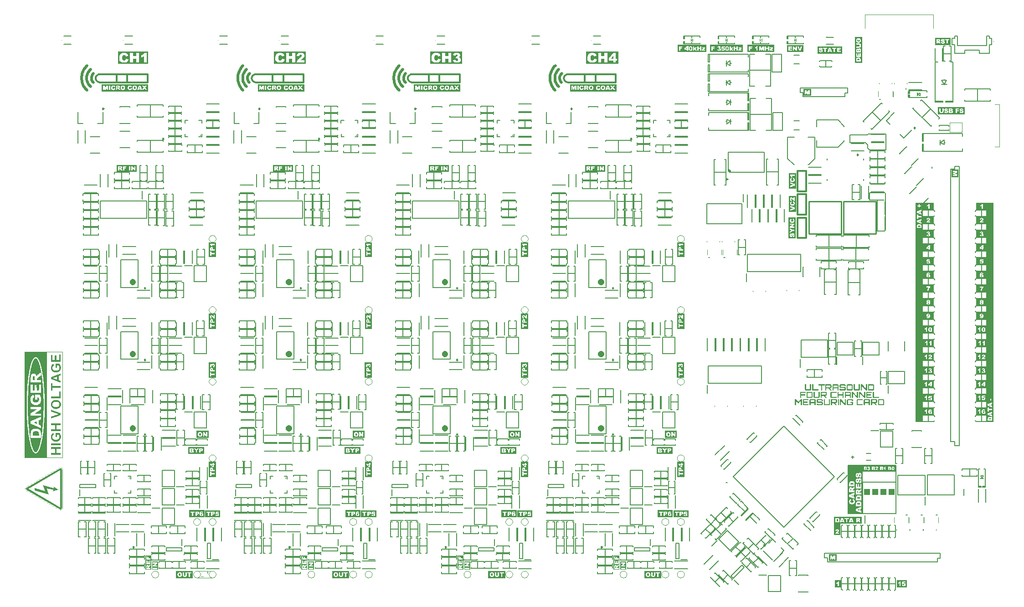
<source format=gto>
G04*
G04 #@! TF.GenerationSoftware,Altium Limited,Altium Designer,19.1.5 (86)*
G04*
G04 Layer_Color=65535*
%FSLAX25Y25*%
%MOIN*%
G70*
G01*
G75*
%ADD10C,0.00394*%
%ADD11C,0.00394*%
%ADD12C,0.00787*%
%ADD13C,0.01968*%
%ADD14C,0.01181*%
%ADD15C,0.00984*%
%ADD16C,0.00984*%
%ADD17C,0.00472*%
%ADD18C,0.02362*%
%ADD19C,0.00591*%
%ADD20C,0.00600*%
%ADD21C,0.01000*%
%ADD22C,0.00197*%
%ADD23C,0.00197*%
%ADD24C,0.00800*%
%ADD25R,0.01862X0.00787*%
%ADD26R,0.02000X0.00701*%
%ADD27R,0.00787X0.01862*%
%ADD28R,0.00701X0.02000*%
%ADD29R,0.04000X0.04000*%
G36*
X-83307Y276102D02*
Y275315D01*
X-84784Y276102D01*
X-85079Y277284D01*
X-84488D01*
X-83307Y276102D01*
D02*
G37*
G36*
X-571680Y66092D02*
X-572196D01*
X-572325Y66092D01*
X-572454Y66092D01*
X-574259D01*
X-574388Y66092D01*
X-574517Y66092D01*
X-574904D01*
X-575033Y66092D01*
X-575162Y66092D01*
X-578256D01*
X-578385Y66092D01*
X-578514Y66092D01*
X-578901D01*
X-579030Y66092D01*
X-579158Y66092D01*
X-582253D01*
X-582382Y66092D01*
X-582511Y66092D01*
X-584316D01*
X-584445Y66092D01*
X-584574Y66092D01*
X-585347D01*
X-585476Y66092D01*
X-585605Y66092D01*
X-586250D01*
X-586379Y66092D01*
X-586508Y66092D01*
X-588313D01*
X-588442Y66092D01*
X-588571Y66092D01*
X-589344D01*
X-589473Y66092D01*
X-589602Y66092D01*
X-591407D01*
X-591536Y66092D01*
X-591665Y66092D01*
X-595404D01*
X-595533Y66092D01*
X-595662Y66092D01*
X-596823D01*
X-596952Y66092D01*
X-597081Y66092D01*
X-597467D01*
X-597596Y66092D01*
X-597725Y66092D01*
X-599402D01*
X-599530Y66092D01*
X-599659Y66092D01*
X-599917D01*
X-599917Y143969D01*
X-598628D01*
X-598499Y143969D01*
X-598370Y143969D01*
X-596952D01*
X-596823Y143969D01*
X-596694Y143969D01*
X-595791D01*
X-595662Y143969D01*
X-595533Y143969D01*
X-595275D01*
X-595147Y143969D01*
X-595018Y143969D01*
X-594115D01*
X-593986Y143969D01*
X-593857Y143969D01*
X-592439D01*
X-592310Y143969D01*
X-592181Y143969D01*
X-590763D01*
X-590634Y143969D01*
X-590505Y143969D01*
X-580061D01*
X-579932Y143969D01*
X-579803Y143969D01*
X-578901D01*
X-578772Y143969D01*
X-578643Y143969D01*
X-578385D01*
X-578256Y143969D01*
X-578127Y143969D01*
X-577224D01*
X-577096Y143969D01*
X-576967Y143969D01*
X-575548D01*
X-575419Y143969D01*
X-575290Y143969D01*
X-573872D01*
X-573743Y143969D01*
X-573614Y143969D01*
X-572712D01*
X-572583Y143969D01*
X-572454Y143969D01*
X-571680D01*
Y66092D01*
D02*
G37*
G36*
X-573141Y59346D02*
X-573092D01*
X-573080Y59346D01*
X-573067Y59346D01*
X-573043D01*
Y59334D01*
X-572994D01*
Y59321D01*
X-572969D01*
Y59309D01*
X-572933D01*
Y59297D01*
X-572908D01*
Y59285D01*
X-572871D01*
X-572871Y59272D01*
X-572847D01*
Y59260D01*
X-572823D01*
X-572822Y59248D01*
X-572810Y59248D01*
X-572798Y59248D01*
Y59236D01*
X-572773D01*
Y59223D01*
X-572749D01*
Y59211D01*
X-572724D01*
X-572724Y59199D01*
X-572712Y59199D01*
X-572700Y59199D01*
Y59187D01*
X-572688D01*
X-572688Y59174D01*
X-572663D01*
Y59162D01*
X-572639D01*
X-572639Y59150D01*
X-572626D01*
Y59138D01*
X-572602D01*
Y59125D01*
X-572590D01*
X-572590Y59113D01*
X-572565D01*
Y59101D01*
X-572553D01*
Y59089D01*
X-572541D01*
X-572541Y59076D01*
X-572516D01*
Y59064D01*
X-572504Y59064D01*
Y59052D01*
X-572492Y59052D01*
Y59040D01*
X-572479D01*
Y59027D01*
X-572455D01*
Y59015D01*
X-572443Y59015D01*
Y59003D01*
X-572431D01*
Y58991D01*
X-572418Y58991D01*
Y58978D01*
X-572406D01*
X-572406Y58966D01*
X-572394D01*
Y58954D01*
X-572381D01*
Y58942D01*
X-572369D01*
Y58929D01*
X-572357D01*
Y58917D01*
X-572345D01*
Y58905D01*
X-572333Y58905D01*
Y58893D01*
X-572320D01*
X-572320Y58880D01*
X-572308D01*
Y58868D01*
X-572296D01*
Y58856D01*
X-572284D01*
Y58832D01*
X-572271D01*
Y58819D01*
X-572259D01*
X-572259Y58807D01*
X-572247D01*
X-572247Y58795D01*
X-572235D01*
Y58770D01*
X-572222Y58770D01*
X-572222Y58758D01*
X-572210D01*
Y58746D01*
X-572198D01*
Y58721D01*
X-572186D01*
Y58709D01*
X-572173D01*
Y58684D01*
X-572161D01*
Y58672D01*
X-572149D01*
Y58648D01*
X-572137D01*
Y58635D01*
X-572124D01*
X-572124Y58611D01*
X-572112D01*
Y58587D01*
X-572100D01*
Y58562D01*
X-572088D01*
Y58538D01*
X-572075D01*
Y58513D01*
X-572063D01*
Y58489D01*
X-572051D01*
Y58464D01*
X-572039D01*
Y58440D01*
X-572026Y58439D01*
Y58403D01*
X-572014D01*
Y58378D01*
X-572002D01*
Y58342D01*
X-571990D01*
Y58305D01*
X-571977D01*
Y58268D01*
X-571965D01*
Y58219D01*
X-571953D01*
Y58182D01*
X-571941Y58182D01*
Y58133D01*
X-571928D01*
Y58072D01*
X-571916D01*
Y57999D01*
X-571904D01*
Y57913D01*
X-571892D01*
Y57790D01*
X-571879D01*
Y29697D01*
X-571892D01*
Y29562D01*
X-571904D01*
Y29476D01*
X-571916D01*
Y29403D01*
X-571928D01*
Y29341D01*
X-571941D01*
Y29280D01*
X-571953D01*
Y29231D01*
X-571965Y29231D01*
Y29194D01*
X-571977D01*
X-571977Y29145D01*
X-571990D01*
Y29109D01*
X-572002D01*
Y29072D01*
X-572014D01*
Y29035D01*
X-572026D01*
Y28999D01*
X-572039D01*
Y28974D01*
X-572051Y28974D01*
Y28937D01*
X-572063Y28937D01*
Y28913D01*
X-572075D01*
Y28888D01*
X-572088D01*
Y28864D01*
X-572100D01*
Y28839D01*
X-572112D01*
Y28815D01*
X-572124D01*
Y28790D01*
X-572137Y28790D01*
Y28766D01*
X-572149Y28766D01*
Y28741D01*
X-572161D01*
Y28717D01*
X-572173D01*
Y28705D01*
X-572186D01*
Y28680D01*
X-572198D01*
Y28655D01*
X-572210D01*
Y28643D01*
X-572222D01*
Y28619D01*
X-572235D01*
Y28607D01*
X-572247Y28607D01*
Y28582D01*
X-572259D01*
X-572259Y28570D01*
X-572271D01*
Y28558D01*
X-572284D01*
Y28533D01*
X-572296D01*
Y28521D01*
X-572308D01*
Y28509D01*
X-572320Y28509D01*
Y28496D01*
X-572333Y28496D01*
X-572333Y28484D01*
X-572345D01*
Y28460D01*
X-572357D01*
X-572357Y28447D01*
X-572369D01*
Y28435D01*
X-572381D01*
Y28423D01*
X-572394D01*
Y28411D01*
X-572406Y28411D01*
Y28398D01*
X-572418Y28398D01*
Y28386D01*
X-572431D01*
X-572431Y28374D01*
X-572443D01*
X-572443Y28362D01*
X-572455D01*
Y28349D01*
X-572467D01*
Y28337D01*
X-572479D01*
Y28325D01*
X-572504D01*
Y28313D01*
X-572516Y28313D01*
Y28300D01*
X-572529D01*
Y28288D01*
X-572541D01*
X-572541Y28276D01*
X-572565D01*
Y28264D01*
X-572577D01*
Y28251D01*
X-572590D01*
Y28239D01*
X-572614D01*
Y28227D01*
X-572626Y28227D01*
Y28215D01*
X-572651D01*
Y28202D01*
X-572663D01*
Y28190D01*
X-572688D01*
X-572688Y28178D01*
X-572700Y28178D01*
X-572712Y28178D01*
Y28166D01*
X-572737D01*
Y28153D01*
X-572749D01*
Y28141D01*
X-572773D01*
Y28129D01*
X-572786D01*
X-572798Y28129D01*
X-572810Y28129D01*
Y28117D01*
X-572835D01*
Y28104D01*
X-572859D01*
Y28092D01*
X-572884D01*
X-572896Y28092D01*
Y28080D01*
X-572933D01*
Y28068D01*
X-572969D01*
Y28056D01*
X-573006D01*
Y28043D01*
X-573055D01*
Y28031D01*
X-573080D01*
X-573092Y28031D01*
X-573104Y28031D01*
X-573116D01*
Y28019D01*
X-573190D01*
X-573190Y28007D01*
X-573337D01*
Y27994D01*
X-573349D01*
X-573361Y27994D01*
X-573374Y27994D01*
X-573386Y27994D01*
X-573398Y27994D01*
X-573410D01*
X-573422Y27994D01*
X-573435Y27994D01*
X-573435Y28007D01*
X-573447D01*
X-573459Y28007D01*
X-573471Y28007D01*
X-573594D01*
Y28019D01*
X-573680D01*
X-573680Y28031D01*
X-573692Y28031D01*
X-573704Y28031D01*
X-573729D01*
X-573741Y28031D01*
Y28043D01*
X-573802D01*
Y28056D01*
X-573851D01*
Y28068D01*
X-573888D01*
Y28080D01*
X-573937D01*
Y28092D01*
X-573949Y28092D01*
X-573961D01*
X-573974Y28092D01*
Y28104D01*
X-574010D01*
Y28117D01*
X-574047D01*
X-574047Y28129D01*
X-574059D01*
X-574072Y28129D01*
X-574084Y28129D01*
Y28141D01*
X-574121D01*
Y28153D01*
X-574157D01*
Y28166D01*
X-574194D01*
Y28178D01*
X-574206D01*
X-574219Y28178D01*
X-574231Y28178D01*
Y28190D01*
X-574255D01*
X-574267Y28190D01*
Y28202D01*
X-574304D01*
X-574304Y28215D01*
X-574341D01*
Y28227D01*
X-574353Y28227D01*
X-574366Y28227D01*
Y28239D01*
X-574390D01*
Y28251D01*
X-574414D01*
Y28264D01*
X-574427D01*
Y28276D01*
X-574439Y28276D01*
X-574451Y28276D01*
Y28288D01*
X-574464Y28288D01*
X-574476D01*
Y28300D01*
X-574500D01*
Y28313D01*
X-574512D01*
Y28325D01*
X-574537D01*
Y28337D01*
X-574562D01*
Y28349D01*
X-574586D01*
Y28362D01*
X-574598D01*
Y28374D01*
X-574611D01*
X-574623Y28374D01*
Y28386D01*
X-574647D01*
X-574647Y28398D01*
X-574672D01*
X-574672Y28411D01*
X-574684D01*
Y28423D01*
X-574708D01*
Y28435D01*
X-574733D01*
Y28447D01*
X-574745D01*
Y28460D01*
X-574757Y28460D01*
X-574770Y28460D01*
Y28472D01*
X-574794D01*
Y28484D01*
X-574819D01*
X-574819Y28496D01*
X-574831Y28496D01*
Y28509D01*
X-574855D01*
Y28521D01*
X-574880D01*
Y28533D01*
X-574904D01*
Y28545D01*
X-574917D01*
Y28558D01*
X-574929Y28558D01*
X-574941Y28558D01*
Y28570D01*
X-574966D01*
Y28582D01*
X-574978D01*
Y28594D01*
X-575002D01*
Y28607D01*
X-575015Y28607D01*
X-575027Y28607D01*
Y28619D01*
X-575051D01*
Y28631D01*
X-575064D01*
Y28643D01*
X-575088D01*
Y28655D01*
X-575100Y28655D01*
X-575113Y28655D01*
Y28668D01*
X-575137D01*
X-575137Y28680D01*
X-575149D01*
Y28692D01*
X-575174D01*
Y28705D01*
X-575198D01*
Y28717D01*
X-575223D01*
Y28729D01*
X-575235D01*
Y28741D01*
X-575259D01*
Y28754D01*
X-575284D01*
X-575284Y28766D01*
X-575296D01*
X-575296Y28778D01*
X-575309Y28778D01*
X-575321Y28778D01*
Y28790D01*
X-575333Y28790D01*
X-575345D01*
Y28802D01*
X-575370D01*
Y28815D01*
X-575382D01*
Y28827D01*
X-575407D01*
Y28839D01*
X-575419Y28839D01*
X-575431Y28839D01*
Y28852D01*
X-575456D01*
Y28864D01*
X-575468D01*
X-575468Y28876D01*
X-575480D01*
X-575492Y28876D01*
Y28888D01*
X-575504Y28888D01*
X-575517D01*
X-575517Y28901D01*
X-575529D01*
Y28913D01*
X-575553D01*
Y28925D01*
X-575578D01*
Y28937D01*
X-575590Y28937D01*
X-575602Y28937D01*
Y28949D01*
X-575615D01*
Y28962D01*
X-575639D01*
Y28974D01*
X-575664D01*
Y28986D01*
X-575688D01*
Y28999D01*
X-575700D01*
Y29011D01*
X-575725D01*
Y29023D01*
X-575749D01*
Y29035D01*
X-575774D01*
Y29047D01*
X-575786Y29047D01*
X-575786Y29060D01*
X-575811D01*
Y29072D01*
X-575835D01*
Y29084D01*
X-575847D01*
Y29096D01*
X-575872D01*
Y29109D01*
X-575896D01*
Y29121D01*
X-575909Y29121D01*
X-575921D01*
Y29133D01*
X-575933D01*
Y29145D01*
X-575958D01*
X-575958Y29158D01*
X-575970Y29158D01*
X-575982Y29158D01*
Y29170D01*
X-576007D01*
Y29182D01*
X-576019D01*
Y29194D01*
X-576043D01*
Y29207D01*
X-576068D01*
Y29219D01*
X-576080D01*
Y29231D01*
X-576105D01*
Y29243D01*
X-576129D01*
X-576129Y29256D01*
X-576141D01*
X-576154Y29256D01*
Y29268D01*
X-576166Y29268D01*
Y29280D01*
X-576190D01*
Y29292D01*
X-576215D01*
Y29305D01*
X-576239D01*
Y29317D01*
X-576252D01*
Y29329D01*
X-576264Y29329D01*
X-576276D01*
Y29341D01*
X-576300D01*
Y29354D01*
X-576313D01*
X-576325Y29354D01*
Y29366D01*
X-576337D01*
Y29378D01*
X-576362D01*
Y29390D01*
X-576386D01*
Y29403D01*
X-576399D01*
Y29415D01*
X-576411D01*
X-576423Y29415D01*
Y29427D01*
X-576435Y29427D01*
X-576447Y29427D01*
Y29439D01*
X-576472D01*
Y29452D01*
X-576484D01*
Y29464D01*
X-576509D01*
Y29476D01*
X-576533D01*
Y29488D01*
X-576558D01*
Y29501D01*
X-576570D01*
Y29513D01*
X-576594D01*
Y29525D01*
X-576619D01*
Y29537D01*
X-576631D01*
Y29550D01*
X-576643Y29550D01*
X-576656D01*
Y29562D01*
X-576680D01*
Y29574D01*
X-576705D01*
Y29586D01*
X-576717D01*
Y29599D01*
X-576729Y29599D01*
X-576741Y29599D01*
Y29611D01*
X-576766D01*
Y29623D01*
X-576790D01*
Y29635D01*
X-576803D01*
Y29648D01*
X-576815Y29647D01*
X-576827Y29648D01*
Y29660D01*
X-576852D01*
Y29672D01*
X-576864D01*
Y29684D01*
X-576888D01*
Y29697D01*
X-576901Y29697D01*
X-576913Y29697D01*
Y29709D01*
X-576937D01*
Y29721D01*
X-576950D01*
Y29733D01*
X-576974D01*
Y29746D01*
X-576999D01*
Y29758D01*
X-577023D01*
Y29770D01*
X-577035D01*
Y29782D01*
X-577060D01*
Y29794D01*
X-577084D01*
Y29807D01*
X-577109D01*
Y29819D01*
X-577121D01*
X-577121Y29831D01*
X-577145D01*
Y29844D01*
X-577170D01*
Y29856D01*
X-577182D01*
Y29868D01*
X-577207D01*
Y29880D01*
X-577219Y29880D01*
X-577231Y29880D01*
Y29893D01*
X-577256D01*
Y29905D01*
X-577268D01*
Y29917D01*
X-577292D01*
Y29929D01*
X-577305Y29929D01*
X-577317Y29929D01*
Y29941D01*
X-577342D01*
Y29954D01*
X-577354D01*
Y29966D01*
X-577378D01*
Y29978D01*
X-577403D01*
Y29990D01*
X-577415D01*
Y30003D01*
X-577439D01*
Y30015D01*
X-577464D01*
Y30027D01*
X-577488D01*
Y30039D01*
X-577501D01*
Y30052D01*
X-577525D01*
Y30064D01*
X-577550D01*
Y30076D01*
X-577574D01*
Y30088D01*
X-577586D01*
Y30101D01*
X-577611D01*
Y30113D01*
X-577635D01*
Y30125D01*
X-577660D01*
Y30137D01*
X-577672D01*
Y30150D01*
X-577697D01*
Y30162D01*
X-577721D01*
Y30174D01*
X-577733D01*
Y30186D01*
X-577758D01*
Y30199D01*
X-577782D01*
Y30211D01*
X-577795Y30211D01*
X-577807D01*
Y30223D01*
X-577819D01*
Y30235D01*
X-577844D01*
Y30248D01*
X-577868D01*
Y30260D01*
X-577893D01*
Y30272D01*
X-577905D01*
Y30284D01*
X-577929D01*
Y30297D01*
X-577954D01*
Y30309D01*
X-577966Y30309D01*
Y30321D01*
X-577990D01*
Y30333D01*
X-578015D01*
Y30346D01*
X-578040D01*
Y30358D01*
X-578052D01*
Y30370D01*
X-578076D01*
Y30382D01*
X-578101D01*
Y30395D01*
X-578125D01*
Y30407D01*
X-578137D01*
Y30419D01*
X-578162D01*
Y30431D01*
X-578187D01*
Y30444D01*
X-578199Y30444D01*
X-578211D01*
Y30456D01*
X-578223D01*
Y30468D01*
X-578248D01*
Y30480D01*
X-578272D01*
Y30493D01*
X-578285Y30492D01*
Y30505D01*
X-578309D01*
Y30517D01*
X-578321D01*
X-578334Y30517D01*
Y30529D01*
X-578346Y30529D01*
X-578358Y30529D01*
Y30542D01*
X-578370D01*
Y30554D01*
X-578395D01*
Y30566D01*
X-578419D01*
Y30578D01*
X-578444D01*
Y30591D01*
X-578456D01*
Y30603D01*
X-578480D01*
Y30615D01*
X-578505D01*
Y30627D01*
X-578517D01*
Y30639D01*
X-578542D01*
Y30652D01*
X-578566D01*
Y30664D01*
X-578591D01*
Y30676D01*
X-578603Y30676D01*
Y30689D01*
X-578627D01*
Y30701D01*
X-578652D01*
Y30713D01*
X-578676D01*
Y30725D01*
X-578689D01*
Y30738D01*
X-578713D01*
Y30750D01*
X-578738D01*
Y30762D01*
X-578762D01*
Y30774D01*
X-578774D01*
Y30786D01*
X-578799D01*
Y30799D01*
X-578823D01*
Y30811D01*
X-578836Y30811D01*
Y30823D01*
X-578848Y30823D01*
X-578860Y30823D01*
Y30836D01*
X-578885D01*
Y30848D01*
X-578909D01*
Y30860D01*
X-578921D01*
Y30872D01*
X-578933Y30872D01*
X-578946Y30872D01*
Y30884D01*
X-578970D01*
Y30897D01*
X-578995D01*
Y30909D01*
X-579007D01*
Y30921D01*
X-579032D01*
Y30933D01*
X-579056D01*
Y30946D01*
X-579068D01*
Y30958D01*
X-579093D01*
Y30970D01*
X-579117D01*
X-579117Y30982D01*
X-579142D01*
Y30995D01*
X-579154D01*
Y31007D01*
X-579178D01*
Y31019D01*
X-579203D01*
Y31031D01*
X-579227D01*
Y31044D01*
X-579240D01*
Y31056D01*
X-579252Y31056D01*
X-579264D01*
Y31068D01*
X-579289D01*
Y31080D01*
X-579313D01*
Y31093D01*
X-579325Y31093D01*
Y31105D01*
X-579338Y31105D01*
X-579350D01*
Y31117D01*
X-579374D01*
Y31129D01*
X-579387D01*
Y31142D01*
X-579411D01*
Y31154D01*
X-579423Y31154D01*
X-579436Y31154D01*
X-579436Y31166D01*
X-579460D01*
Y31178D01*
X-579472D01*
Y31191D01*
X-579485D01*
X-579497Y31191D01*
Y31203D01*
X-579521D01*
Y31215D01*
X-579546D01*
Y31227D01*
X-579558D01*
Y31240D01*
X-579583D01*
Y31252D01*
X-579595Y31252D01*
X-579607Y31252D01*
Y31264D01*
X-579619D01*
X-579619Y31276D01*
X-579644D01*
Y31289D01*
X-579668D01*
Y31301D01*
X-579693D01*
Y31313D01*
X-579705D01*
Y31325D01*
X-579730D01*
Y31338D01*
X-579754D01*
Y31350D01*
X-579779D01*
X-579778Y31362D01*
X-579791D01*
Y31374D01*
X-579803Y31374D01*
X-579815D01*
X-579815Y31387D01*
X-579840D01*
Y31399D01*
X-579864D01*
Y31411D01*
X-579877D01*
Y31423D01*
X-579901D01*
Y31435D01*
X-579913Y31436D01*
X-579925D01*
Y31448D01*
X-579938D01*
Y31460D01*
X-579962D01*
X-579962Y31472D01*
X-579975Y31472D01*
X-579987Y31472D01*
Y31485D01*
X-580011D01*
Y31497D01*
X-580023D01*
Y31509D01*
X-580048D01*
Y31521D01*
X-580072D01*
Y31534D01*
X-580085Y31534D01*
X-580097Y31534D01*
X-580097Y31546D01*
X-580109D01*
Y31558D01*
X-580134D01*
Y31570D01*
X-580146D01*
X-580158Y31570D01*
Y31582D01*
X-580170D01*
Y31595D01*
X-580195D01*
Y31607D01*
X-580219D01*
Y31619D01*
X-580244D01*
X-580244Y31631D01*
X-580256D01*
Y31644D01*
X-580281D01*
X-580281Y31656D01*
X-580305D01*
Y31668D01*
X-580330D01*
Y31681D01*
X-580342D01*
Y31693D01*
X-580366D01*
Y31705D01*
X-580391D01*
Y31717D01*
X-580415D01*
Y31730D01*
X-580428D01*
X-580428Y31742D01*
X-580452D01*
Y31754D01*
X-580464Y31754D01*
X-580477D01*
Y31766D01*
X-580489D01*
Y31778D01*
X-580513D01*
Y31791D01*
X-580538D01*
Y31803D01*
X-580562D01*
Y31815D01*
X-580575D01*
Y31827D01*
X-580599D01*
X-580599Y31840D01*
X-580624D01*
Y31852D01*
X-580636Y31852D01*
X-580648Y31852D01*
Y31864D01*
X-580660Y31864D01*
Y31876D01*
X-580685D01*
Y31889D01*
X-580709D01*
Y31901D01*
X-580722D01*
Y31913D01*
X-580746D01*
Y31925D01*
X-580771D01*
Y31938D01*
X-580795D01*
Y31950D01*
X-580807D01*
Y31962D01*
X-580832D01*
Y31974D01*
X-580856D01*
Y31987D01*
X-580881D01*
Y31999D01*
X-580893D01*
Y32011D01*
X-580918D01*
X-580918Y32023D01*
X-580942D01*
Y32036D01*
X-580967D01*
Y32048D01*
X-580979Y32048D01*
Y32060D01*
X-581003D01*
Y32072D01*
X-581028D01*
Y32085D01*
X-581040D01*
Y32097D01*
X-581065D01*
Y32109D01*
X-581077Y32109D01*
X-581089D01*
Y32121D01*
X-581113D01*
Y32134D01*
X-581126D01*
Y32146D01*
X-581138Y32146D01*
X-581150D01*
Y32158D01*
X-581175D01*
Y32170D01*
X-581199D01*
Y32183D01*
X-581211D01*
Y32195D01*
X-581224Y32195D01*
X-581236D01*
Y32207D01*
X-581248Y32207D01*
X-581260Y32207D01*
Y32219D01*
X-581273D01*
Y32232D01*
X-581297D01*
Y32244D01*
X-581322D01*
Y32256D01*
X-581346D01*
Y32268D01*
X-581358D01*
Y32281D01*
X-581383D01*
Y32293D01*
X-581395Y32293D01*
X-581407Y32293D01*
Y32305D01*
X-581420D01*
X-581432Y32305D01*
Y32317D01*
X-581444D01*
Y32330D01*
X-581469D01*
Y32342D01*
X-581493D01*
Y32354D01*
X-581505D01*
Y32366D01*
X-581530D01*
Y32379D01*
X-581554D01*
Y32391D01*
X-581579D01*
X-581579Y32403D01*
X-581591D01*
Y32415D01*
X-581616D01*
Y32428D01*
X-581628Y32427D01*
X-581640D01*
Y32440D01*
X-581665D01*
Y32452D01*
X-581677D01*
Y32464D01*
X-581701D01*
Y32476D01*
X-581713Y32476D01*
X-581726Y32476D01*
Y32489D01*
X-581750D01*
X-581750Y32501D01*
X-581763D01*
X-581763Y32513D01*
X-581775Y32513D01*
X-581787Y32513D01*
X-581787Y32526D01*
X-581799Y32526D01*
X-581812Y32526D01*
Y32538D01*
X-581824D01*
Y32550D01*
X-581848D01*
Y32562D01*
X-581873D01*
Y32574D01*
X-581885D01*
X-581897Y32574D01*
Y32587D01*
X-581910D01*
Y32599D01*
X-581934D01*
Y32611D01*
X-581958D01*
Y32623D01*
X-581983D01*
Y32636D01*
X-581995D01*
Y32648D01*
X-582020D01*
Y32660D01*
X-582044D01*
Y32673D01*
X-582057Y32673D01*
Y32685D01*
X-582081D01*
X-582081Y32697D01*
X-582105D01*
Y32709D01*
X-582130D01*
Y32721D01*
X-582142D01*
Y32734D01*
X-582167D01*
Y32746D01*
X-582191D01*
Y32758D01*
X-582203Y32758D01*
X-582216D01*
Y32770D01*
X-582228D01*
X-582228Y32783D01*
X-582252D01*
Y32795D01*
X-582277D01*
Y32807D01*
X-582289Y32807D01*
X-582301D01*
Y32819D01*
X-582314D01*
Y32832D01*
X-582338D01*
Y32844D01*
X-582363D01*
Y32856D01*
X-582375Y32856D01*
Y32868D01*
X-582399D01*
Y32881D01*
X-582424D01*
Y32893D01*
X-582448D01*
Y32905D01*
X-582461Y32905D01*
Y32917D01*
X-582485D01*
Y32930D01*
X-582510D01*
Y32942D01*
X-582534D01*
Y32954D01*
X-582546D01*
X-582546Y32966D01*
X-582571D01*
Y32979D01*
X-582595D01*
X-582595Y32991D01*
X-582608D01*
Y33003D01*
X-582632D01*
Y33015D01*
X-582656D01*
Y33028D01*
X-582681D01*
Y33040D01*
X-582693D01*
Y33052D01*
X-582718D01*
Y33064D01*
X-582742D01*
Y33077D01*
X-582755D01*
X-582767Y33077D01*
Y33089D01*
X-582779Y33089D01*
Y33101D01*
X-582803D01*
Y33113D01*
X-582828D01*
Y33126D01*
X-582853D01*
Y33138D01*
X-582865D01*
Y33150D01*
X-582889D01*
Y33162D01*
X-582914D01*
Y33175D01*
X-582926D01*
X-582926Y33187D01*
X-582950D01*
Y33199D01*
X-582975D01*
Y33211D01*
X-582999D01*
Y33224D01*
X-583012D01*
Y33236D01*
X-583024D01*
X-583036Y33236D01*
Y33248D01*
X-583048Y33248D01*
X-583061Y33248D01*
X-583061Y33260D01*
X-583085D01*
Y33273D01*
X-583097D01*
Y33285D01*
X-583122D01*
Y33297D01*
X-583146D01*
Y33309D01*
X-583159D01*
X-583159Y33322D01*
X-583183D01*
Y33334D01*
X-583208D01*
X-583208Y33346D01*
X-583220D01*
X-583232Y33346D01*
Y33358D01*
X-583244D01*
X-583244Y33371D01*
X-583269D01*
Y33383D01*
X-583293D01*
Y33395D01*
X-583318D01*
Y33407D01*
X-583330Y33407D01*
Y33419D01*
X-583342Y33419D01*
X-583355D01*
Y33432D01*
X-583379D01*
Y33444D01*
X-583404D01*
Y33456D01*
X-583416D01*
Y33468D01*
X-583440D01*
Y33481D01*
X-583465D01*
Y33493D01*
X-583477D01*
Y33505D01*
X-583502D01*
Y33518D01*
X-583526D01*
Y33530D01*
X-583538Y33530D01*
X-583551D01*
Y33542D01*
X-583563D01*
Y33554D01*
X-583587D01*
Y33566D01*
X-583600Y33566D01*
X-583612Y33566D01*
Y33579D01*
X-583636D01*
X-583636Y33591D01*
X-583648D01*
Y33603D01*
X-583673D01*
Y33615D01*
X-583698D01*
Y33628D01*
X-583710Y33628D01*
Y33640D01*
X-583734D01*
X-583734Y33652D01*
X-583759D01*
Y33664D01*
X-583783D01*
X-583783Y33677D01*
X-583795D01*
Y33689D01*
X-583808Y33689D01*
X-583820D01*
X-583820Y33701D01*
X-583845D01*
Y33713D01*
X-583869D01*
Y33726D01*
X-583881D01*
X-583881Y33738D01*
X-583906D01*
Y33750D01*
X-583930D01*
Y33762D01*
X-583955D01*
Y33775D01*
X-583967D01*
Y33787D01*
X-583979Y33787D01*
X-583991Y33787D01*
Y33799D01*
X-584016D01*
X-584016Y33811D01*
X-584028D01*
Y33824D01*
X-584053D01*
Y33836D01*
X-584077D01*
Y33848D01*
X-584089Y33848D01*
X-584102Y33848D01*
X-584102Y33860D01*
X-584114D01*
Y33873D01*
X-584138D01*
Y33885D01*
X-584163D01*
Y33897D01*
X-584175Y33897D01*
X-584187Y33897D01*
Y33909D01*
X-584200Y33909D01*
X-584200Y33922D01*
X-584224D01*
Y33934D01*
X-584249D01*
X-584249Y33946D01*
X-584261D01*
X-584261Y33958D01*
X-584285D01*
X-584285Y33971D01*
X-584310D01*
Y33983D01*
X-584334D01*
Y33995D01*
X-584347D01*
X-584347Y34007D01*
X-584359D01*
X-584371Y34007D01*
Y34020D01*
X-584396D01*
Y34032D01*
X-584420D01*
Y34044D01*
X-584432D01*
Y34056D01*
X-584457D01*
Y34069D01*
X-584481D01*
Y34081D01*
X-584506D01*
Y34093D01*
X-584518D01*
Y34105D01*
X-584543D01*
Y34118D01*
X-584567D01*
Y34130D01*
X-584579D01*
X-584579Y34142D01*
X-584604D01*
Y34154D01*
X-584628D01*
Y34167D01*
X-584641Y34167D01*
X-584653Y34167D01*
Y34179D01*
X-584665Y34179D01*
X-584665Y34191D01*
X-584690D01*
Y34203D01*
X-584714D01*
Y34216D01*
X-584738D01*
Y34228D01*
X-584751D01*
Y34240D01*
X-584775D01*
Y34252D01*
X-584800D01*
Y34265D01*
X-584812D01*
Y34277D01*
X-584824D01*
X-584836Y34277D01*
Y34289D01*
X-584849Y34289D01*
X-584861Y34289D01*
Y34301D01*
X-584885D01*
Y34313D01*
X-584898D01*
Y34326D01*
X-584922D01*
Y34338D01*
X-584947D01*
X-584947Y34350D01*
X-584971D01*
Y34363D01*
X-584983D01*
Y34375D01*
X-585008D01*
Y34387D01*
X-585032D01*
Y34399D01*
X-585057D01*
Y34411D01*
X-585069D01*
Y34424D01*
X-585094D01*
Y34436D01*
X-585118D01*
Y34448D01*
X-585130D01*
Y34460D01*
X-585143Y34460D01*
X-585155D01*
Y34473D01*
X-585179D01*
Y34485D01*
X-585204D01*
Y34497D01*
X-585216D01*
Y34510D01*
X-585228Y34510D01*
X-585241Y34510D01*
Y34522D01*
X-585265D01*
Y34534D01*
X-585290D01*
Y34546D01*
X-585302D01*
Y34558D01*
X-585314Y34558D01*
X-585326Y34558D01*
Y34571D01*
X-585351D01*
Y34583D01*
X-585363D01*
Y34595D01*
X-585388D01*
Y34607D01*
X-585400D01*
X-585412Y34607D01*
Y34620D01*
X-585436D01*
X-585437Y34632D01*
X-585449D01*
Y34644D01*
X-585473D01*
X-585473Y34657D01*
X-585498D01*
Y34669D01*
X-585522D01*
Y34681D01*
X-585534D01*
Y34693D01*
X-585559D01*
Y34705D01*
X-585583D01*
Y34718D01*
X-585608D01*
Y34730D01*
X-585620D01*
Y34742D01*
X-585633D01*
X-585645Y34742D01*
Y34754D01*
X-585669D01*
Y34767D01*
X-585681D01*
Y34779D01*
X-585706D01*
Y34791D01*
X-585718Y34791D01*
X-585731D01*
Y34803D01*
X-585755D01*
X-585755Y34816D01*
X-585767D01*
Y34828D01*
X-585792D01*
Y34840D01*
X-585816D01*
Y34852D01*
X-585841D01*
Y34865D01*
X-585853D01*
Y34877D01*
X-585877D01*
Y34889D01*
X-585890Y34889D01*
X-585902Y34889D01*
X-585902Y34901D01*
X-585914D01*
Y34914D01*
X-585939D01*
Y34926D01*
X-585963D01*
Y34938D01*
X-585988D01*
Y34950D01*
X-586000D01*
Y34963D01*
X-586024D01*
Y34975D01*
X-586037Y34975D01*
X-586049Y34975D01*
X-586049Y34987D01*
X-586061D01*
X-586073Y34987D01*
Y34999D01*
X-586086D01*
X-586086Y35012D01*
X-586110D01*
Y35024D01*
X-586122Y35024D01*
X-586135Y35024D01*
Y35036D01*
X-586147D01*
Y35048D01*
X-586171D01*
Y35061D01*
X-586196D01*
Y35073D01*
X-586208Y35073D01*
X-586220Y35073D01*
Y35085D01*
X-586233D01*
Y35097D01*
X-586257D01*
Y35110D01*
X-586282D01*
Y35122D01*
X-586306D01*
Y35134D01*
X-586318D01*
Y35146D01*
X-586343D01*
Y35159D01*
X-586367D01*
Y35171D01*
X-586379D01*
X-586392Y35171D01*
Y35183D01*
X-586404D01*
X-586404Y35195D01*
X-586428D01*
X-586428Y35208D01*
X-586441Y35208D01*
X-586453Y35208D01*
Y35220D01*
X-586465D01*
Y35232D01*
X-586490D01*
Y35244D01*
X-586514D01*
Y35256D01*
X-586526Y35256D01*
X-586539Y35256D01*
Y35269D01*
X-586551D01*
Y35281D01*
X-586576D01*
X-586576Y35293D01*
X-586588Y35293D01*
X-586600Y35293D01*
Y35306D01*
X-586612Y35306D01*
X-586624Y35306D01*
Y35318D01*
X-586637D01*
Y35330D01*
X-586661D01*
Y35342D01*
X-586686D01*
Y35355D01*
X-586698Y35355D01*
Y35367D01*
X-586723D01*
Y35379D01*
X-586747D01*
X-586747Y35391D01*
X-586759D01*
X-586771Y35391D01*
Y35403D01*
X-586784Y35403D01*
Y35416D01*
X-586808D01*
Y35428D01*
X-586833D01*
Y35440D01*
X-586857D01*
Y35452D01*
X-586869Y35452D01*
Y35465D01*
X-586894D01*
X-586894Y35477D01*
X-586918D01*
Y35489D01*
X-586943D01*
Y35502D01*
X-586955D01*
Y35514D01*
X-586980D01*
Y35526D01*
X-587004D01*
Y35538D01*
X-587016D01*
Y35550D01*
X-587041D01*
X-587041Y35563D01*
X-587065D01*
Y35575D01*
X-587078Y35575D01*
X-587090D01*
Y35587D01*
X-587102D01*
Y35599D01*
X-587127D01*
Y35612D01*
X-587151D01*
Y35624D01*
X-587176D01*
Y35636D01*
X-587188Y35636D01*
Y35648D01*
X-587212D01*
Y35661D01*
X-587237D01*
Y35673D01*
X-587249Y35673D01*
Y35685D01*
X-587274D01*
Y35697D01*
X-587298D01*
Y35710D01*
X-587323D01*
Y35722D01*
X-587335D01*
Y35734D01*
X-587347Y35734D01*
X-587359Y35734D01*
Y35746D01*
X-587384D01*
Y35759D01*
X-587408D01*
X-587408Y35771D01*
X-587421D01*
Y35783D01*
X-587445D01*
Y35795D01*
X-587469D01*
Y35808D01*
X-587494D01*
Y35820D01*
X-587506D01*
Y35832D01*
X-587519Y35832D01*
X-587531Y35832D01*
Y35844D01*
X-587543Y35844D01*
X-587555D01*
Y35857D01*
X-587568D01*
Y35869D01*
X-587592D01*
Y35881D01*
X-587616D01*
Y35893D01*
X-587641D01*
Y35906D01*
X-587653D01*
Y35918D01*
X-587678D01*
Y35930D01*
X-587702D01*
Y35942D01*
X-587727D01*
Y35955D01*
X-587739Y35955D01*
Y35967D01*
X-587763D01*
Y35979D01*
X-587788D01*
Y35991D01*
X-587800D01*
Y36004D01*
X-587825D01*
Y36016D01*
X-587837Y36016D01*
X-587849Y36016D01*
Y36028D01*
X-587874D01*
Y36040D01*
X-587886D01*
Y36053D01*
X-587898D01*
X-587910Y36053D01*
Y36065D01*
X-587935D01*
Y36077D01*
X-587959D01*
Y36089D01*
X-587972D01*
Y36101D01*
X-587996D01*
Y36114D01*
X-588021D01*
Y36126D01*
X-588045D01*
Y36138D01*
X-588057D01*
Y36151D01*
X-588082D01*
Y36163D01*
X-588106D01*
Y36175D01*
X-588119D01*
Y36187D01*
X-588143D01*
Y36200D01*
X-588168D01*
Y36212D01*
X-588192D01*
Y36224D01*
X-588204Y36224D01*
Y36236D01*
X-588229D01*
Y36248D01*
X-588253D01*
Y36261D01*
X-588278D01*
Y36273D01*
X-588290D01*
Y36285D01*
X-588314D01*
X-588314Y36298D01*
X-588339D01*
Y36310D01*
X-588351D01*
Y36322D01*
X-588376D01*
X-588376Y36334D01*
X-588388Y36334D01*
X-588400Y36334D01*
Y36347D01*
X-588413Y36347D01*
X-588425D01*
Y36359D01*
X-588437D01*
Y36371D01*
X-588461D01*
Y36383D01*
X-588486D01*
Y36395D01*
X-588511D01*
Y36408D01*
X-588523D01*
Y36420D01*
X-588547D01*
X-588547Y36432D01*
X-588572D01*
Y36445D01*
X-588584Y36445D01*
X-588596Y36445D01*
Y36457D01*
X-588608D01*
Y36469D01*
X-588633D01*
Y36481D01*
X-588657D01*
Y36493D01*
X-588670Y36494D01*
Y36506D01*
X-588682Y36506D01*
X-588694D01*
Y36518D01*
X-588719D01*
Y36530D01*
X-588743D01*
Y36542D01*
X-588755D01*
Y36555D01*
X-588780D01*
Y36567D01*
X-588804D01*
Y36579D01*
X-588829D01*
Y36591D01*
X-588841Y36591D01*
Y36604D01*
X-588853Y36604D01*
X-588866Y36604D01*
X-588866Y36616D01*
X-588890D01*
Y36628D01*
X-588902D01*
Y36640D01*
X-588927D01*
Y36653D01*
X-588951D01*
Y36665D01*
X-588976D01*
X-588976Y36677D01*
X-588988D01*
Y36689D01*
X-589013D01*
Y36702D01*
X-589037D01*
Y36714D01*
X-589049Y36714D01*
X-589062D01*
Y36726D01*
X-589074D01*
Y36738D01*
X-589098D01*
Y36751D01*
X-589123D01*
Y36763D01*
X-589147D01*
Y36775D01*
X-589159Y36775D01*
Y36787D01*
X-589184D01*
Y36800D01*
X-589209D01*
X-589209Y36812D01*
X-589221D01*
Y36824D01*
X-589245D01*
Y36836D01*
X-589270D01*
Y36849D01*
X-589294D01*
Y36861D01*
X-589306D01*
Y36873D01*
X-589319Y36873D01*
X-589331Y36873D01*
Y36885D01*
X-589356D01*
Y36898D01*
X-589380D01*
Y36910D01*
X-589392D01*
Y36922D01*
X-589417D01*
Y36934D01*
X-589441D01*
Y36947D01*
X-589454D01*
Y36959D01*
X-589478D01*
Y36971D01*
X-589502D01*
Y36983D01*
X-589527D01*
Y36996D01*
X-589539D01*
Y37008D01*
X-589551Y37008D01*
X-589564D01*
Y37020D01*
X-589588D01*
Y37032D01*
X-589613D01*
Y37045D01*
X-589625D01*
X-589625Y37057D01*
X-589649D01*
Y37069D01*
X-589674D01*
Y37081D01*
X-589698D01*
Y37093D01*
X-589711D01*
Y37106D01*
X-589723Y37106D01*
X-589735Y37106D01*
Y37118D01*
X-589760D01*
Y37130D01*
X-589772D01*
Y37143D01*
X-589796D01*
Y37155D01*
X-589821D01*
Y37167D01*
X-589845D01*
Y37179D01*
X-589858D01*
Y37192D01*
X-589882D01*
Y37204D01*
X-589907D01*
Y37216D01*
X-589931D01*
Y37228D01*
X-589943D01*
Y37240D01*
X-589968D01*
Y37253D01*
X-589992D01*
Y37265D01*
X-590005D01*
X-590005Y37277D01*
X-590029D01*
Y37290D01*
X-590054D01*
Y37302D01*
X-590078D01*
Y37314D01*
X-590090D01*
Y37326D01*
X-590115D01*
Y37339D01*
X-590139D01*
Y37351D01*
X-590164D01*
Y37363D01*
X-590176D01*
Y37375D01*
X-590188Y37375D01*
X-590201Y37375D01*
X-590201Y37387D01*
X-590225D01*
Y37400D01*
X-590249D01*
Y37412D01*
X-590262D01*
Y37424D01*
X-590286D01*
X-590286Y37437D01*
X-590311D01*
Y37449D01*
X-590323D01*
Y37461D01*
X-590347D01*
Y37473D01*
X-590372D01*
Y37485D01*
X-590396D01*
Y37498D01*
X-590409D01*
Y37510D01*
X-590433D01*
Y37522D01*
X-590458D01*
Y37534D01*
X-590482D01*
Y37547D01*
X-590494D01*
Y37559D01*
X-590519D01*
Y37571D01*
X-590543D01*
Y37583D01*
X-590556D01*
Y37596D01*
X-590580D01*
Y37608D01*
X-590605D01*
Y37620D01*
X-590629D01*
Y37632D01*
X-590641D01*
Y37645D01*
X-590666D01*
Y37657D01*
X-590690D01*
Y37669D01*
X-590715D01*
X-590715Y37681D01*
X-590727D01*
Y37694D01*
X-590752D01*
Y37706D01*
X-590776D01*
Y37718D01*
X-590788D01*
Y37730D01*
X-590813D01*
Y37743D01*
X-590837D01*
Y37755D01*
X-590862D01*
Y37767D01*
X-590874D01*
Y37779D01*
X-590899D01*
Y37792D01*
X-590923D01*
Y37804D01*
X-590935D01*
X-590948Y37804D01*
Y37816D01*
X-590960D01*
Y37828D01*
X-590984D01*
Y37841D01*
X-591009D01*
Y37853D01*
X-591033D01*
Y37865D01*
X-591046D01*
Y37877D01*
X-591070D01*
Y37890D01*
X-591094D01*
Y37902D01*
X-591107D01*
Y37914D01*
X-591131D01*
Y37926D01*
X-591156D01*
X-591156Y37939D01*
X-591180D01*
X-591180Y37951D01*
X-591192D01*
X-591192Y37963D01*
X-591217D01*
Y37975D01*
X-591242D01*
Y37988D01*
X-591254Y37988D01*
X-591266Y37988D01*
Y38000D01*
X-591278D01*
Y38012D01*
X-591303D01*
Y38024D01*
X-591327D01*
X-591327Y38037D01*
X-591339D01*
X-591339Y38049D01*
X-591364D01*
Y38061D01*
X-591389D01*
Y38073D01*
X-591413D01*
Y38085D01*
X-591425D01*
Y38098D01*
X-591450D01*
Y38110D01*
X-591474D01*
Y38122D01*
X-591499D01*
Y38135D01*
X-591511D01*
Y38147D01*
X-591523D01*
X-591535Y38147D01*
Y38159D01*
X-591560D01*
Y38171D01*
X-591584D01*
Y38184D01*
X-591597D01*
Y38196D01*
X-591621D01*
X-591621Y38208D01*
X-591633D01*
X-591646Y38208D01*
Y38220D01*
X-591658D01*
X-591658Y38232D01*
X-591682D01*
Y38245D01*
X-591707D01*
Y38257D01*
X-591731D01*
Y38269D01*
X-591744Y38269D01*
Y38282D01*
X-591768D01*
Y38294D01*
X-591793D01*
Y38306D01*
X-591817D01*
Y38318D01*
X-591829D01*
Y38331D01*
X-591842Y38331D01*
X-591854D01*
Y38343D01*
X-591878D01*
Y38355D01*
X-591891D01*
Y38367D01*
X-591903D01*
X-591915Y38367D01*
Y38379D01*
X-591939D01*
Y38392D01*
X-591964D01*
Y38404D01*
X-591976D01*
Y38416D01*
X-592001D01*
Y38428D01*
X-592013Y38428D01*
X-592025Y38428D01*
Y38441D01*
X-592050D01*
Y38453D01*
X-592062D01*
Y38465D01*
X-592087D01*
Y38477D01*
X-592111D01*
Y38490D01*
X-592135D01*
Y38502D01*
X-592148D01*
Y38514D01*
X-592172D01*
Y38526D01*
X-592197D01*
X-592197Y38539D01*
X-592209D01*
Y38551D01*
X-592221Y38551D01*
X-592234D01*
X-592234Y38563D01*
X-592258D01*
Y38575D01*
X-592282D01*
Y38588D01*
X-592295D01*
Y38600D01*
X-592319D01*
Y38612D01*
X-592344D01*
Y38624D01*
X-592368D01*
X-592368Y38637D01*
X-592380D01*
X-592380Y38649D01*
X-592393Y38649D01*
X-592405Y38649D01*
Y38661D01*
X-592429D01*
Y38673D01*
X-592442D01*
Y38686D01*
X-592466D01*
Y38698D01*
X-592491D01*
Y38710D01*
X-592515D01*
X-592515Y38722D01*
X-592527D01*
Y38735D01*
X-592552D01*
Y38747D01*
X-592576D01*
Y38759D01*
X-592601D01*
Y38771D01*
X-592613D01*
Y38784D01*
X-592638D01*
Y38796D01*
X-592662D01*
Y38808D01*
X-592674D01*
X-592687Y38808D01*
Y38820D01*
X-592699D01*
X-592699Y38833D01*
X-592723D01*
Y38845D01*
X-592748D01*
Y38857D01*
X-592760D01*
Y38869D01*
X-592785D01*
Y38882D01*
X-592809D01*
Y38894D01*
X-592834D01*
Y38906D01*
X-592846D01*
X-592846Y38918D01*
X-592870D01*
Y38930D01*
X-592882Y38930D01*
X-592895D01*
X-592895Y38943D01*
X-592919D01*
Y38955D01*
X-592932D01*
Y38967D01*
X-592956D01*
Y38980D01*
X-592980D01*
Y38992D01*
X-592993D01*
Y39004D01*
X-593017D01*
X-593017Y39016D01*
X-593042D01*
X-593042Y39028D01*
X-593066D01*
Y39041D01*
X-593079D01*
X-593079Y39053D01*
X-593103D01*
Y39065D01*
X-593127D01*
Y39077D01*
X-593152D01*
Y39090D01*
X-593164Y39090D01*
Y39102D01*
X-593189D01*
Y39114D01*
X-593213D01*
Y39127D01*
X-593225D01*
X-593238Y39127D01*
Y39139D01*
X-593250D01*
Y39151D01*
X-593274D01*
Y39163D01*
X-593299D01*
Y39176D01*
X-593311D01*
X-593311Y39188D01*
X-593336D01*
Y39200D01*
X-593360D01*
X-593360Y39212D01*
X-593385D01*
Y39224D01*
X-593397Y39224D01*
Y39237D01*
X-593421D01*
Y39249D01*
X-593446D01*
Y39261D01*
X-593470D01*
Y39273D01*
X-593483Y39274D01*
Y39286D01*
X-593495Y39286D01*
X-593507D01*
Y39298D01*
X-593532D01*
Y39310D01*
X-593544D01*
Y39322D01*
X-593556Y39322D01*
X-593568D01*
Y39335D01*
X-593593D01*
Y39347D01*
X-593617D01*
Y39359D01*
X-593630D01*
Y39371D01*
X-593642Y39371D01*
X-593654D01*
Y39384D01*
X-593666Y39384D01*
X-593679Y39384D01*
Y39396D01*
X-593703D01*
Y39408D01*
X-593715Y39408D01*
Y39420D01*
X-593740D01*
Y39433D01*
X-593764D01*
Y39445D01*
X-593789D01*
Y39457D01*
X-593801D01*
Y39469D01*
X-593813Y39469D01*
X-593826Y39469D01*
Y39482D01*
X-593850D01*
Y39494D01*
X-593862D01*
Y39506D01*
X-593887D01*
Y39518D01*
X-593911D01*
Y39531D01*
X-593936D01*
Y39543D01*
X-593948D01*
Y39555D01*
X-593960Y39555D01*
X-593972D01*
Y39567D01*
X-593997D01*
X-593997Y39580D01*
X-594022D01*
X-594022Y39592D01*
X-594034D01*
Y39604D01*
X-594046Y39604D01*
X-594058D01*
Y39616D01*
X-594083D01*
Y39629D01*
X-594095D01*
Y39641D01*
X-594120D01*
Y39653D01*
X-594132Y39653D01*
X-594144Y39653D01*
Y39665D01*
X-594156Y39665D01*
X-594169D01*
Y39678D01*
X-594181D01*
X-594181Y39690D01*
X-594193Y39690D01*
X-594205Y39690D01*
X-594205Y39702D01*
X-594230D01*
Y39714D01*
X-594254D01*
Y39727D01*
X-594266D01*
Y39739D01*
X-594291D01*
Y39751D01*
X-594303D01*
X-594315Y39751D01*
Y39763D01*
X-594340D01*
X-594340Y39776D01*
X-594352D01*
Y39788D01*
X-594377D01*
Y39800D01*
X-594401D01*
Y39812D01*
X-594413D01*
Y39825D01*
X-594438D01*
Y39837D01*
X-594462D01*
X-594462Y39849D01*
X-594487D01*
Y39861D01*
X-594499D01*
X-594499Y39873D01*
X-594511D01*
X-594524Y39874D01*
Y39886D01*
X-594536Y39886D01*
X-594548Y39886D01*
Y39898D01*
X-594573D01*
Y39910D01*
X-594585D01*
Y39922D01*
X-594609D01*
Y39935D01*
X-594622Y39935D01*
X-594634D01*
Y39947D01*
X-594646D01*
X-594646Y39959D01*
X-594671D01*
Y39972D01*
X-594695D01*
Y39984D01*
X-594707Y39984D01*
X-594720Y39984D01*
Y39996D01*
X-594732D01*
Y40008D01*
X-594756D01*
Y40020D01*
X-594781D01*
Y40033D01*
X-594793Y40033D01*
X-594805Y40033D01*
Y40045D01*
X-594817D01*
Y40057D01*
X-594842D01*
Y40069D01*
X-594867D01*
Y40082D01*
X-594891D01*
Y40094D01*
X-594903D01*
Y40106D01*
X-594928D01*
Y40119D01*
X-594952D01*
Y40131D01*
X-594965D01*
Y40143D01*
X-594977D01*
X-594989Y40143D01*
Y40155D01*
X-595014D01*
X-595014Y40167D01*
X-595038D01*
Y40180D01*
X-595050D01*
Y40192D01*
X-595075D01*
Y40204D01*
X-595099D01*
Y40216D01*
X-595124D01*
Y40229D01*
X-595136D01*
Y40241D01*
X-595160D01*
X-595160Y40253D01*
X-595173D01*
X-595185Y40253D01*
Y40265D01*
X-595197D01*
Y40278D01*
X-595222D01*
Y40290D01*
X-595246D01*
Y40302D01*
X-595271D01*
Y40314D01*
X-595283D01*
Y40327D01*
X-595307D01*
Y40339D01*
X-595332D01*
Y40351D01*
X-595356D01*
Y40363D01*
X-595369D01*
Y40376D01*
X-595393D01*
Y40388D01*
X-595418D01*
Y40400D01*
X-595442D01*
Y40412D01*
X-595454D01*
Y40425D01*
X-595467Y40425D01*
X-595479Y40425D01*
X-595479Y40437D01*
X-595503D01*
Y40449D01*
X-595516D01*
Y40461D01*
X-595540D01*
Y40474D01*
X-595565D01*
Y40486D01*
X-595589D01*
Y40498D01*
X-595601D01*
Y40510D01*
X-595626D01*
X-595626Y40523D01*
X-595638D01*
X-595650Y40523D01*
Y40535D01*
X-595675D01*
X-595675Y40547D01*
X-595687D01*
Y40559D01*
X-595712D01*
Y40572D01*
X-595736D01*
Y40584D01*
X-595748D01*
Y40596D01*
X-595760Y40596D01*
X-595773D01*
X-595773Y40608D01*
X-595797D01*
Y40621D01*
X-595822D01*
X-595822Y40633D01*
X-595834D01*
Y40645D01*
X-595846Y40645D01*
X-595858Y40645D01*
Y40657D01*
X-595883D01*
Y40670D01*
X-595907D01*
Y40682D01*
X-595920D01*
Y40694D01*
X-595944D01*
X-595944Y40706D01*
X-595969D01*
Y40719D01*
X-595981D01*
Y40731D01*
X-596005D01*
X-596005Y40743D01*
X-596030D01*
Y40755D01*
X-596054D01*
Y40767D01*
X-596067D01*
Y40780D01*
X-596091D01*
Y40792D01*
X-596103D01*
X-596116Y40792D01*
Y40804D01*
X-596128Y40804D01*
X-596140Y40804D01*
X-596140Y40817D01*
X-596152D01*
Y40829D01*
X-596177D01*
Y40841D01*
X-596201D01*
X-596201Y40853D01*
X-596226D01*
X-596226Y40865D01*
X-596238D01*
Y40878D01*
X-596263D01*
Y40890D01*
X-596287D01*
X-596287Y40902D01*
X-596299D01*
Y40914D01*
X-596324D01*
Y40927D01*
X-596336Y40927D01*
X-596348Y40927D01*
Y40939D01*
X-596373D01*
Y40951D01*
X-596385D01*
Y40964D01*
X-596410D01*
Y40976D01*
X-596434D01*
Y40988D01*
X-596459D01*
Y41000D01*
X-596471D01*
Y41012D01*
X-596495D01*
Y41025D01*
X-596508Y41025D01*
X-596520Y41025D01*
X-596520Y41037D01*
X-596532D01*
Y41049D01*
X-596557D01*
Y41061D01*
X-596581D01*
Y41074D01*
X-596593Y41074D01*
X-596606Y41074D01*
X-596606Y41086D01*
X-596618D01*
Y41098D01*
X-596642D01*
Y41111D01*
X-596667D01*
X-596667Y41123D01*
X-596691D01*
Y41135D01*
X-596703D01*
Y41147D01*
X-596728D01*
Y41159D01*
X-596753D01*
Y41172D01*
X-596765D01*
X-596777Y41172D01*
Y41184D01*
X-596789Y41184D01*
Y41196D01*
X-596814D01*
X-596814Y41208D01*
X-596838D01*
Y41221D01*
X-596850D01*
Y41233D01*
X-596875D01*
Y41245D01*
X-596900D01*
Y41257D01*
X-596924D01*
Y41270D01*
X-596936D01*
Y41282D01*
X-596961D01*
X-596961Y41294D01*
X-596985D01*
Y41306D01*
X-597010D01*
Y41319D01*
X-597022D01*
Y41331D01*
X-597046D01*
Y41343D01*
X-597071D01*
Y41355D01*
X-597083D01*
Y41368D01*
X-597108D01*
Y41380D01*
X-597132D01*
Y41392D01*
X-597157D01*
Y41404D01*
X-597169D01*
Y41417D01*
X-597193D01*
Y41429D01*
X-597218D01*
Y41441D01*
X-597242D01*
Y41453D01*
X-597255D01*
Y41466D01*
X-597279D01*
X-597279Y41478D01*
X-597304D01*
Y41490D01*
X-597328D01*
X-597328Y41502D01*
X-597340D01*
Y41515D01*
X-597365D01*
Y41527D01*
X-597389D01*
Y41539D01*
X-597402D01*
Y41551D01*
X-597426D01*
X-597426Y41564D01*
X-597451D01*
Y41576D01*
X-597475D01*
Y41588D01*
X-597487D01*
Y41600D01*
X-597512D01*
Y41613D01*
X-597536D01*
Y41625D01*
X-597561D01*
Y41637D01*
X-597573D01*
Y41649D01*
X-597598D01*
Y41662D01*
X-597622D01*
Y41674D01*
X-597634D01*
Y41686D01*
X-597659D01*
Y41698D01*
X-597683D01*
Y41711D01*
X-597708D01*
Y41723D01*
X-597720D01*
Y41735D01*
X-597732Y41735D01*
X-597745Y41735D01*
X-597745Y41747D01*
X-597769D01*
Y41759D01*
X-597793D01*
Y41772D01*
X-597806D01*
Y41784D01*
X-597830D01*
Y41796D01*
X-597855D01*
Y41809D01*
X-597879D01*
Y41821D01*
X-597891D01*
X-597892Y41833D01*
X-597916D01*
Y41845D01*
X-597940D01*
Y41857D01*
X-597953D01*
Y41870D01*
X-597965D01*
X-597977Y41870D01*
Y41882D01*
X-598002D01*
Y41894D01*
X-598026D01*
Y41906D01*
X-598038D01*
Y41919D01*
X-598051D01*
X-598063Y41919D01*
Y41931D01*
X-598087D01*
Y41943D01*
X-598112D01*
Y41956D01*
X-598124D01*
Y41968D01*
X-598136Y41968D01*
X-598149D01*
Y41980D01*
X-598173D01*
Y41992D01*
X-598185D01*
Y42004D01*
X-598210D01*
Y42017D01*
X-598234D01*
Y42029D01*
X-598259D01*
X-598259Y42041D01*
X-598271D01*
X-598271Y42053D01*
X-598296D01*
Y42066D01*
X-598308Y42066D01*
X-598320Y42066D01*
Y42078D01*
X-598345D01*
Y42090D01*
X-598357D01*
Y42102D01*
X-598381D01*
Y42115D01*
X-598406D01*
Y42127D01*
X-598430D01*
Y42139D01*
X-598443D01*
Y42151D01*
X-598455Y42151D01*
Y42164D01*
X-598479D01*
Y42176D01*
X-598492D01*
Y42188D01*
X-598504D01*
Y42200D01*
X-598516D01*
Y42213D01*
X-598540D01*
Y42225D01*
X-598553D01*
Y42237D01*
X-598565D01*
Y42249D01*
X-598577Y42249D01*
Y42262D01*
X-598602D01*
Y42274D01*
X-598614D01*
Y42286D01*
X-598626D01*
Y42298D01*
X-598638Y42298D01*
Y42311D01*
X-598651D01*
Y42323D01*
X-598675D01*
Y42335D01*
X-598688Y42335D01*
Y42347D01*
X-598700D01*
Y42360D01*
X-598712D01*
Y42372D01*
X-598724Y42372D01*
Y42384D01*
X-598736D01*
Y42396D01*
X-598749D01*
Y42409D01*
X-598761D01*
Y42421D01*
X-598773D01*
Y42433D01*
X-598785D01*
X-598785Y42445D01*
X-598798D01*
Y42458D01*
X-598810D01*
Y42470D01*
X-598822D01*
Y42482D01*
X-598834D01*
Y42494D01*
X-598847D01*
Y42507D01*
X-598859D01*
Y42519D01*
X-598871D01*
Y42531D01*
X-598883D01*
Y42543D01*
X-598896D01*
Y42568D01*
X-598908D01*
Y42580D01*
X-598920D01*
Y42592D01*
X-598932D01*
Y42605D01*
X-598945D01*
Y42617D01*
X-598957D01*
Y42641D01*
X-598969D01*
Y42654D01*
X-598981D01*
X-598981Y42666D01*
X-598994D01*
Y42678D01*
X-599006D01*
Y42702D01*
X-599018D01*
Y42715D01*
X-599030Y42715D01*
Y42727D01*
X-599043D01*
Y42752D01*
X-599055D01*
Y42764D01*
X-599067D01*
Y42788D01*
X-599079D01*
Y42801D01*
X-599092D01*
Y42825D01*
X-599104D01*
Y42849D01*
X-599116Y42849D01*
Y42862D01*
X-599128D01*
Y42886D01*
X-599141D01*
Y42911D01*
X-599153D01*
Y42935D01*
X-599165D01*
Y42948D01*
X-599177Y42948D01*
Y42972D01*
X-599190D01*
Y42996D01*
X-599202D01*
X-599202Y43033D01*
X-599214D01*
Y43058D01*
X-599226D01*
Y43082D01*
X-599239D01*
Y43119D01*
X-599251D01*
Y43143D01*
X-599263D01*
Y43180D01*
X-599275D01*
X-599275Y43217D01*
X-599288D01*
Y43266D01*
X-599300D01*
Y43315D01*
X-599312D01*
X-599312Y43364D01*
X-599324D01*
Y43437D01*
X-599337D01*
Y43584D01*
X-599349D01*
Y43682D01*
X-599337D01*
Y43817D01*
X-599324D01*
Y43903D01*
X-599312Y43903D01*
Y43952D01*
X-599300Y43952D01*
Y44001D01*
X-599288D01*
Y44050D01*
X-599275Y44050D01*
Y44086D01*
X-599263Y44086D01*
Y44123D01*
X-599251D01*
Y44160D01*
X-599239D01*
Y44184D01*
X-599226D01*
Y44221D01*
X-599214D01*
Y44246D01*
X-599202D01*
X-599202Y44282D01*
X-599190D01*
Y44307D01*
X-599177D01*
Y44331D01*
X-599165Y44331D01*
Y44356D01*
X-599153D01*
Y44380D01*
X-599141D01*
Y44405D01*
X-599128D01*
Y44417D01*
X-599116Y44417D01*
X-599116Y44442D01*
X-599104D01*
Y44466D01*
X-599092Y44466D01*
Y44478D01*
X-599079D01*
Y44491D01*
X-599067D01*
Y44515D01*
X-599055D01*
Y44527D01*
X-599043D01*
Y44539D01*
X-599030D01*
Y44552D01*
X-599018D01*
Y44576D01*
X-599006D01*
Y44589D01*
X-598994D01*
Y44601D01*
X-598981D01*
X-598981Y44613D01*
X-598969D01*
Y44625D01*
X-598957Y44625D01*
Y44638D01*
X-598945D01*
Y44650D01*
X-598932D01*
Y44662D01*
X-598920D01*
Y44674D01*
X-598908D01*
Y44686D01*
X-598896D01*
Y44699D01*
X-598883D01*
X-598883Y44711D01*
X-598871D01*
Y44723D01*
X-598859D01*
Y44736D01*
X-598847D01*
Y44748D01*
X-598835D01*
X-598834Y44760D01*
X-598822D01*
Y44772D01*
X-598810D01*
Y44785D01*
X-598798D01*
Y44797D01*
X-598785Y44797D01*
X-598785Y44809D01*
X-598761D01*
X-598761Y44821D01*
X-598749D01*
Y44833D01*
X-598736D01*
Y44846D01*
X-598724D01*
Y44858D01*
X-598712D01*
Y44870D01*
X-598688D01*
Y44883D01*
X-598675D01*
Y44895D01*
X-598663D01*
Y44907D01*
X-598638D01*
X-598638Y44919D01*
X-598626D01*
Y44931D01*
X-598614Y44931D01*
X-598602D01*
Y44944D01*
X-598590Y44944D01*
Y44956D01*
X-598577D01*
Y44968D01*
X-598553D01*
Y44980D01*
X-598540D01*
Y44993D01*
X-598516D01*
Y45005D01*
X-598504D01*
X-598504Y45017D01*
X-598479D01*
Y45029D01*
X-598467D01*
Y45042D01*
X-598443D01*
Y45054D01*
X-598430D01*
Y45066D01*
X-598406D01*
Y45078D01*
X-598381D01*
Y45091D01*
X-598369Y45091D01*
Y45103D01*
X-598345D01*
Y45115D01*
X-598320D01*
Y45127D01*
X-598308D01*
Y45140D01*
X-598283D01*
Y45152D01*
X-598259D01*
Y45164D01*
X-598234D01*
Y45176D01*
X-598222D01*
X-598222Y45189D01*
X-598210D01*
X-598198Y45189D01*
Y45201D01*
X-598173D01*
X-598173Y45213D01*
X-598161D01*
Y45225D01*
X-598149Y45225D01*
X-598136D01*
Y45238D01*
X-598112D01*
Y45250D01*
X-598087D01*
Y45262D01*
X-598075D01*
Y45274D01*
X-598051D01*
Y45287D01*
X-598026D01*
Y45299D01*
X-598014D01*
Y45311D01*
X-597989D01*
Y45323D01*
X-597965D01*
Y45336D01*
X-597940D01*
Y45348D01*
X-597928D01*
Y45360D01*
X-597904D01*
Y45372D01*
X-597879D01*
Y45385D01*
X-597855D01*
Y45397D01*
X-597843D01*
X-597843Y45409D01*
X-597818D01*
Y45421D01*
X-597793D01*
Y45434D01*
X-597781D01*
Y45446D01*
X-597757D01*
Y45458D01*
X-597732D01*
Y45470D01*
X-597708D01*
Y45483D01*
X-597695D01*
Y45495D01*
X-597671D01*
Y45507D01*
X-597647D01*
Y45519D01*
X-597634D01*
Y45531D01*
X-597610D01*
Y45544D01*
X-597585D01*
Y45556D01*
X-597561D01*
X-597561Y45568D01*
X-597548D01*
Y45581D01*
X-597524D01*
Y45593D01*
X-597500D01*
Y45605D01*
X-597487D01*
Y45617D01*
X-597463D01*
Y45630D01*
X-597438D01*
Y45642D01*
X-597414D01*
Y45654D01*
X-597402D01*
Y45666D01*
X-597377D01*
X-597377Y45678D01*
X-597353D01*
Y45691D01*
X-597340Y45691D01*
Y45703D01*
X-597316D01*
Y45715D01*
X-597291D01*
Y45728D01*
X-597267D01*
Y45740D01*
X-597255D01*
Y45752D01*
X-597230D01*
Y45764D01*
X-597206D01*
Y45777D01*
X-597193D01*
Y45789D01*
X-597181D01*
X-597169Y45789D01*
Y45801D01*
X-597144D01*
Y45813D01*
X-597120D01*
Y45825D01*
X-597108D01*
Y45838D01*
X-597095Y45838D01*
X-597083Y45838D01*
Y45850D01*
X-597071Y45850D01*
X-597059Y45850D01*
Y45862D01*
X-597034D01*
Y45874D01*
X-597022D01*
Y45887D01*
X-596997D01*
Y45899D01*
X-596973D01*
Y45911D01*
X-596961Y45911D01*
Y45923D01*
X-596936D01*
Y45936D01*
X-596912D01*
Y45948D01*
X-596887D01*
Y45960D01*
X-596875D01*
Y45972D01*
X-596863Y45972D01*
X-596850D01*
Y45985D01*
X-596826D01*
Y45997D01*
X-596814D01*
X-596814Y46009D01*
X-596802D01*
X-596789Y46009D01*
Y46021D01*
X-596777Y46021D01*
X-596765Y46021D01*
Y46034D01*
X-596740D01*
Y46046D01*
X-596728D01*
Y46058D01*
X-596703D01*
X-596703Y46070D01*
X-596691Y46070D01*
X-596679Y46070D01*
Y46083D01*
X-596667D01*
X-596667Y46095D01*
X-596642D01*
Y46107D01*
X-596618D01*
Y46119D01*
X-596593D01*
Y46132D01*
X-596581D01*
Y46144D01*
X-596557D01*
Y46156D01*
X-596532D01*
Y46168D01*
X-596520D01*
Y46181D01*
X-596508Y46181D01*
X-596495Y46181D01*
X-596495Y46193D01*
X-596471D01*
Y46205D01*
X-596446D01*
Y46217D01*
X-596434D01*
Y46230D01*
X-596410D01*
X-596410Y46242D01*
X-596385D01*
X-596385Y46254D01*
X-596373D01*
Y46266D01*
X-596348D01*
Y46279D01*
X-596324D01*
X-596324Y46291D01*
X-596299D01*
Y46303D01*
X-596287D01*
Y46315D01*
X-596263D01*
Y46328D01*
X-596238D01*
X-596238Y46340D01*
X-596214D01*
Y46352D01*
X-596201Y46352D01*
Y46364D01*
X-596177D01*
Y46376D01*
X-596152D01*
Y46389D01*
X-596140D01*
Y46401D01*
X-596128Y46401D01*
X-596116Y46401D01*
Y46413D01*
X-596091D01*
Y46426D01*
X-596067D01*
Y46438D01*
X-596054D01*
Y46450D01*
X-596042Y46450D01*
X-596030Y46450D01*
Y46462D01*
X-596018Y46462D01*
X-596005D01*
X-596005Y46474D01*
X-595993D01*
Y46487D01*
X-595969D01*
Y46499D01*
X-595944D01*
Y46511D01*
X-595920D01*
Y46523D01*
X-595907D01*
Y46536D01*
X-595883D01*
Y46548D01*
X-595858D01*
X-595858Y46560D01*
X-595846D01*
Y46573D01*
X-595822D01*
Y46585D01*
X-595810Y46585D01*
X-595797D01*
Y46597D01*
X-595773D01*
X-595773Y46609D01*
X-595760D01*
X-595760Y46622D01*
X-595736D01*
Y46634D01*
X-595724Y46634D01*
X-595712Y46634D01*
Y46646D01*
X-595699D01*
Y46658D01*
X-595675D01*
X-595675Y46670D01*
X-595663D01*
X-595650Y46670D01*
Y46683D01*
X-595626D01*
Y46695D01*
X-595614D01*
Y46707D01*
X-595589D01*
Y46720D01*
X-595565D01*
Y46732D01*
X-595552Y46732D01*
Y46744D01*
X-595540Y46744D01*
X-595528D01*
Y46756D01*
X-595503D01*
Y46768D01*
X-595479D01*
Y46781D01*
X-595467Y46781D01*
Y46793D01*
X-595442D01*
X-595442Y46805D01*
X-595418D01*
Y46817D01*
X-595393D01*
Y46830D01*
X-595381Y46830D01*
Y46842D01*
X-595356D01*
X-595356Y46854D01*
X-595332D01*
Y46866D01*
X-595320D01*
Y46879D01*
X-595295D01*
Y46891D01*
X-595271D01*
Y46903D01*
X-595246D01*
Y46915D01*
X-595234Y46915D01*
Y46928D01*
X-595209D01*
Y46940D01*
X-595185D01*
X-595185Y46952D01*
X-595173Y46952D01*
Y46964D01*
X-595160Y46964D01*
X-595148Y46964D01*
Y46977D01*
X-595124D01*
Y46989D01*
X-595099D01*
Y47001D01*
X-595087D01*
Y47013D01*
X-595075Y47013D01*
X-595062Y47013D01*
Y47026D01*
X-595038D01*
Y47038D01*
X-595026D01*
Y47050D01*
X-595001D01*
Y47062D01*
X-594977D01*
Y47075D01*
X-594952D01*
Y47087D01*
X-594940D01*
Y47099D01*
X-594915D01*
Y47111D01*
X-594903Y47111D01*
X-594891Y47111D01*
Y47124D01*
X-594879D01*
Y47136D01*
X-594854D01*
Y47148D01*
X-594830D01*
Y47160D01*
X-594805D01*
Y47173D01*
X-594793D01*
Y47185D01*
X-594768D01*
Y47197D01*
X-594744D01*
Y47209D01*
X-594732D01*
Y47222D01*
X-594720D01*
X-594707Y47222D01*
Y47234D01*
X-594683D01*
Y47246D01*
X-594658D01*
Y47258D01*
X-594646D01*
Y47271D01*
X-594622D01*
Y47283D01*
X-594597D01*
Y47295D01*
X-594585Y47295D01*
X-594573Y47295D01*
Y47307D01*
X-594560D01*
Y47319D01*
X-594536D01*
X-594536Y47332D01*
X-594524D01*
X-594511Y47332D01*
Y47344D01*
X-594499D01*
Y47356D01*
X-594475D01*
Y47368D01*
X-594450D01*
Y47381D01*
X-594426D01*
Y47393D01*
X-594413Y47393D01*
Y47405D01*
X-594401Y47405D01*
X-594389D01*
Y47418D01*
X-594364D01*
X-594364Y47430D01*
X-594352D01*
Y47442D01*
X-594328D01*
Y47454D01*
X-594303D01*
Y47466D01*
X-594279D01*
Y47479D01*
X-594266D01*
Y47491D01*
X-594242D01*
Y47503D01*
X-594230Y47503D01*
X-594217Y47503D01*
X-594217Y47515D01*
X-594205D01*
X-594205Y47528D01*
X-594193Y47528D01*
X-594181Y47528D01*
Y47540D01*
X-594156D01*
Y47552D01*
X-594132D01*
Y47565D01*
X-594120D01*
Y47577D01*
X-594095D01*
Y47589D01*
X-594070D01*
Y47601D01*
X-594058D01*
Y47613D01*
X-594034D01*
X-594034Y47626D01*
X-594009D01*
Y47638D01*
X-593985D01*
Y47650D01*
X-593972D01*
Y47662D01*
X-593948D01*
Y47675D01*
X-593936Y47675D01*
X-593924Y47675D01*
Y47687D01*
X-593911D01*
X-593911Y47699D01*
X-593887D01*
Y47711D01*
X-593862D01*
Y47724D01*
X-593850D01*
X-593838Y47724D01*
Y47736D01*
X-593826D01*
Y47748D01*
X-593801D01*
Y47760D01*
X-593777D01*
Y47773D01*
X-593764D01*
Y47785D01*
X-593752Y47785D01*
X-593740Y47785D01*
X-593740Y47797D01*
X-593715D01*
Y47809D01*
X-593691D01*
Y47822D01*
X-593679D01*
Y47834D01*
X-593654D01*
Y47846D01*
X-593630D01*
Y47858D01*
X-593605D01*
X-593605Y47871D01*
X-593593D01*
Y47883D01*
X-593581D01*
X-593568Y47883D01*
Y47895D01*
X-593544D01*
X-593544Y47907D01*
X-593532D01*
Y47920D01*
X-593507D01*
Y47932D01*
X-593483D01*
Y47944D01*
X-593458D01*
Y47956D01*
X-593446D01*
Y47969D01*
X-593434Y47969D01*
X-593421Y47969D01*
Y47981D01*
X-593397D01*
Y47993D01*
X-593385D01*
Y48005D01*
X-593372Y48005D01*
X-593360D01*
Y48018D01*
X-593336D01*
Y48030D01*
X-593311D01*
Y48042D01*
X-593299D01*
Y48054D01*
X-593274D01*
X-593274Y48067D01*
X-593250D01*
Y48079D01*
X-593238D01*
Y48091D01*
X-593213D01*
Y48103D01*
X-593201Y48103D01*
X-593189Y48103D01*
Y48116D01*
X-593164D01*
Y48128D01*
X-593152D01*
Y48140D01*
X-593127D01*
Y48152D01*
X-593103D01*
Y48165D01*
X-593091D01*
Y48177D01*
X-593066D01*
Y48189D01*
X-593054Y48189D01*
X-593042Y48189D01*
Y48201D01*
X-593017D01*
Y48214D01*
X-593005D01*
Y48226D01*
X-592980D01*
Y48238D01*
X-592956D01*
Y48250D01*
X-592944D01*
X-592944Y48263D01*
X-592919D01*
Y48275D01*
X-592895D01*
X-592895Y48287D01*
X-592882D01*
X-592870Y48287D01*
Y48299D01*
X-592858D01*
Y48311D01*
X-592834D01*
Y48324D01*
X-592809D01*
Y48336D01*
X-592797Y48336D01*
X-592785Y48336D01*
Y48348D01*
X-592772Y48348D01*
Y48360D01*
X-592748D01*
Y48373D01*
X-592723D01*
Y48385D01*
X-592711D01*
Y48397D01*
X-592687D01*
Y48410D01*
X-592662D01*
Y48422D01*
X-592638D01*
Y48434D01*
X-592625D01*
Y48446D01*
X-592601D01*
Y48458D01*
X-592576D01*
Y48471D01*
X-592564Y48471D01*
Y48483D01*
X-592552Y48483D01*
X-592540D01*
Y48495D01*
X-592515D01*
Y48507D01*
X-592491D01*
Y48520D01*
X-592478D01*
Y48532D01*
X-592454D01*
Y48544D01*
X-592429D01*
Y48557D01*
X-592417D01*
Y48569D01*
X-592405D01*
X-592393Y48569D01*
Y48581D01*
X-592368D01*
Y48593D01*
X-592344D01*
Y48605D01*
X-592332D01*
Y48618D01*
X-592307D01*
Y48630D01*
X-592295Y48630D01*
X-592282D01*
Y48642D01*
X-592270D01*
Y48654D01*
X-592246D01*
Y48667D01*
X-592221D01*
Y48679D01*
X-592197D01*
Y48691D01*
X-592184D01*
Y48703D01*
X-592160D01*
Y48716D01*
X-592148D01*
X-592135Y48716D01*
Y48728D01*
X-592123Y48728D01*
Y48740D01*
X-592111Y48740D01*
X-592099Y48740D01*
Y48752D01*
X-592074D01*
Y48765D01*
X-592050D01*
Y48777D01*
X-592037D01*
Y48789D01*
X-592013D01*
Y48801D01*
X-591989D01*
Y48814D01*
X-591964D01*
Y48826D01*
X-591952D01*
Y48838D01*
X-591927D01*
X-591927Y48850D01*
X-591915Y48850D01*
X-591903Y48850D01*
Y48863D01*
X-591891D01*
Y48875D01*
X-591866D01*
Y48887D01*
X-591842D01*
Y48899D01*
X-591817D01*
Y48912D01*
X-591805D01*
X-591805Y48924D01*
X-591780D01*
Y48936D01*
X-591756D01*
X-591756Y48948D01*
X-591744D01*
Y48961D01*
X-591719D01*
Y48973D01*
X-591695D01*
Y48985D01*
X-591670D01*
Y48997D01*
X-591658Y48997D01*
Y49010D01*
X-591633D01*
Y49022D01*
X-591609D01*
Y49034D01*
X-591597D01*
Y49046D01*
X-591572D01*
Y49059D01*
X-591548D01*
Y49071D01*
X-591523D01*
Y49083D01*
X-591511D01*
Y49095D01*
X-591486D01*
Y49108D01*
X-591462D01*
X-591462Y49120D01*
X-591450D01*
Y49132D01*
X-591437Y49132D01*
X-591425Y49132D01*
Y49144D01*
X-591401D01*
Y49156D01*
X-591376D01*
Y49169D01*
X-591364D01*
Y49181D01*
X-591339D01*
Y49193D01*
X-591315D01*
Y49205D01*
X-591303D01*
Y49218D01*
X-591278D01*
X-591278Y49230D01*
X-591266D01*
X-591254Y49230D01*
Y49242D01*
X-591242Y49242D01*
X-591229D01*
Y49255D01*
X-591217D01*
Y49267D01*
X-591192D01*
Y49279D01*
X-591168D01*
Y49291D01*
X-591144D01*
X-591144Y49303D01*
X-591131D01*
Y49316D01*
X-591107D01*
Y49328D01*
X-591082D01*
Y49340D01*
X-591070D01*
Y49352D01*
X-591046D01*
Y49365D01*
X-591021D01*
Y49377D01*
X-591009D01*
X-590997Y49377D01*
Y49389D01*
X-590984Y49389D01*
Y49402D01*
X-590960D01*
X-590960Y49414D01*
X-590935D01*
Y49426D01*
X-590923D01*
Y49438D01*
X-590899D01*
Y49450D01*
X-590874D01*
Y49463D01*
X-590850D01*
Y49475D01*
X-590837D01*
Y49487D01*
X-590813D01*
Y49499D01*
X-590788D01*
Y49512D01*
X-590776Y49512D01*
Y49524D01*
X-590764D01*
X-590752Y49524D01*
Y49536D01*
X-590727D01*
Y49549D01*
X-590703D01*
Y49561D01*
X-590690D01*
Y49573D01*
X-590666D01*
Y49585D01*
X-590641D01*
Y49597D01*
X-590629D01*
Y49610D01*
X-590605D01*
Y49622D01*
X-590580D01*
Y49634D01*
X-590556D01*
Y49646D01*
X-590543D01*
Y49659D01*
X-590519D01*
Y49671D01*
X-590494D01*
Y49683D01*
X-590482D01*
Y49695D01*
X-590458D01*
Y49708D01*
X-590433D01*
Y49720D01*
X-590409D01*
Y49732D01*
X-590396D01*
Y49744D01*
X-590372D01*
Y49757D01*
X-590347D01*
Y49769D01*
X-590335D01*
Y49781D01*
X-590311D01*
Y49793D01*
X-590286D01*
X-590286Y49806D01*
X-590262D01*
Y49818D01*
X-590249D01*
Y49830D01*
X-590225D01*
Y49842D01*
X-590201D01*
Y49855D01*
X-590176D01*
Y49867D01*
X-590164D01*
Y49879D01*
X-590139D01*
Y49891D01*
X-590115D01*
Y49904D01*
X-590102D01*
Y49916D01*
X-590078D01*
Y49928D01*
X-590054D01*
Y49940D01*
X-590029D01*
Y49953D01*
X-590017D01*
Y49965D01*
X-589992D01*
Y49977D01*
X-589968D01*
Y49989D01*
X-589956D01*
Y50002D01*
X-589931D01*
Y50014D01*
X-589907D01*
Y50026D01*
X-589882D01*
Y50038D01*
X-589870D01*
Y50050D01*
X-589845D01*
Y50063D01*
X-589821D01*
Y50075D01*
X-589809D01*
Y50087D01*
X-589784D01*
Y50099D01*
X-589760D01*
Y50112D01*
X-589735D01*
Y50124D01*
X-589723D01*
Y50136D01*
X-589698D01*
Y50148D01*
X-589674D01*
Y50161D01*
X-589662D01*
Y50173D01*
X-589637D01*
X-589637Y50185D01*
X-589613D01*
Y50197D01*
X-589588D01*
Y50210D01*
X-589576D01*
Y50222D01*
X-589551D01*
Y50234D01*
X-589527D01*
Y50247D01*
X-589515D01*
Y50259D01*
X-589490D01*
X-589490Y50271D01*
X-589466D01*
Y50283D01*
X-589441D01*
Y50296D01*
X-589429D01*
Y50308D01*
X-589404D01*
Y50320D01*
X-589392Y50320D01*
X-589380D01*
Y50332D01*
X-589356D01*
Y50345D01*
X-589343D01*
X-589343Y50357D01*
X-589319D01*
Y50369D01*
X-589306Y50369D01*
X-589294D01*
Y50381D01*
X-589282D01*
Y50393D01*
X-589257D01*
Y50406D01*
X-589233D01*
Y50418D01*
X-589209D01*
Y50430D01*
X-589196D01*
Y50442D01*
X-589172D01*
Y50455D01*
X-589147D01*
Y50467D01*
X-589135Y50467D01*
Y50479D01*
X-589111D01*
Y50491D01*
X-589086D01*
Y50504D01*
X-589062D01*
Y50516D01*
X-589049D01*
Y50528D01*
X-589025D01*
Y50540D01*
X-589000D01*
Y50553D01*
X-588988D01*
Y50565D01*
X-588976Y50565D01*
X-588964Y50565D01*
Y50577D01*
X-588939D01*
Y50589D01*
X-588915D01*
Y50602D01*
X-588902D01*
Y50614D01*
X-588878D01*
Y50626D01*
X-588853D01*
Y50638D01*
X-588841D01*
Y50651D01*
X-588817D01*
Y50663D01*
X-588792D01*
Y50675D01*
X-588768D01*
Y50687D01*
X-588755D01*
Y50700D01*
X-588743Y50700D01*
X-588731Y50700D01*
Y50712D01*
X-588706D01*
Y50724D01*
X-588694D01*
Y50736D01*
X-588682D01*
X-588670Y50736D01*
Y50749D01*
X-588657Y50749D01*
X-588645Y50749D01*
Y50761D01*
X-588621D01*
Y50773D01*
X-588608D01*
Y50785D01*
X-588596Y50785D01*
X-588584D01*
Y50798D01*
X-588559D01*
Y50810D01*
X-588535D01*
Y50822D01*
X-588523D01*
Y50834D01*
X-588498D01*
Y50847D01*
X-588474D01*
X-588474Y50859D01*
X-588461D01*
X-588461Y50871D01*
X-588437D01*
Y50883D01*
X-588413D01*
Y50896D01*
X-588388D01*
Y50908D01*
X-588376D01*
Y50920D01*
X-588351D01*
Y50932D01*
X-588327D01*
Y50945D01*
X-588314D01*
X-588314Y50957D01*
X-588290D01*
X-588290Y50969D01*
X-588278Y50969D01*
X-588266Y50969D01*
Y50981D01*
X-588253Y50981D01*
X-588241D01*
Y50994D01*
X-588229D01*
Y51006D01*
X-588204D01*
Y51018D01*
X-588180D01*
Y51030D01*
X-588168D01*
Y51042D01*
X-588143D01*
Y51055D01*
X-588119D01*
X-588119Y51067D01*
X-588106D01*
X-588094Y51067D01*
Y51079D01*
X-588082D01*
Y51091D01*
X-588057D01*
Y51104D01*
X-588033D01*
Y51116D01*
X-588021D01*
Y51128D01*
X-588008Y51128D01*
X-587996Y51128D01*
X-587996Y51140D01*
X-587972D01*
Y51153D01*
X-587947D01*
Y51165D01*
X-587935D01*
X-587935Y51177D01*
X-587910D01*
Y51190D01*
X-587886D01*
Y51202D01*
X-587874D01*
Y51214D01*
X-587849D01*
Y51226D01*
X-587837D01*
X-587825Y51226D01*
Y51239D01*
X-587800D01*
Y51251D01*
X-587788D01*
X-587788Y51263D01*
X-587763D01*
Y51275D01*
X-587739D01*
Y51288D01*
X-587714D01*
Y51300D01*
X-587702D01*
Y51312D01*
X-587678D01*
Y51324D01*
X-587653D01*
Y51336D01*
X-587641D01*
X-587641Y51349D01*
X-587629D01*
X-587616Y51349D01*
Y51361D01*
X-587604Y51361D01*
X-587592Y51361D01*
Y51373D01*
X-587568D01*
Y51385D01*
X-587555D01*
Y51398D01*
X-587531D01*
Y51410D01*
X-587519Y51410D01*
X-587506D01*
X-587506Y51422D01*
X-587494D01*
Y51434D01*
X-587469D01*
Y51447D01*
X-587445D01*
Y51459D01*
X-587421D01*
Y51471D01*
X-587408D01*
Y51483D01*
X-587384D01*
Y51496D01*
X-587359D01*
Y51508D01*
X-587347Y51508D01*
Y51520D01*
X-587323D01*
X-587323Y51532D01*
X-587298D01*
Y51545D01*
X-587274D01*
X-587274Y51557D01*
X-587261D01*
Y51569D01*
X-587237D01*
Y51581D01*
X-587212D01*
Y51594D01*
X-587200D01*
Y51606D01*
X-587176D01*
X-587176Y51618D01*
X-587151D01*
X-587151Y51630D01*
X-587127D01*
X-587127Y51643D01*
X-587114D01*
Y51655D01*
X-587090D01*
Y51667D01*
X-587065D01*
Y51679D01*
X-587053D01*
Y51692D01*
X-587041Y51692D01*
X-587029D01*
Y51704D01*
X-587004D01*
Y51716D01*
X-586980D01*
X-586980Y51728D01*
X-586967D01*
Y51741D01*
X-586943D01*
Y51753D01*
X-586918D01*
Y51765D01*
X-586894D01*
Y51777D01*
X-586882D01*
Y51790D01*
X-586857D01*
X-586857Y51802D01*
X-586833D01*
Y51814D01*
X-586820D01*
Y51826D01*
X-586808Y51826D01*
X-586796D01*
X-586796Y51839D01*
X-586771D01*
Y51851D01*
X-586747D01*
Y51863D01*
X-586735D01*
Y51875D01*
X-586723Y51875D01*
X-586710Y51875D01*
Y51888D01*
X-586686D01*
Y51900D01*
X-586673D01*
X-586673Y51912D01*
X-586649D01*
Y51924D01*
X-586624D01*
Y51937D01*
X-586600D01*
Y51949D01*
X-586588D01*
Y51961D01*
X-586563D01*
Y51973D01*
X-586551D01*
X-586539Y51973D01*
Y51986D01*
X-586526D01*
Y51998D01*
X-586502D01*
Y52010D01*
X-586490Y52010D01*
X-586478Y52010D01*
Y52022D01*
X-586465Y52022D01*
X-586453D01*
Y52034D01*
X-586441D01*
Y52047D01*
X-586416D01*
Y52059D01*
X-586392D01*
Y52071D01*
X-586379D01*
X-586379Y52083D01*
X-586355D01*
Y52096D01*
X-586343Y52096D01*
X-586331D01*
Y52108D01*
X-586306D01*
Y52120D01*
X-586294D01*
Y52132D01*
X-586269D01*
Y52145D01*
X-586245D01*
Y52157D01*
X-586233D01*
Y52169D01*
X-586220D01*
X-586208Y52169D01*
Y52182D01*
X-586184D01*
X-586184Y52194D01*
X-586171Y52194D01*
X-586159Y52194D01*
Y52206D01*
X-586147D01*
Y52218D01*
X-586122D01*
Y52231D01*
X-586098D01*
Y52243D01*
X-586086D01*
Y52255D01*
X-586061D01*
Y52267D01*
X-586037D01*
Y52280D01*
X-586012D01*
X-586012Y52292D01*
X-586000D01*
Y52304D01*
X-585988Y52304D01*
X-585975Y52304D01*
Y52316D01*
X-585951D01*
Y52328D01*
X-585926D01*
Y52341D01*
X-585914D01*
Y52353D01*
X-585890D01*
Y52365D01*
X-585877Y52365D01*
X-585865D01*
X-585865Y52377D01*
X-585853D01*
Y52390D01*
X-585828D01*
Y52402D01*
X-585816Y52402D01*
X-585804D01*
Y52414D01*
X-585779D01*
Y52426D01*
X-585767D01*
Y52439D01*
X-585743D01*
Y52451D01*
X-585718D01*
X-585718Y52463D01*
X-585706D01*
Y52475D01*
X-585694Y52475D01*
X-585681Y52475D01*
Y52488D01*
X-585657D01*
X-585657Y52500D01*
X-585633D01*
Y52512D01*
X-585620D01*
Y52524D01*
X-585596D01*
Y52537D01*
X-585571D01*
Y52549D01*
X-585559D01*
X-585559Y52561D01*
X-585534D01*
Y52573D01*
X-585510D01*
Y52586D01*
X-585486D01*
Y52598D01*
X-585473D01*
Y52610D01*
X-585449D01*
Y52622D01*
X-585424D01*
Y52635D01*
X-585412Y52635D01*
Y52647D01*
X-585400Y52647D01*
X-585388D01*
Y52659D01*
X-585363D01*
Y52671D01*
X-585339D01*
Y52684D01*
X-585326Y52684D01*
Y52696D01*
X-585302D01*
Y52708D01*
X-585277D01*
Y52720D01*
X-585265D01*
Y52733D01*
X-585253D01*
X-585241Y52733D01*
Y52745D01*
X-585228Y52745D01*
X-585216Y52745D01*
X-585216Y52757D01*
X-585192D01*
X-585192Y52769D01*
X-585179D01*
Y52782D01*
X-585155D01*
Y52794D01*
X-585130D01*
Y52806D01*
X-585106D01*
Y52818D01*
X-585094D01*
Y52831D01*
X-585069D01*
Y52843D01*
X-585045D01*
X-585045Y52855D01*
X-585032D01*
Y52867D01*
X-585020Y52867D01*
X-585008Y52867D01*
Y52880D01*
X-584983D01*
Y52892D01*
X-584959D01*
Y52904D01*
X-584947D01*
Y52916D01*
X-584934Y52916D01*
X-584922D01*
Y52929D01*
X-584898D01*
Y52941D01*
X-584885D01*
Y52953D01*
X-584861D01*
Y52965D01*
X-584849Y52965D01*
X-584836Y52965D01*
Y52978D01*
X-584812D01*
Y52990D01*
X-584800D01*
Y53002D01*
X-584775D01*
Y53014D01*
X-584763Y53014D01*
X-584751Y53014D01*
Y53026D01*
X-584738Y53026D01*
Y53039D01*
X-584714D01*
Y53051D01*
X-584690D01*
Y53063D01*
X-584677Y53063D01*
X-584665Y53063D01*
Y53075D01*
X-584653D01*
Y53088D01*
X-584628D01*
Y53100D01*
X-584604D01*
Y53112D01*
X-584591D01*
Y53124D01*
X-584567D01*
X-584567Y53137D01*
X-584543D01*
Y53149D01*
X-584530Y53149D01*
X-584518D01*
Y53161D01*
X-584506D01*
Y53174D01*
X-584481D01*
X-584481Y53186D01*
X-584457D01*
Y53198D01*
X-584445D01*
Y53210D01*
X-584420D01*
Y53223D01*
X-584396D01*
X-584396Y53235D01*
X-584383D01*
X-584371Y53235D01*
Y53247D01*
X-584359Y53247D01*
Y53259D01*
X-584334D01*
Y53271D01*
X-584310D01*
Y53284D01*
X-584285D01*
Y53296D01*
X-584273Y53296D01*
Y53308D01*
X-584249D01*
X-584249Y53320D01*
X-584224D01*
Y53333D01*
X-584212D01*
Y53345D01*
X-584200Y53345D01*
X-584187Y53345D01*
Y53357D01*
X-584163D01*
X-584163Y53369D01*
X-584138D01*
Y53382D01*
X-584126D01*
Y53394D01*
X-584114D01*
X-584102Y53394D01*
Y53406D01*
X-584077D01*
X-584077Y53418D01*
X-584065D01*
X-584065Y53431D01*
X-584040D01*
Y53443D01*
X-584016D01*
X-584016Y53455D01*
X-583991D01*
X-583991Y53467D01*
X-583979D01*
Y53480D01*
X-583955D01*
Y53492D01*
X-583930D01*
Y53504D01*
X-583918D01*
X-583918Y53516D01*
X-583906D01*
X-583893Y53516D01*
Y53529D01*
X-583881Y53529D01*
X-583869Y53529D01*
Y53541D01*
X-583845D01*
Y53553D01*
X-583832D01*
Y53565D01*
X-583808D01*
Y53578D01*
X-583783D01*
Y53590D01*
X-583771D01*
Y53602D01*
X-583746D01*
Y53614D01*
X-583722D01*
Y53627D01*
X-583698D01*
X-583698Y53639D01*
X-583685D01*
Y53651D01*
X-583661D01*
Y53663D01*
X-583636D01*
Y53676D01*
X-583624Y53676D01*
Y53688D01*
X-583612Y53688D01*
X-583600Y53688D01*
X-583600Y53700D01*
X-583575D01*
Y53712D01*
X-583551D01*
Y53725D01*
X-583538D01*
Y53737D01*
X-583514D01*
X-583514Y53749D01*
X-583489D01*
Y53761D01*
X-583465D01*
Y53774D01*
X-583453D01*
Y53786D01*
X-583440D01*
X-583428Y53786D01*
Y53798D01*
X-583404D01*
Y53810D01*
X-583391D01*
Y53822D01*
X-583367D01*
Y53835D01*
X-583342D01*
Y53847D01*
X-583318D01*
Y53859D01*
X-583306D01*
Y53872D01*
X-583281D01*
Y53884D01*
X-583257D01*
Y53896D01*
X-583244D01*
Y53908D01*
X-583232Y53908D01*
X-583220Y53908D01*
Y53921D01*
X-583195D01*
Y53933D01*
X-583171D01*
Y53945D01*
X-583159D01*
X-583159Y53957D01*
X-583146Y53957D01*
X-583134Y53957D01*
Y53970D01*
X-583122Y53970D01*
X-583110D01*
Y53982D01*
X-583097D01*
Y53994D01*
X-583073D01*
Y54006D01*
X-583061D01*
X-583048Y54006D01*
Y54018D01*
X-583024D01*
X-583024Y54031D01*
X-583012D01*
Y54043D01*
X-582987D01*
Y54055D01*
X-582963D01*
Y54067D01*
X-582950Y54067D01*
Y54080D01*
X-582926D01*
Y54092D01*
X-582901D01*
Y54104D01*
X-582877D01*
Y54116D01*
X-582865D01*
Y54129D01*
X-582853Y54129D01*
X-582840D01*
X-582840Y54141D01*
X-582816D01*
Y54153D01*
X-582803D01*
Y54166D01*
X-582779D01*
Y54178D01*
X-582755D01*
Y54190D01*
X-582742D01*
X-582730Y54190D01*
Y54202D01*
X-582718D01*
Y54214D01*
X-582693D01*
X-582693Y54227D01*
X-582669D01*
Y54239D01*
X-582656D01*
Y54251D01*
X-582644Y54251D01*
X-582632D01*
Y54263D01*
X-582608D01*
Y54276D01*
X-582583D01*
Y54288D01*
X-582571Y54288D01*
Y54300D01*
X-582546D01*
Y54312D01*
X-582522D01*
Y54325D01*
X-582497D01*
Y54337D01*
X-582485D01*
Y54349D01*
X-582461D01*
Y54361D01*
X-582436D01*
Y54374D01*
X-582424D01*
Y54386D01*
X-582399D01*
Y54398D01*
X-582375D01*
X-582375Y54410D01*
X-582350D01*
Y54423D01*
X-582338D01*
Y54435D01*
X-582314D01*
Y54447D01*
X-582289D01*
Y54459D01*
X-582277D01*
Y54472D01*
X-582265Y54472D01*
X-582252D01*
Y54484D01*
X-582228D01*
X-582228Y54496D01*
X-582203D01*
Y54508D01*
X-582191D01*
Y54521D01*
X-582167D01*
Y54533D01*
X-582142D01*
Y54545D01*
X-582130D01*
Y54557D01*
X-582105D01*
Y54570D01*
X-582081D01*
X-582081Y54582D01*
X-582057D01*
Y54594D01*
X-582044D01*
Y54606D01*
X-582020D01*
Y54619D01*
X-582008Y54619D01*
X-581995Y54619D01*
Y54631D01*
X-581983D01*
Y54643D01*
X-581958D01*
Y54655D01*
X-581934D01*
Y54668D01*
X-581910D01*
Y54680D01*
X-581897D01*
X-581897Y54692D01*
X-581873D01*
Y54704D01*
X-581848D01*
Y54716D01*
X-581836Y54717D01*
Y54729D01*
X-581812D01*
Y54741D01*
X-581787D01*
Y54753D01*
X-581775D01*
X-581763Y54753D01*
Y54765D01*
X-581750D01*
X-581750Y54778D01*
X-581726D01*
Y54790D01*
X-581701D01*
Y54802D01*
X-581677D01*
Y54814D01*
X-581665D01*
Y54827D01*
X-581640D01*
Y54839D01*
X-581616D01*
Y54851D01*
X-581603D01*
Y54864D01*
X-581591Y54864D01*
X-581579Y54864D01*
Y54876D01*
X-581554D01*
Y54888D01*
X-581530D01*
Y54900D01*
X-581518D01*
Y54913D01*
X-581493D01*
Y54925D01*
X-581469D01*
Y54937D01*
X-581456D01*
Y54949D01*
X-581444D01*
X-581432Y54949D01*
Y54962D01*
X-581407D01*
Y54974D01*
X-581395Y54974D01*
X-581383Y54974D01*
Y54986D01*
X-581371D01*
Y54998D01*
X-581346D01*
Y55010D01*
X-581322D01*
Y55023D01*
X-581309D01*
Y55035D01*
X-581285D01*
Y55047D01*
X-581260D01*
Y55059D01*
X-581236D01*
Y55072D01*
X-581224D01*
Y55084D01*
X-581211Y55084D01*
X-581199Y55084D01*
Y55096D01*
X-581175D01*
Y55108D01*
X-581162D01*
Y55121D01*
X-581138D01*
Y55133D01*
X-581113D01*
Y55145D01*
X-581101Y55145D01*
X-581089D01*
Y55157D01*
X-581077D01*
Y55170D01*
X-581052D01*
Y55182D01*
X-581040D01*
X-581028Y55182D01*
Y55194D01*
X-581015D01*
Y55206D01*
X-580991D01*
Y55219D01*
X-580967D01*
Y55231D01*
X-580954D01*
X-580942Y55231D01*
Y55243D01*
X-580930Y55243D01*
Y55255D01*
X-580905D01*
Y55268D01*
X-580881D01*
Y55280D01*
X-580856D01*
X-580856Y55292D01*
X-580844D01*
Y55304D01*
X-580820D01*
Y55317D01*
X-580795D01*
Y55329D01*
X-580783D01*
Y55341D01*
X-580758D01*
Y55353D01*
X-580734D01*
Y55366D01*
X-580722Y55366D01*
X-580709Y55366D01*
Y55378D01*
X-580697D01*
Y55390D01*
X-580673D01*
Y55402D01*
X-580648D01*
Y55415D01*
X-580636D01*
Y55427D01*
X-580624Y55427D01*
X-580611D01*
Y55439D01*
X-580587D01*
Y55451D01*
X-580562D01*
Y55464D01*
X-580550Y55464D01*
Y55476D01*
X-580526D01*
Y55488D01*
X-580501D01*
Y55500D01*
X-580489D01*
Y55513D01*
X-580477D01*
X-580464Y55513D01*
Y55525D01*
X-580452Y55525D01*
X-580440Y55525D01*
Y55537D01*
X-580415D01*
Y55549D01*
X-580403D01*
Y55562D01*
X-580391D01*
X-580379Y55562D01*
Y55574D01*
X-580354D01*
Y55586D01*
X-580342D01*
Y55598D01*
X-580317D01*
Y55611D01*
X-580293D01*
Y55623D01*
X-580268D01*
Y55635D01*
X-580256D01*
Y55647D01*
X-580232D01*
Y55660D01*
X-580207D01*
Y55672D01*
X-580195D01*
Y55684D01*
X-580170D01*
Y55696D01*
X-580146D01*
Y55708D01*
X-580122D01*
Y55721D01*
X-580109D01*
Y55733D01*
X-580085D01*
Y55745D01*
X-580072Y55745D01*
X-580060Y55745D01*
Y55757D01*
X-580036D01*
Y55770D01*
X-580023D01*
Y55782D01*
X-579999D01*
Y55794D01*
X-579987Y55794D01*
X-579975Y55794D01*
Y55806D01*
X-579962Y55806D01*
X-579962Y55819D01*
X-579938D01*
Y55831D01*
X-579913D01*
Y55843D01*
X-579901Y55843D01*
X-579889Y55843D01*
Y55856D01*
X-579877D01*
Y55868D01*
X-579852D01*
Y55880D01*
X-579828D01*
Y55892D01*
X-579815D01*
X-579815Y55905D01*
X-579791D01*
Y55917D01*
X-579766D01*
X-579766Y55929D01*
X-579742D01*
Y55941D01*
X-579730D01*
Y55954D01*
X-579705D01*
Y55966D01*
X-579681D01*
Y55978D01*
X-579668D01*
Y55990D01*
X-579644D01*
Y56002D01*
X-579619D01*
X-579619Y56015D01*
X-579607D01*
X-579595Y56015D01*
Y56027D01*
X-579583Y56027D01*
Y56039D01*
X-579558D01*
Y56051D01*
X-579534D01*
Y56064D01*
X-579521D01*
Y56076D01*
X-579497D01*
Y56088D01*
X-579472D01*
Y56100D01*
X-579448D01*
Y56113D01*
X-579436D01*
X-579436Y56125D01*
X-579423Y56125D01*
X-579411Y56125D01*
Y56137D01*
X-579387D01*
Y56149D01*
X-579374D01*
Y56162D01*
X-579350D01*
Y56174D01*
X-579338D01*
X-579325Y56174D01*
Y56186D01*
X-579301D01*
X-579301Y56198D01*
X-579289D01*
Y56211D01*
X-579264D01*
Y56223D01*
X-579240D01*
Y56235D01*
X-579215D01*
Y56247D01*
X-579203D01*
Y56260D01*
X-579178D01*
Y56272D01*
X-579154D01*
Y56284D01*
X-579142D01*
Y56296D01*
X-579117D01*
X-579117Y56309D01*
X-579093D01*
Y56321D01*
X-579068D01*
Y56333D01*
X-579056D01*
Y56345D01*
X-579032D01*
Y56358D01*
X-579007D01*
Y56370D01*
X-578995D01*
Y56382D01*
X-578970D01*
Y56394D01*
X-578946D01*
Y56407D01*
X-578921D01*
Y56419D01*
X-578909D01*
Y56431D01*
X-578885D01*
Y56443D01*
X-578860D01*
Y56456D01*
X-578848Y56456D01*
Y56468D01*
X-578836Y56468D01*
X-578823Y56468D01*
Y56480D01*
X-578799D01*
Y56492D01*
X-578787Y56492D01*
X-578774D01*
Y56505D01*
X-578762D01*
Y56517D01*
X-578738D01*
Y56529D01*
X-578713D01*
Y56541D01*
X-578701D01*
Y56554D01*
X-578676D01*
Y56566D01*
X-578664D01*
X-578652Y56566D01*
Y56578D01*
X-578627D01*
X-578627Y56590D01*
X-578615Y56590D01*
Y56603D01*
X-578603Y56603D01*
X-578591Y56603D01*
Y56615D01*
X-578566D01*
Y56627D01*
X-578554D01*
Y56639D01*
X-578529D01*
Y56652D01*
X-578505D01*
Y56664D01*
X-578480D01*
X-578480Y56676D01*
X-578468D01*
Y56688D01*
X-578444D01*
Y56700D01*
X-578419D01*
Y56713D01*
X-578407D01*
Y56725D01*
X-578382D01*
Y56737D01*
X-578358D01*
Y56749D01*
X-578346Y56749D01*
X-578334Y56749D01*
Y56762D01*
X-578321Y56762D01*
Y56774D01*
X-578297D01*
X-578297Y56786D01*
X-578285Y56786D01*
X-578272Y56786D01*
Y56798D01*
X-578248D01*
Y56811D01*
X-578235D01*
Y56823D01*
X-578211D01*
Y56835D01*
X-578187D01*
Y56848D01*
X-578174D01*
Y56860D01*
X-578150D01*
X-578150Y56872D01*
X-578125D01*
Y56884D01*
X-578113D01*
X-578101Y56884D01*
Y56897D01*
X-578089D01*
Y56909D01*
X-578064D01*
Y56921D01*
X-578040D01*
Y56933D01*
X-578027D01*
Y56946D01*
X-578003D01*
X-578003Y56958D01*
X-577978D01*
Y56970D01*
X-577954D01*
Y56982D01*
X-577942D01*
Y56994D01*
X-577917D01*
Y57007D01*
X-577893D01*
Y57019D01*
X-577880D01*
Y57031D01*
X-577856D01*
Y57043D01*
X-577831D01*
Y57056D01*
X-577807D01*
Y57068D01*
X-577795D01*
Y57080D01*
X-577770D01*
Y57092D01*
X-577746D01*
Y57105D01*
X-577733D01*
Y57117D01*
X-577709D01*
Y57129D01*
X-577684D01*
X-577684Y57141D01*
X-577660D01*
Y57154D01*
X-577648D01*
Y57166D01*
X-577623D01*
Y57178D01*
X-577599D01*
Y57190D01*
X-577586D01*
Y57203D01*
X-577562D01*
Y57215D01*
X-577537D01*
Y57227D01*
X-577513D01*
Y57239D01*
X-577501D01*
Y57252D01*
X-577476D01*
Y57264D01*
X-577452D01*
Y57276D01*
X-577427D01*
Y57288D01*
X-577415D01*
Y57301D01*
X-577390D01*
Y57313D01*
X-577378Y57313D01*
X-577366D01*
Y57325D01*
X-577354D01*
Y57337D01*
X-577329D01*
Y57350D01*
X-577305D01*
Y57362D01*
X-577292Y57362D01*
X-577280D01*
Y57374D01*
X-577268D01*
Y57386D01*
X-577244D01*
Y57399D01*
X-577219D01*
Y57411D01*
X-577207D01*
Y57423D01*
X-577182D01*
X-577182Y57435D01*
X-577158D01*
Y57448D01*
X-577133D01*
Y57460D01*
X-577121D01*
Y57472D01*
X-577097D01*
Y57484D01*
X-577072D01*
Y57497D01*
X-577060D01*
Y57509D01*
X-577035D01*
Y57521D01*
X-577011D01*
Y57533D01*
X-576999Y57533D01*
X-576986Y57533D01*
Y57546D01*
X-576974Y57546D01*
Y57558D01*
X-576950D01*
Y57570D01*
X-576925D01*
Y57582D01*
X-576913D01*
Y57595D01*
X-576888D01*
Y57607D01*
X-576864D01*
Y57619D01*
X-576839D01*
Y57631D01*
X-576827D01*
Y57644D01*
X-576815Y57644D01*
X-576803Y57644D01*
Y57656D01*
X-576778D01*
Y57668D01*
X-576766D01*
Y57680D01*
X-576741D01*
Y57692D01*
X-576717D01*
Y57705D01*
X-576692D01*
Y57717D01*
X-576680D01*
Y57729D01*
X-576656D01*
Y57741D01*
X-576631D01*
Y57754D01*
X-576607D01*
Y57766D01*
X-576594D01*
Y57778D01*
X-576570D01*
Y57790D01*
X-576545D01*
Y57803D01*
X-576533Y57803D01*
Y57815D01*
X-576509D01*
Y57827D01*
X-576484D01*
Y57840D01*
X-576460D01*
Y57852D01*
X-576447D01*
Y57864D01*
X-576435Y57864D01*
X-576423Y57864D01*
Y57876D01*
X-576399D01*
Y57889D01*
X-576386D01*
Y57901D01*
X-576362D01*
Y57913D01*
X-576349D01*
X-576337Y57913D01*
Y57925D01*
X-576313D01*
Y57938D01*
X-576300D01*
Y57950D01*
X-576276D01*
Y57962D01*
X-576264Y57962D01*
X-576252Y57962D01*
Y57974D01*
X-576239D01*
Y57986D01*
X-576227Y57986D01*
X-576215D01*
Y57999D01*
X-576190D01*
Y58011D01*
X-576166D01*
Y58023D01*
X-576154D01*
Y58035D01*
X-576129D01*
X-576129Y58048D01*
X-576105D01*
Y58060D01*
X-576092D01*
Y58072D01*
X-576068D01*
Y58084D01*
X-576043D01*
Y58097D01*
X-576019D01*
Y58109D01*
X-576007D01*
Y58121D01*
X-575982D01*
Y58133D01*
X-575958D01*
Y58146D01*
X-575945D01*
X-575945Y58158D01*
X-575921D01*
Y58170D01*
X-575896D01*
Y58182D01*
X-575884D01*
X-575872Y58182D01*
Y58195D01*
X-575860D01*
Y58207D01*
X-575835D01*
Y58219D01*
X-575811D01*
Y58231D01*
X-575786D01*
Y58244D01*
X-575774Y58244D01*
Y58256D01*
X-575762Y58256D01*
X-575749D01*
X-575749Y58268D01*
X-575725D01*
Y58280D01*
X-575713D01*
Y58293D01*
X-575688D01*
Y58305D01*
X-575676Y58305D01*
X-575664Y58305D01*
X-575664Y58317D01*
X-575639D01*
Y58329D01*
X-575627D01*
Y58342D01*
X-575615D01*
X-575602Y58342D01*
Y58354D01*
X-575578D01*
Y58366D01*
X-575566Y58366D01*
X-575566Y58378D01*
X-575541D01*
Y58391D01*
X-575517D01*
X-575517Y58403D01*
X-575504Y58403D01*
X-575492Y58403D01*
Y58415D01*
X-575480D01*
X-575480Y58427D01*
X-575456D01*
Y58439D01*
X-575431D01*
Y58452D01*
X-575419D01*
Y58464D01*
X-575394D01*
Y58476D01*
X-575370D01*
X-575370Y58489D01*
X-575345D01*
Y58501D01*
X-575333D01*
Y58513D01*
X-575309D01*
Y58525D01*
X-575296Y58525D01*
X-575284D01*
X-575284Y58538D01*
X-575272D01*
Y58550D01*
X-575247D01*
Y58562D01*
X-575223D01*
X-575223Y58574D01*
X-575198D01*
Y58587D01*
X-575186Y58587D01*
X-575186Y58599D01*
X-575162D01*
Y58611D01*
X-575137D01*
X-575137Y58623D01*
X-575125Y58623D01*
Y58635D01*
X-575100D01*
Y58648D01*
X-575076D01*
Y58660D01*
X-575051D01*
Y58672D01*
X-575039D01*
Y58684D01*
X-575015D01*
Y58697D01*
X-574990D01*
Y58709D01*
X-574978D01*
Y58721D01*
X-574953D01*
Y58733D01*
X-574929D01*
Y58746D01*
X-574917Y58746D01*
X-574904Y58746D01*
X-574904Y58758D01*
X-574892D01*
Y58770D01*
X-574868D01*
Y58783D01*
X-574843D01*
Y58795D01*
X-574819D01*
X-574819Y58807D01*
X-574806D01*
Y58819D01*
X-574782D01*
Y58832D01*
X-574757D01*
Y58844D01*
X-574745D01*
X-574745Y58856D01*
X-574721D01*
X-574721Y58868D01*
X-574696D01*
Y58880D01*
X-574672D01*
X-574672Y58893D01*
X-574659D01*
Y58905D01*
X-574647Y58905D01*
X-574635Y58905D01*
Y58917D01*
X-574611D01*
Y58929D01*
X-574598D01*
Y58942D01*
X-574574D01*
X-574574Y58954D01*
X-574549D01*
Y58966D01*
X-574525D01*
Y58978D01*
X-574512D01*
Y58991D01*
X-574488D01*
Y59003D01*
X-574464D01*
Y59015D01*
X-574451Y59015D01*
Y59027D01*
X-574427D01*
Y59040D01*
X-574402D01*
Y59052D01*
X-574390Y59052D01*
X-574378Y59052D01*
Y59064D01*
X-574366D01*
X-574366Y59076D01*
X-574341D01*
Y59089D01*
X-574317D01*
Y59101D01*
X-574304D01*
Y59113D01*
X-574280D01*
Y59125D01*
X-574255D01*
Y59138D01*
X-574231D01*
Y59150D01*
X-574194D01*
Y59162D01*
X-574182D01*
X-574170Y59162D01*
Y59174D01*
X-574145D01*
X-574145Y59187D01*
X-574121D01*
Y59199D01*
X-574108Y59199D01*
X-574084D01*
Y59211D01*
X-574072Y59211D01*
X-574059Y59211D01*
Y59223D01*
X-574023D01*
Y59236D01*
X-573998D01*
X-573998Y59248D01*
X-573986D01*
X-573974Y59248D01*
X-573961Y59248D01*
X-573961Y59260D01*
X-573925D01*
X-573925Y59272D01*
X-573900D01*
X-573888Y59272D01*
Y59285D01*
X-573839D01*
Y59297D01*
X-573802D01*
Y59309D01*
X-573753D01*
Y59321D01*
X-573692D01*
Y59334D01*
X-573631D01*
Y59346D01*
X-573606D01*
X-573594Y59346D01*
X-573582Y59346D01*
X-573569D01*
X-573557Y59346D01*
X-573545Y59346D01*
Y59358D01*
X-573422D01*
X-573410Y59358D01*
X-573398Y59358D01*
X-573141D01*
Y59346D01*
D02*
G37*
G36*
X12697Y18157D02*
X-3007D01*
Y9843D01*
X-7677D01*
Y18157D01*
Y23351D01*
X12697D01*
Y18157D01*
D02*
G37*
G36*
X108933Y252874D02*
Y92441D01*
X103738D01*
Y97566D01*
X96090D01*
Y102865D01*
X103738D01*
Y107566D01*
X96090D01*
Y112865D01*
X103738D01*
Y117518D01*
X96090D01*
Y122765D01*
X103738D01*
Y127466D01*
X96090D01*
Y132765D01*
X103738D01*
Y137518D01*
X96090D01*
Y142765D01*
X103738D01*
Y147518D01*
X96090D01*
Y152765D01*
X103738D01*
Y157466D01*
X96090D01*
Y162765D01*
X103738D01*
Y167466D01*
X96090D01*
Y172765D01*
X103738D01*
Y177466D01*
X96090D01*
Y182765D01*
X103738D01*
Y187518D01*
X96090D01*
Y192713D01*
X103738D01*
Y197466D01*
X96090D01*
Y202765D01*
X103738D01*
Y207466D01*
X96090D01*
Y212713D01*
X103738D01*
Y217518D01*
X96090D01*
Y222765D01*
X103738D01*
Y227466D01*
X96090D01*
Y232765D01*
X103738D01*
Y237518D01*
X96090D01*
Y242765D01*
X103738D01*
Y247618D01*
X96090D01*
Y252865D01*
X103738D01*
Y252874D01*
X108933D01*
D02*
G37*
G36*
X57161Y252865D02*
X65357D01*
Y247618D01*
X57161D01*
Y242765D01*
X65358D01*
Y237518D01*
X57161D01*
Y232765D01*
X65358D01*
Y227466D01*
X57161D01*
Y222765D01*
X65358D01*
Y217518D01*
X57161D01*
Y212713D01*
X65358D01*
Y207466D01*
X57161D01*
Y202765D01*
X65358D01*
Y197466D01*
X57161D01*
Y192813D01*
X65358D01*
Y187618D01*
X57161D01*
Y182765D01*
X65358D01*
Y177466D01*
X57161D01*
Y172765D01*
X65358D01*
Y167466D01*
X57161D01*
Y162765D01*
X65358D01*
Y157466D01*
X57161D01*
Y152765D01*
X65358D01*
Y147518D01*
X57161D01*
Y142765D01*
X65358D01*
Y137518D01*
X57161D01*
Y132765D01*
X65358D01*
Y127466D01*
X57161D01*
Y122865D01*
X65358D01*
Y117618D01*
X57161D01*
Y112765D01*
X65358D01*
Y107466D01*
X57161D01*
Y102765D01*
X65358D01*
Y97466D01*
X57161D01*
Y92441D01*
X51967D01*
Y252874D01*
X57161D01*
Y252865D01*
D02*
G37*
G36*
X37894Y56398D02*
X13386D01*
Y25197D01*
X7461D01*
X2335D01*
Y56452D01*
X2362D01*
Y60871D01*
X37894D01*
Y56398D01*
D02*
G37*
G36*
X15Y120107D02*
X81Y120099D01*
X168Y120085D01*
X263Y120048D01*
X365Y120005D01*
X467Y119946D01*
X569Y119859D01*
X584Y119844D01*
X613Y119815D01*
X649Y119757D01*
X701Y119684D01*
X752Y119596D01*
X788Y119494D01*
X817Y119378D01*
X832Y119246D01*
Y118896D01*
X1D01*
Y119064D01*
Y119071D01*
Y119093D01*
Y119123D01*
Y119152D01*
X-7Y119225D01*
X-14Y119246D01*
X-21Y119261D01*
X-28Y119268D01*
X-36D01*
X-58Y119276D01*
X-79D01*
X-116Y119283D01*
X-2726Y119283D01*
X-2791Y119276D01*
X-2820Y119268D01*
X-2835Y119261D01*
Y119254D01*
X-2842Y119246D01*
Y119232D01*
X-2850Y119203D01*
Y119166D01*
X-2857Y119123D01*
Y119064D01*
Y118488D01*
Y118481D01*
Y118459D01*
Y118430D01*
Y118401D01*
X-2850Y118335D01*
X-2842Y118306D01*
X-2835Y118291D01*
X-2828D01*
X-2820Y118284D01*
X-2777D01*
X-2740Y118277D01*
X-28Y118277D01*
X15Y118270D01*
X81Y118262D01*
X168Y118248D01*
X263Y118211D01*
X365Y118167D01*
X467Y118102D01*
X569Y118014D01*
X584Y118000D01*
X613Y117971D01*
X649Y117912D01*
X701Y117840D01*
X752Y117752D01*
X788Y117650D01*
X817Y117533D01*
X832Y117402D01*
Y116469D01*
Y116462D01*
Y116454D01*
X824Y116411D01*
X817Y116345D01*
X803Y116258D01*
X766Y116163D01*
X722Y116061D01*
X657Y115959D01*
X569Y115857D01*
X555Y115849D01*
X526Y115820D01*
X467Y115776D01*
X394Y115733D01*
X307Y115682D01*
X205Y115645D01*
X88Y115616D01*
X-43Y115601D01*
X-2828Y115601D01*
X-2871Y115609D01*
X-2937Y115616D01*
X-3025Y115631D01*
X-3119Y115667D01*
X-3221Y115711D01*
X-3331Y115769D01*
X-3433Y115857D01*
X-3440Y115871D01*
X-3469Y115900D01*
X-3513Y115959D01*
X-3557Y116032D01*
X-3608Y116119D01*
X-3644Y116221D01*
X-3673Y116338D01*
X-3688Y116469D01*
Y116819D01*
X-2857D01*
Y116651D01*
Y116644D01*
Y116622D01*
Y116593D01*
Y116564D01*
X-2850Y116498D01*
X-2842Y116469D01*
X-2835Y116454D01*
X-2828D01*
X-2820Y116447D01*
X-2799D01*
X-2777Y116440D01*
X-2740D01*
X-2697Y116432D01*
X-131Y116432D01*
X-65Y116440D01*
X-36Y116447D01*
X-21Y116454D01*
X-14Y116462D01*
Y116469D01*
X-7Y116491D01*
Y116513D01*
X1Y116549D01*
Y116593D01*
Y116651D01*
Y117227D01*
Y117234D01*
Y117256D01*
Y117285D01*
Y117315D01*
X-7Y117380D01*
X-14Y117402D01*
X-21Y117417D01*
X-28Y117424D01*
X-36D01*
X-58Y117431D01*
X-79D01*
X-116Y117438D01*
X-2828Y117438D01*
X-2871Y117446D01*
X-2937Y117453D01*
X-3025Y117468D01*
X-3119Y117504D01*
X-3221Y117548D01*
X-3331Y117606D01*
X-3433Y117694D01*
X-3440Y117708D01*
X-3469Y117737D01*
X-3513Y117796D01*
X-3557Y117869D01*
X-3608Y117963D01*
X-3644Y118066D01*
X-3673Y118182D01*
X-3688Y118313D01*
Y119246D01*
Y119254D01*
Y119261D01*
X-3681Y119305D01*
X-3673Y119370D01*
X-3659Y119458D01*
X-3622Y119553D01*
X-3579Y119655D01*
X-3520Y119757D01*
X-3433Y119859D01*
X-3418Y119873D01*
X-3389Y119903D01*
X-3331Y119939D01*
X-3258Y119990D01*
X-3163Y120034D01*
X-3061Y120078D01*
X-2944Y120107D01*
X-2813Y120114D01*
X-28Y120114D01*
X15Y120107D01*
D02*
G37*
G36*
X16432Y115601D02*
X15521D01*
X12736Y118904D01*
Y115601D01*
X11913D01*
Y120114D01*
X12824D01*
X15594Y116819D01*
Y120114D01*
X16432D01*
Y115601D01*
D02*
G37*
G36*
X11220Y116469D02*
Y116462D01*
Y116454D01*
X11213Y116411D01*
X11206Y116345D01*
X11191Y116258D01*
X11154Y116163D01*
X11111Y116061D01*
X11045Y115959D01*
X10958Y115857D01*
X10943Y115849D01*
X10914Y115820D01*
X10855Y115776D01*
X10783Y115733D01*
X10695Y115682D01*
X10593Y115645D01*
X10476Y115616D01*
X10345Y115601D01*
X7560D01*
X7517Y115609D01*
X7451Y115616D01*
X7364Y115631D01*
X7269Y115667D01*
X7167Y115711D01*
X7057Y115769D01*
X6955Y115857D01*
X6948Y115871D01*
X6919Y115900D01*
X6875Y115959D01*
X6831Y116032D01*
X6780Y116119D01*
X6744Y116221D01*
X6715Y116338D01*
X6700Y116469D01*
Y120114D01*
X7531D01*
Y116651D01*
Y116644D01*
Y116622D01*
Y116593D01*
Y116564D01*
X7539Y116498D01*
X7546Y116469D01*
X7553Y116454D01*
X7560D01*
X7568Y116447D01*
X7590D01*
X7611Y116440D01*
X7648D01*
X7692Y116432D01*
X10250D01*
X10323Y116440D01*
X10345Y116447D01*
X10360Y116454D01*
X10367Y116462D01*
Y116469D01*
X10374Y116491D01*
Y116513D01*
X10382Y116549D01*
Y116593D01*
Y116651D01*
Y120114D01*
X11220D01*
Y116469D01*
D02*
G37*
G36*
X-24443Y116469D02*
Y116462D01*
Y116454D01*
X-24450Y116411D01*
X-24457Y116345D01*
X-24472Y116258D01*
X-24508Y116163D01*
X-24552Y116061D01*
X-24618Y115959D01*
X-24705Y115857D01*
X-24720Y115849D01*
X-24749Y115820D01*
X-24807Y115776D01*
X-24880Y115733D01*
X-24968Y115682D01*
X-25070Y115645D01*
X-25186Y115616D01*
X-25317Y115601D01*
X-28102D01*
X-28146Y115609D01*
X-28212Y115616D01*
X-28299Y115631D01*
X-28394Y115667D01*
X-28496Y115711D01*
X-28605Y115769D01*
X-28707Y115857D01*
X-28715Y115871D01*
X-28744Y115900D01*
X-28787Y115959D01*
X-28831Y116032D01*
X-28882Y116119D01*
X-28919Y116221D01*
X-28948Y116338D01*
X-28962Y116469D01*
Y120114D01*
X-28131D01*
Y116651D01*
Y116644D01*
Y116622D01*
Y116593D01*
Y116564D01*
X-28124Y116498D01*
X-28117Y116469D01*
X-28109Y116454D01*
X-28102D01*
X-28095Y116447D01*
X-28073D01*
X-28051Y116440D01*
X-28015D01*
X-27971Y116432D01*
X-25412D01*
X-25339Y116440D01*
X-25317Y116447D01*
X-25303Y116454D01*
X-25296Y116462D01*
Y116469D01*
X-25288Y116491D01*
Y116513D01*
X-25281Y116549D01*
Y116593D01*
Y116651D01*
Y120114D01*
X-24443D01*
Y116469D01*
D02*
G37*
G36*
X20843Y120107D02*
X20916Y120099D01*
X20996Y120085D01*
X21098Y120048D01*
X21200Y120005D01*
X21302Y119946D01*
X21404Y119859D01*
X21419Y119844D01*
X21448Y119815D01*
X21484Y119757D01*
X21535Y119684D01*
X21579Y119596D01*
X21623Y119494D01*
X21652Y119378D01*
X21659Y119246D01*
Y116469D01*
Y116462D01*
Y116454D01*
X21652Y116411D01*
X21645Y116345D01*
X21630Y116258D01*
X21594Y116163D01*
X21550Y116061D01*
X21492Y115959D01*
X21404Y115857D01*
X21390Y115849D01*
X21360Y115820D01*
X21302Y115776D01*
X21229Y115733D01*
X21142Y115682D01*
X21032Y115645D01*
X20916Y115616D01*
X20785Y115601D01*
X17140D01*
Y120114D01*
X20799D01*
X20843Y120107D01*
D02*
G37*
G36*
X5206D02*
X5271Y120099D01*
X5359Y120085D01*
X5454Y120048D01*
X5556Y120005D01*
X5658Y119946D01*
X5760Y119859D01*
X5774Y119844D01*
X5804Y119815D01*
X5840Y119757D01*
X5891Y119684D01*
X5942Y119596D01*
X5979Y119494D01*
X6008Y119378D01*
X6022Y119246D01*
Y116469D01*
Y116462D01*
Y116454D01*
X6015Y116411D01*
X6008Y116345D01*
X5993Y116258D01*
X5957Y116163D01*
X5913Y116061D01*
X5847Y115959D01*
X5760Y115857D01*
X5745Y115849D01*
X5716Y115820D01*
X5658Y115776D01*
X5585Y115733D01*
X5497Y115682D01*
X5395Y115645D01*
X5279Y115616D01*
X5147Y115601D01*
X2363D01*
X2319Y115609D01*
X2253Y115616D01*
X2166Y115631D01*
X2071Y115667D01*
X1969Y115711D01*
X1860Y115769D01*
X1758Y115857D01*
X1750Y115871D01*
X1721Y115900D01*
X1677Y115959D01*
X1634Y116032D01*
X1583Y116119D01*
X1546Y116221D01*
X1517Y116338D01*
X1503Y116469D01*
Y119246D01*
Y119254D01*
Y119261D01*
X1510Y119305D01*
X1517Y119370D01*
X1532Y119458D01*
X1568Y119553D01*
X1612Y119655D01*
X1670Y119757D01*
X1758Y119859D01*
X1772Y119873D01*
X1801Y119903D01*
X1860Y119939D01*
X1933Y119990D01*
X2027Y120034D01*
X2129Y120078D01*
X2246Y120107D01*
X2377Y120114D01*
X5162D01*
X5206Y120107D01*
D02*
G37*
G36*
X-5204Y120107D02*
X-5131Y120099D01*
X-5051Y120085D01*
X-4949Y120048D01*
X-4847Y120005D01*
X-4745Y119946D01*
X-4643Y119859D01*
X-4628Y119844D01*
X-4599Y119815D01*
X-4563Y119757D01*
X-4512Y119684D01*
X-4468Y119596D01*
X-4424Y119494D01*
X-4395Y119378D01*
X-4388Y119246D01*
Y115601D01*
X-5219D01*
Y117118D01*
X-8077D01*
Y115601D01*
X-8908D01*
Y119246D01*
Y119254D01*
Y119261D01*
X-8900Y119305D01*
X-8893Y119370D01*
X-8879Y119458D01*
X-8842Y119553D01*
X-8798Y119655D01*
X-8740Y119757D01*
X-8653Y119859D01*
X-8638Y119873D01*
X-8609Y119903D01*
X-8550Y119939D01*
X-8478Y119990D01*
X-8383Y120034D01*
X-8281Y120078D01*
X-8164Y120107D01*
X-8033Y120114D01*
X-5248D01*
X-5204Y120107D01*
D02*
G37*
G36*
X-10402D02*
X-10329Y120099D01*
X-10249Y120085D01*
X-10147Y120048D01*
X-10045Y120005D01*
X-9943Y119939D01*
X-9841Y119852D01*
X-9826Y119837D01*
X-9797Y119808D01*
X-9761Y119749D01*
X-9710Y119676D01*
X-9658Y119589D01*
X-9622Y119480D01*
X-9593Y119363D01*
X-9578Y119239D01*
Y118022D01*
Y118014D01*
Y118007D01*
X-9586Y117963D01*
X-9593Y117898D01*
X-9607Y117810D01*
X-9644Y117716D01*
X-9688Y117613D01*
X-9753Y117504D01*
X-9841Y117402D01*
X-9855Y117395D01*
X-9884Y117366D01*
X-9943Y117322D01*
X-10016Y117278D01*
X-10103Y117227D01*
X-10213Y117191D01*
X-10329Y117162D01*
X-10460Y117147D01*
X-10701D01*
X-9586Y115827D01*
Y115601D01*
X-10490D01*
X-11787Y117147D01*
X-13267Y117140D01*
Y115601D01*
X-14098D01*
Y120114D01*
X-10446D01*
X-10402Y120107D01*
D02*
G37*
G36*
X-14565Y119283D02*
X-16409D01*
Y115601D01*
X-17240D01*
Y119283D01*
X-19084D01*
Y120114D01*
X-14565D01*
Y119283D01*
D02*
G37*
G36*
X-22919Y116432D02*
X-19223D01*
Y115601D01*
X-23743D01*
Y120121D01*
X-22919D01*
Y116432D01*
D02*
G37*
G36*
X-623Y110179D02*
X-1446D01*
Y112016D01*
X-4413Y112016D01*
Y110179D01*
X-5237D01*
Y114692D01*
X-4413D01*
Y112855D01*
X-1446Y112855D01*
Y114692D01*
X-623D01*
Y110179D01*
D02*
G37*
G36*
X15087D02*
X14176D01*
X11391Y113481D01*
Y110179D01*
X10568D01*
Y114692D01*
X11479D01*
X14249Y111397D01*
Y114692D01*
X15087D01*
Y110179D01*
D02*
G37*
G36*
X9868D02*
X8957D01*
X6172Y113481D01*
Y110179D01*
X5348D01*
Y114692D01*
X6259D01*
X9029Y111397D01*
Y114692D01*
X9868D01*
Y110179D01*
D02*
G37*
G36*
X-18192Y111047D02*
Y111039D01*
Y111032D01*
X-18199Y110988D01*
X-18206Y110923D01*
X-18221Y110835D01*
X-18257Y110740D01*
X-18301Y110638D01*
X-18366Y110536D01*
X-18454Y110434D01*
X-18469Y110427D01*
X-18498Y110398D01*
X-18556Y110354D01*
X-18629Y110310D01*
X-18716Y110259D01*
X-18818Y110223D01*
X-18935Y110194D01*
X-19066Y110179D01*
X-21851D01*
X-21895Y110186D01*
X-21960Y110194D01*
X-22048Y110208D01*
X-22143Y110245D01*
X-22245Y110289D01*
X-22354Y110347D01*
X-22456Y110434D01*
X-22463Y110449D01*
X-22493Y110478D01*
X-22536Y110536D01*
X-22580Y110609D01*
X-22631Y110697D01*
X-22668Y110799D01*
X-22697Y110915D01*
X-22711Y111047D01*
Y114692D01*
X-21880D01*
Y111229D01*
Y111222D01*
Y111200D01*
Y111171D01*
Y111141D01*
X-21873Y111076D01*
X-21866Y111047D01*
X-21858Y111032D01*
X-21851D01*
X-21844Y111025D01*
X-21822D01*
X-21800Y111018D01*
X-21764D01*
X-21720Y111010D01*
X-19161D01*
X-19088Y111018D01*
X-19066Y111025D01*
X-19052Y111032D01*
X-19044Y111039D01*
Y111047D01*
X-19037Y111068D01*
Y111090D01*
X-19030Y111127D01*
Y111171D01*
Y111229D01*
Y114692D01*
X-18192D01*
Y111047D01*
D02*
G37*
G36*
X21430Y111010D02*
X25126D01*
Y110179D01*
X20606D01*
Y114699D01*
X21430D01*
Y111010D01*
D02*
G37*
G36*
X19957Y113861D02*
X16633D01*
Y112855D01*
X19308D01*
Y112016D01*
X16633D01*
Y111010D01*
X19957D01*
Y110179D01*
X15795D01*
Y114692D01*
X19957D01*
Y113861D01*
D02*
G37*
G36*
X3810Y114684D02*
X3883Y114677D01*
X3963Y114663D01*
X4065Y114626D01*
X4167Y114582D01*
X4269Y114524D01*
X4371Y114436D01*
X4386Y114422D01*
X4415Y114393D01*
X4451Y114334D01*
X4502Y114262D01*
X4546Y114174D01*
X4590Y114072D01*
X4619Y113955D01*
X4626Y113824D01*
Y110179D01*
X3795D01*
Y111696D01*
X938D01*
Y110179D01*
X106D01*
Y113824D01*
Y113831D01*
Y113839D01*
X114Y113883D01*
X121Y113948D01*
X136Y114036D01*
X172Y114130D01*
X216Y114232D01*
X274Y114334D01*
X362Y114436D01*
X376Y114451D01*
X405Y114480D01*
X464Y114517D01*
X537Y114568D01*
X631Y114611D01*
X733Y114655D01*
X850Y114684D01*
X981Y114692D01*
X3766D01*
X3810Y114684D01*
D02*
G37*
G36*
X-5900Y113861D02*
X-9451D01*
X-9516Y113853D01*
X-9545Y113846D01*
X-9560Y113839D01*
Y113831D01*
X-9567Y113824D01*
Y113810D01*
X-9575Y113780D01*
Y113744D01*
X-9582Y113700D01*
Y113642D01*
Y111229D01*
Y111222D01*
Y111200D01*
Y111171D01*
Y111141D01*
X-9575Y111076D01*
X-9567Y111047D01*
X-9560Y111032D01*
X-9553D01*
X-9545Y111025D01*
X-9524D01*
X-9502Y111018D01*
X-9465D01*
X-9414Y111010D01*
X-5900D01*
Y110179D01*
X-9553D01*
X-9597Y110186D01*
X-9662Y110194D01*
X-9750Y110208D01*
X-9844Y110245D01*
X-9946Y110289D01*
X-10048Y110347D01*
X-10151Y110434D01*
X-10158Y110449D01*
X-10187Y110478D01*
X-10231Y110536D01*
X-10274Y110609D01*
X-10326Y110697D01*
X-10362Y110799D01*
X-10391Y110915D01*
X-10406Y111047D01*
Y113824D01*
Y113831D01*
Y113839D01*
X-10398Y113883D01*
X-10391Y113948D01*
X-10377Y114035D01*
X-10340Y114130D01*
X-10296Y114232D01*
X-10238Y114334D01*
X-10151Y114436D01*
X-10136Y114451D01*
X-10107Y114480D01*
X-10048Y114517D01*
X-9976Y114568D01*
X-9888Y114611D01*
X-9786Y114655D01*
X-9669Y114684D01*
X-9538Y114692D01*
X-5900D01*
Y113861D01*
D02*
G37*
G36*
X-13810Y114684D02*
X-13737Y114677D01*
X-13657Y114663D01*
X-13555Y114626D01*
X-13453Y114582D01*
X-13351Y114517D01*
X-13249Y114429D01*
X-13234Y114415D01*
X-13205Y114385D01*
X-13169Y114327D01*
X-13118Y114254D01*
X-13067Y114167D01*
X-13030Y114057D01*
X-13001Y113941D01*
X-12986Y113817D01*
Y112599D01*
Y112592D01*
Y112585D01*
X-12994Y112541D01*
X-13001Y112476D01*
X-13016Y112388D01*
X-13052Y112293D01*
X-13096Y112191D01*
X-13161Y112082D01*
X-13249Y111980D01*
X-13263Y111972D01*
X-13293Y111943D01*
X-13351Y111900D01*
X-13424Y111856D01*
X-13511Y111805D01*
X-13621Y111768D01*
X-13737Y111739D01*
X-13869Y111725D01*
X-14109D01*
X-12994Y110405D01*
Y110179D01*
X-13898D01*
X-15195Y111725D01*
X-16675Y111717D01*
Y110179D01*
X-17506D01*
Y114692D01*
X-13854D01*
X-13810Y114684D01*
D02*
G37*
G36*
X-24206D02*
X-24140Y114677D01*
X-24053Y114663D01*
X-23958Y114626D01*
X-23856Y114582D01*
X-23754Y114524D01*
X-23652Y114436D01*
X-23637Y114422D01*
X-23608Y114393D01*
X-23572Y114334D01*
X-23520Y114261D01*
X-23469Y114174D01*
X-23433Y114072D01*
X-23404Y113955D01*
X-23389Y113824D01*
Y111047D01*
Y111039D01*
Y111032D01*
X-23396Y110988D01*
X-23404Y110923D01*
X-23418Y110835D01*
X-23455Y110740D01*
X-23499Y110638D01*
X-23564Y110536D01*
X-23652Y110434D01*
X-23666Y110427D01*
X-23695Y110398D01*
X-23754Y110354D01*
X-23827Y110310D01*
X-23914Y110259D01*
X-24016Y110223D01*
X-24133Y110194D01*
X-24264Y110179D01*
X-27049D01*
X-27093Y110186D01*
X-27158Y110194D01*
X-27246Y110208D01*
X-27340Y110245D01*
X-27442Y110289D01*
X-27552Y110347D01*
X-27654Y110434D01*
X-27661Y110449D01*
X-27690Y110478D01*
X-27734Y110536D01*
X-27778Y110609D01*
X-27829Y110697D01*
X-27865Y110799D01*
X-27894Y110915D01*
X-27909Y111047D01*
Y113824D01*
Y113831D01*
Y113839D01*
X-27902Y113883D01*
X-27894Y113948D01*
X-27880Y114035D01*
X-27843Y114130D01*
X-27800Y114232D01*
X-27741Y114334D01*
X-27654Y114436D01*
X-27639Y114451D01*
X-27610Y114480D01*
X-27552Y114517D01*
X-27479Y114568D01*
X-27384Y114611D01*
X-27282Y114655D01*
X-27165Y114684D01*
X-27034Y114692D01*
X-24250D01*
X-24206Y114684D01*
D02*
G37*
G36*
X-28266Y113861D02*
X-31591D01*
Y112855D01*
X-28915D01*
Y112016D01*
X-31591D01*
Y110179D01*
X-32429D01*
Y114692D01*
X-28266D01*
Y113861D01*
D02*
G37*
G36*
X5424Y109269D02*
X5497Y109262D01*
X5578Y109248D01*
X5680Y109211D01*
X5782Y109167D01*
X5884Y109109D01*
X5986Y109021D01*
X6000Y109007D01*
X6030Y108978D01*
X6066Y108919D01*
X6117Y108846D01*
X6168Y108759D01*
X6205Y108657D01*
X6234Y108540D01*
X6248Y108409D01*
Y108059D01*
X5410D01*
Y108227D01*
Y108234D01*
Y108256D01*
Y108285D01*
Y108314D01*
X5395Y108387D01*
X5388Y108409D01*
X5381Y108424D01*
X5373Y108431D01*
X5366D01*
X5352Y108438D01*
X5322D01*
X5293Y108446D01*
X2683D01*
X2618Y108438D01*
X2589Y108431D01*
X2574Y108424D01*
Y108416D01*
X2567Y108409D01*
Y108395D01*
X2560Y108365D01*
Y108329D01*
X2552Y108285D01*
Y108227D01*
Y105814D01*
Y105807D01*
Y105785D01*
Y105756D01*
Y105726D01*
X2560Y105661D01*
X2567Y105632D01*
X2574Y105617D01*
X2581D01*
X2589Y105610D01*
X2610D01*
X2632Y105603D01*
X2669D01*
X2720Y105595D01*
X5279D01*
X5344Y105603D01*
X5366Y105610D01*
X5381Y105617D01*
X5388Y105624D01*
Y105632D01*
X5395Y105654D01*
X5403Y105675D01*
Y105712D01*
X5410Y105756D01*
Y105814D01*
Y106485D01*
X4389D01*
Y107323D01*
X6248D01*
Y105632D01*
Y105624D01*
Y105617D01*
X6241Y105573D01*
X6234Y105508D01*
X6219Y105420D01*
X6183Y105325D01*
X6139Y105223D01*
X6073Y105121D01*
X5986Y105019D01*
X5971Y105012D01*
X5942Y104983D01*
X5884Y104939D01*
X5811Y104895D01*
X5723Y104844D01*
X5614Y104808D01*
X5497Y104779D01*
X5366Y104764D01*
X2581D01*
X2538Y104771D01*
X2472Y104779D01*
X2385Y104793D01*
X2290Y104830D01*
X2188Y104874D01*
X2086Y104932D01*
X1984Y105019D01*
X1976Y105034D01*
X1947Y105063D01*
X1903Y105121D01*
X1860Y105194D01*
X1809Y105282D01*
X1772Y105384D01*
X1743Y105500D01*
X1729Y105632D01*
Y108409D01*
Y108416D01*
Y108424D01*
X1736Y108467D01*
X1743Y108533D01*
X1758Y108621D01*
X1794Y108715D01*
X1838Y108817D01*
X1896Y108919D01*
X1984Y109021D01*
X1998Y109036D01*
X2027Y109065D01*
X2086Y109102D01*
X2159Y109153D01*
X2246Y109196D01*
X2348Y109240D01*
X2465Y109269D01*
X2596Y109277D01*
X5381D01*
X5424Y109269D01*
D02*
G37*
G36*
X-16708Y109269D02*
X-16642Y109262D01*
X-16555Y109248D01*
X-16460Y109211D01*
X-16358Y109167D01*
X-16256Y109109D01*
X-16154Y109021D01*
X-16139Y109007D01*
X-16110Y108978D01*
X-16074Y108919D01*
X-16023Y108846D01*
X-15972Y108759D01*
X-15935Y108657D01*
X-15906Y108540D01*
X-15891Y108409D01*
Y108059D01*
X-16723D01*
Y108227D01*
Y108234D01*
Y108256D01*
Y108285D01*
Y108314D01*
X-16730Y108387D01*
X-16737Y108409D01*
X-16744Y108424D01*
X-16752Y108431D01*
X-16759D01*
X-16781Y108438D01*
X-16803D01*
X-16839Y108446D01*
X-19449D01*
X-19515Y108438D01*
X-19544Y108431D01*
X-19558Y108424D01*
Y108416D01*
X-19566Y108409D01*
Y108395D01*
X-19573Y108365D01*
Y108329D01*
X-19580Y108285D01*
Y108227D01*
Y107651D01*
Y107644D01*
Y107622D01*
Y107593D01*
Y107563D01*
X-19573Y107498D01*
X-19566Y107469D01*
X-19558Y107454D01*
X-19551D01*
X-19544Y107447D01*
X-19500D01*
X-19464Y107440D01*
X-16752D01*
X-16708Y107432D01*
X-16642Y107425D01*
X-16555Y107410D01*
X-16460Y107374D01*
X-16358Y107330D01*
X-16256Y107265D01*
X-16154Y107177D01*
X-16139Y107162D01*
X-16110Y107133D01*
X-16074Y107075D01*
X-16023Y107002D01*
X-15972Y106915D01*
X-15935Y106813D01*
X-15906Y106696D01*
X-15891Y106565D01*
Y105632D01*
Y105624D01*
Y105617D01*
X-15899Y105573D01*
X-15906Y105508D01*
X-15921Y105420D01*
X-15957Y105325D01*
X-16001Y105223D01*
X-16066Y105121D01*
X-16154Y105019D01*
X-16169Y105012D01*
X-16198Y104983D01*
X-16256Y104939D01*
X-16329Y104895D01*
X-16416Y104844D01*
X-16518Y104808D01*
X-16635Y104779D01*
X-16766Y104764D01*
X-19551D01*
X-19595Y104771D01*
X-19660Y104779D01*
X-19748Y104793D01*
X-19843Y104830D01*
X-19945Y104874D01*
X-20054Y104932D01*
X-20156Y105019D01*
X-20163Y105034D01*
X-20193Y105063D01*
X-20236Y105121D01*
X-20280Y105194D01*
X-20331Y105282D01*
X-20368Y105384D01*
X-20397Y105500D01*
X-20411Y105632D01*
Y105982D01*
X-19580D01*
Y105814D01*
Y105807D01*
Y105785D01*
Y105756D01*
Y105726D01*
X-19573Y105661D01*
X-19566Y105632D01*
X-19558Y105617D01*
X-19551D01*
X-19544Y105610D01*
X-19522D01*
X-19500Y105603D01*
X-19464D01*
X-19420Y105595D01*
X-16854D01*
X-16788Y105603D01*
X-16759Y105610D01*
X-16744Y105617D01*
X-16737Y105624D01*
Y105632D01*
X-16730Y105654D01*
Y105675D01*
X-16723Y105712D01*
Y105756D01*
Y105814D01*
Y106390D01*
Y106397D01*
Y106419D01*
Y106448D01*
Y106477D01*
X-16730Y106543D01*
X-16737Y106565D01*
X-16744Y106579D01*
X-16752Y106587D01*
X-16759D01*
X-16781Y106594D01*
X-16803D01*
X-16839Y106601D01*
X-19551D01*
X-19595Y106608D01*
X-19660Y106616D01*
X-19748Y106630D01*
X-19843Y106667D01*
X-19945Y106711D01*
X-20054Y106769D01*
X-20156Y106856D01*
X-20163Y106871D01*
X-20193Y106900D01*
X-20236Y106958D01*
X-20280Y107031D01*
X-20331Y107126D01*
X-20368Y107228D01*
X-20397Y107345D01*
X-20411Y107476D01*
Y108409D01*
Y108416D01*
Y108424D01*
X-20404Y108467D01*
X-20397Y108533D01*
X-20382Y108621D01*
X-20346Y108715D01*
X-20302Y108817D01*
X-20244Y108919D01*
X-20156Y109021D01*
X-20142Y109036D01*
X-20112Y109065D01*
X-20054Y109102D01*
X-19981Y109153D01*
X-19886Y109196D01*
X-19784Y109240D01*
X-19668Y109269D01*
X-19536Y109277D01*
X-16752D01*
X-16708Y109269D01*
D02*
G37*
G36*
X-31179Y104764D02*
X-32017D01*
Y108074D01*
X-33730Y106033D01*
X-35451Y108066D01*
Y104764D01*
X-36274D01*
Y109277D01*
X-35363D01*
X-33730Y107330D01*
X-32097Y109277D01*
X-31179D01*
Y104764D01*
D02*
G37*
G36*
X1029Y104764D02*
X117D01*
X-2667Y108066D01*
Y104764D01*
X-3491D01*
Y109277D01*
X-2580D01*
X190Y105982D01*
Y109277D01*
X1029D01*
Y104764D01*
D02*
G37*
G36*
X-10701Y105632D02*
Y105624D01*
Y105617D01*
X-10708Y105573D01*
X-10716Y105508D01*
X-10730Y105420D01*
X-10767Y105325D01*
X-10810Y105223D01*
X-10876Y105121D01*
X-10963Y105019D01*
X-10978Y105012D01*
X-11007Y104983D01*
X-11066Y104939D01*
X-11138Y104895D01*
X-11226Y104844D01*
X-11328Y104808D01*
X-11445Y104779D01*
X-11576Y104764D01*
X-14361D01*
X-14404Y104771D01*
X-14470Y104779D01*
X-14557Y104793D01*
X-14652Y104830D01*
X-14754Y104874D01*
X-14864Y104932D01*
X-14966Y105019D01*
X-14973Y105034D01*
X-15002Y105063D01*
X-15046Y105121D01*
X-15090Y105194D01*
X-15141Y105282D01*
X-15177Y105384D01*
X-15206Y105500D01*
X-15221Y105632D01*
Y109277D01*
X-14390D01*
Y105814D01*
Y105807D01*
Y105785D01*
Y105756D01*
Y105726D01*
X-14382Y105661D01*
X-14375Y105632D01*
X-14368Y105617D01*
X-14361D01*
X-14353Y105610D01*
X-14331D01*
X-14310Y105603D01*
X-14273D01*
X-14229Y105595D01*
X-11671D01*
X-11598Y105603D01*
X-11576Y105610D01*
X-11561Y105617D01*
X-11554Y105624D01*
Y105632D01*
X-11547Y105654D01*
Y105675D01*
X-11539Y105712D01*
Y105756D01*
Y105814D01*
Y109277D01*
X-10701D01*
Y105632D01*
D02*
G37*
G36*
X28155Y109269D02*
X28228Y109262D01*
X28308Y109248D01*
X28410Y109211D01*
X28512Y109167D01*
X28614Y109109D01*
X28716Y109021D01*
X28731Y109007D01*
X28760Y108978D01*
X28796Y108919D01*
X28847Y108846D01*
X28891Y108759D01*
X28935Y108657D01*
X28964Y108540D01*
X28971Y108409D01*
Y105632D01*
Y105624D01*
Y105617D01*
X28964Y105573D01*
X28957Y105508D01*
X28942Y105420D01*
X28906Y105325D01*
X28862Y105223D01*
X28804Y105121D01*
X28716Y105019D01*
X28701Y105012D01*
X28672Y104983D01*
X28614Y104939D01*
X28541Y104895D01*
X28454Y104844D01*
X28344Y104808D01*
X28228Y104779D01*
X28096Y104764D01*
X24451D01*
Y109277D01*
X28111D01*
X28155Y109269D01*
D02*
G37*
G36*
X22957D02*
X23030Y109262D01*
X23110Y109248D01*
X23212Y109211D01*
X23314Y109167D01*
X23416Y109102D01*
X23518Y109014D01*
X23533Y109000D01*
X23562Y108970D01*
X23598Y108912D01*
X23650Y108839D01*
X23700Y108752D01*
X23737Y108642D01*
X23766Y108526D01*
X23781Y108402D01*
Y107184D01*
Y107177D01*
Y107170D01*
X23773Y107126D01*
X23766Y107061D01*
X23752Y106973D01*
X23715Y106878D01*
X23671Y106776D01*
X23606Y106667D01*
X23518Y106565D01*
X23504Y106558D01*
X23474Y106528D01*
X23416Y106485D01*
X23343Y106441D01*
X23256Y106390D01*
X23146Y106353D01*
X23030Y106324D01*
X22899Y106310D01*
X22658D01*
X23773Y104990D01*
Y104764D01*
X22870D01*
X21572Y106310D01*
X20092Y106302D01*
Y104764D01*
X19261D01*
Y109277D01*
X22913D01*
X22957Y109269D01*
D02*
G37*
G36*
X17730D02*
X17803Y109262D01*
X17883Y109248D01*
X17985Y109211D01*
X18087Y109167D01*
X18189Y109109D01*
X18291Y109021D01*
X18306Y109007D01*
X18335Y108978D01*
X18372Y108919D01*
X18423Y108846D01*
X18466Y108759D01*
X18510Y108657D01*
X18539Y108540D01*
X18546Y108409D01*
Y104764D01*
X17715D01*
Y106281D01*
X14858D01*
Y104764D01*
X14027D01*
Y108409D01*
Y108416D01*
Y108424D01*
X14034Y108467D01*
X14041Y108533D01*
X14056Y108621D01*
X14092Y108715D01*
X14136Y108817D01*
X14194Y108919D01*
X14282Y109021D01*
X14296Y109036D01*
X14326Y109065D01*
X14384Y109102D01*
X14457Y109153D01*
X14552Y109196D01*
X14654Y109240D01*
X14770Y109269D01*
X14901Y109277D01*
X17686D01*
X17730Y109269D01*
D02*
G37*
G36*
X13363Y108446D02*
X9813D01*
X9747Y108438D01*
X9718Y108431D01*
X9704Y108424D01*
Y108416D01*
X9696Y108409D01*
Y108395D01*
X9689Y108365D01*
Y108329D01*
X9682Y108285D01*
Y108227D01*
Y105814D01*
Y105807D01*
Y105785D01*
Y105756D01*
Y105726D01*
X9689Y105661D01*
X9696Y105632D01*
X9704Y105617D01*
X9711D01*
X9718Y105610D01*
X9740D01*
X9762Y105603D01*
X9798D01*
X9849Y105595D01*
X13363D01*
Y104764D01*
X9711D01*
X9667Y104771D01*
X9602Y104779D01*
X9514Y104793D01*
X9419Y104830D01*
X9317Y104874D01*
X9215Y104932D01*
X9113Y105019D01*
X9106Y105034D01*
X9077Y105063D01*
X9033Y105121D01*
X8989Y105194D01*
X8938Y105282D01*
X8902Y105384D01*
X8873Y105500D01*
X8858Y105632D01*
Y108409D01*
Y108416D01*
Y108424D01*
X8865Y108467D01*
X8873Y108533D01*
X8887Y108621D01*
X8924Y108715D01*
X8967Y108817D01*
X9026Y108919D01*
X9113Y109021D01*
X9128Y109036D01*
X9157Y109065D01*
X9215Y109102D01*
X9288Y109153D01*
X9376Y109196D01*
X9478Y109240D01*
X9594Y109269D01*
X9726Y109277D01*
X13363D01*
Y108446D01*
D02*
G37*
G36*
X-4038Y104764D02*
X-4862D01*
Y109277D01*
X-4038D01*
Y104764D01*
D02*
G37*
G36*
X-6320Y109269D02*
X-6247Y109262D01*
X-6167Y109248D01*
X-6065Y109211D01*
X-5962Y109167D01*
X-5860Y109102D01*
X-5758Y109014D01*
X-5744Y109000D01*
X-5715Y108970D01*
X-5678Y108912D01*
X-5627Y108839D01*
X-5576Y108752D01*
X-5540Y108642D01*
X-5511Y108526D01*
X-5496Y108402D01*
Y107184D01*
Y107177D01*
Y107170D01*
X-5503Y107126D01*
X-5511Y107061D01*
X-5525Y106973D01*
X-5562Y106878D01*
X-5605Y106776D01*
X-5671Y106667D01*
X-5758Y106565D01*
X-5773Y106558D01*
X-5802Y106528D01*
X-5860Y106485D01*
X-5933Y106441D01*
X-6021Y106390D01*
X-6130Y106353D01*
X-6247Y106324D01*
X-6378Y106310D01*
X-6619D01*
X-5503Y104990D01*
Y104764D01*
X-6407D01*
X-7705Y106310D01*
X-9185Y106302D01*
Y104764D01*
X-10016D01*
Y109277D01*
X-6363Y109277D01*
X-6320Y109269D01*
D02*
G37*
G36*
X-21928Y109269D02*
X-21855Y109262D01*
X-21775Y109248D01*
X-21673Y109211D01*
X-21570Y109167D01*
X-21468Y109109D01*
X-21366Y109021D01*
X-21352Y109007D01*
X-21323Y108978D01*
X-21286Y108919D01*
X-21235Y108846D01*
X-21191Y108759D01*
X-21148Y108657D01*
X-21118Y108540D01*
X-21111Y108409D01*
Y104764D01*
X-21942D01*
Y106280D01*
X-24800D01*
Y104764D01*
X-25631D01*
Y108409D01*
Y108416D01*
Y108424D01*
X-25624Y108467D01*
X-25616Y108533D01*
X-25602Y108621D01*
X-25565Y108715D01*
X-25522Y108817D01*
X-25463Y108919D01*
X-25376Y109021D01*
X-25361Y109036D01*
X-25332Y109065D01*
X-25274Y109102D01*
X-25201Y109153D01*
X-25106Y109196D01*
X-25004Y109240D01*
X-24887Y109269D01*
X-24756Y109277D01*
X-21971D01*
X-21928Y109269D01*
D02*
G37*
G36*
X-26280Y108446D02*
X-29604D01*
Y107440D01*
X-26928D01*
Y106601D01*
X-29604D01*
Y105595D01*
X-26280D01*
Y104764D01*
X-30442D01*
Y109277D01*
X-26280D01*
Y108446D01*
D02*
G37*
G36*
X45605Y-28445D02*
X38189D01*
Y-23145D01*
X45605D01*
Y-28445D01*
D02*
G37*
G36*
X-2854D02*
X-7185D01*
Y-23198D01*
X-2854D01*
Y-28445D01*
D02*
G37*
G36*
X-5895Y-9248D02*
X-11492D01*
Y-4053D01*
X-5895D01*
Y-9248D01*
D02*
G37*
G36*
X87963Y317570D02*
X68350D01*
Y322869D01*
X87963D01*
Y317570D01*
D02*
G37*
G36*
X12824Y355221D02*
X7524D01*
Y374238D01*
X12824D01*
Y355221D01*
D02*
G37*
G36*
X77647Y368357D02*
X66185D01*
Y373657D01*
X77647D01*
Y368357D01*
D02*
G37*
G36*
X-35699Y226776D02*
X-40999D01*
Y242365D01*
X-35699D01*
Y226776D01*
D02*
G37*
G36*
X-35503Y246165D02*
X-40802D01*
Y257890D01*
X-35503D01*
Y246165D01*
D02*
G37*
G36*
X-35503Y263390D02*
X-40802D01*
Y274525D01*
X-35503D01*
Y263390D01*
D02*
G37*
G36*
X-1824Y362058D02*
X-19839D01*
Y367357D01*
X-1824D01*
Y362058D01*
D02*
G37*
G36*
X-29991Y363094D02*
X-42083D01*
Y368289D01*
X-29991D01*
Y363094D01*
D02*
G37*
G36*
X-51484Y363193D02*
X-70921D01*
Y368440D01*
X-51484D01*
Y363193D01*
D02*
G37*
G36*
X-74321Y363141D02*
X-98480D01*
Y368440D01*
X-74321D01*
Y363141D01*
D02*
G37*
G36*
X-101020Y368440D02*
Y363141D01*
X-122201D01*
Y368440D01*
X-101020D01*
D02*
G37*
G36*
X-165433Y354414D02*
X-189032D01*
Y363631D01*
X-165433D01*
Y354414D01*
D02*
G37*
G36*
X-279810Y363631D02*
Y354414D01*
X-303205D01*
Y363631D01*
X-279810D01*
D02*
G37*
G36*
X-394009Y354414D02*
X-417378D01*
Y363631D01*
X-394009D01*
Y354414D01*
D02*
G37*
G36*
X-166900Y334398D02*
X-200842D01*
Y339698D01*
X-166900D01*
Y334398D01*
D02*
G37*
G36*
X-281073D02*
X-315016D01*
Y339698D01*
X-281073D01*
Y334398D01*
D02*
G37*
G36*
X-395246D02*
X-429189D01*
Y339698D01*
X-395246D01*
Y334398D01*
D02*
G37*
G36*
X-509420D02*
X-543362D01*
Y339698D01*
X-509420D01*
Y334398D01*
D02*
G37*
G36*
X-24478Y331106D02*
X-30075D01*
Y336301D01*
X-24478D01*
Y331106D01*
D02*
G37*
G36*
X83289Y271545D02*
X78095D01*
Y277142D01*
X83289D01*
Y271545D01*
D02*
G37*
G36*
X-117248Y223934D02*
Y213387D01*
X-122495D01*
Y223934D01*
X-117248D01*
D02*
G37*
G36*
X-117248Y160631D02*
X-122495D01*
Y171767D01*
X-117248D01*
Y160631D01*
D02*
G37*
G36*
X-117294Y125002D02*
X-122594D01*
Y136149D01*
X-117294D01*
Y125002D01*
D02*
G37*
G36*
X-117248Y52167D02*
X-122495D01*
Y63407D01*
X-117248D01*
Y52167D01*
D02*
G37*
G36*
X-125597Y22784D02*
X-136768D01*
Y28083D01*
X-125597D01*
Y22784D01*
D02*
G37*
G36*
X-114099D02*
X-125252D01*
Y28031D01*
X-114099D01*
Y22784D01*
D02*
G37*
G36*
X-159685Y-15534D02*
X-164061D01*
Y-9590D01*
X-159685D01*
Y-15534D01*
D02*
G37*
G36*
X-134077Y-21704D02*
X-146413D01*
Y-16405D01*
X-134077D01*
Y-21704D01*
D02*
G37*
G36*
X-175086Y275494D02*
X-189819D01*
Y280688D01*
X-175086D01*
Y275494D01*
D02*
G37*
G36*
X-164606Y-15534D02*
X-168982D01*
Y-5217D01*
X-164606D01*
Y-15534D01*
D02*
G37*
G36*
X-125802Y69096D02*
X-137457D01*
Y74291D01*
X-125802D01*
Y69096D01*
D02*
G37*
G36*
X-122643Y80854D02*
X-131551D01*
Y86154D01*
X-122643D01*
Y80854D01*
D02*
G37*
G36*
X-231421Y213387D02*
X-236669D01*
Y223934D01*
X-231421D01*
Y213387D01*
D02*
G37*
G36*
Y160631D02*
X-236669D01*
Y171767D01*
X-231421D01*
Y160631D01*
D02*
G37*
G36*
X-231467Y136149D02*
Y125002D01*
X-236767D01*
Y136149D01*
X-231467D01*
D02*
G37*
G36*
X-231421Y52167D02*
X-236669D01*
Y63407D01*
X-231421D01*
Y52167D01*
D02*
G37*
G36*
X-239770Y22784D02*
X-250941D01*
Y28083D01*
X-239770D01*
Y22784D01*
D02*
G37*
G36*
X-228272D02*
X-239425D01*
Y28031D01*
X-228272D01*
Y22784D01*
D02*
G37*
G36*
X-273858Y-15534D02*
X-278234D01*
Y-9590D01*
X-273858D01*
Y-15534D01*
D02*
G37*
G36*
X-248250Y-21704D02*
X-260587D01*
Y-16405D01*
X-248250D01*
Y-21704D01*
D02*
G37*
G36*
X-289259Y275494D02*
X-303992D01*
Y280688D01*
X-289259D01*
Y275494D01*
D02*
G37*
G36*
X-278780Y-15534D02*
X-283155D01*
Y-5217D01*
X-278780D01*
Y-15534D01*
D02*
G37*
G36*
X-239975Y69096D02*
X-251630D01*
Y74291D01*
X-239975D01*
Y69096D01*
D02*
G37*
G36*
X-236816Y80854D02*
X-245724D01*
Y86154D01*
X-236816D01*
Y80854D01*
D02*
G37*
G36*
X-345595Y223934D02*
Y213387D01*
X-350842D01*
Y223934D01*
X-345595D01*
D02*
G37*
G36*
X-345595Y160631D02*
X-350842D01*
Y171767D01*
X-345595D01*
Y160631D01*
D02*
G37*
G36*
X-345640Y125002D02*
X-350940D01*
Y136149D01*
X-345640D01*
Y125002D01*
D02*
G37*
G36*
X-345595Y52167D02*
X-350842D01*
Y63407D01*
X-345595D01*
Y52167D01*
D02*
G37*
G36*
X-353944Y22784D02*
X-365114D01*
Y28083D01*
X-353944D01*
Y22784D01*
D02*
G37*
G36*
X-342445D02*
X-353598D01*
Y28031D01*
X-342445D01*
Y22784D01*
D02*
G37*
G36*
X-388032Y-15534D02*
X-392407D01*
Y-9590D01*
X-388032D01*
Y-15534D01*
D02*
G37*
G36*
X-362423Y-21704D02*
X-374760D01*
Y-16405D01*
X-362423D01*
Y-21704D01*
D02*
G37*
G36*
X-403433Y275494D02*
X-418165D01*
Y280688D01*
X-403433D01*
Y275494D01*
D02*
G37*
G36*
X-392953Y-15534D02*
X-397329D01*
Y-5217D01*
X-392953D01*
Y-15534D01*
D02*
G37*
G36*
X-354149Y69096D02*
X-365803D01*
Y74291D01*
X-354149D01*
Y69096D01*
D02*
G37*
G36*
X-350989Y80854D02*
X-359898D01*
Y86154D01*
X-350989D01*
Y80854D01*
D02*
G37*
G36*
X-465162D02*
X-474071D01*
Y86154D01*
X-465162D01*
Y80854D01*
D02*
G37*
G36*
X-468322Y69096D02*
X-479976D01*
Y74291D01*
X-468322D01*
Y69096D01*
D02*
G37*
G36*
X-507126Y-15534D02*
X-511502D01*
Y-5217D01*
X-507126D01*
Y-15534D01*
D02*
G37*
G36*
X-509470Y354414D02*
X-531551D01*
Y363631D01*
X-509470D01*
Y354414D01*
D02*
G37*
G36*
X-517606Y275494D02*
X-532339D01*
Y280688D01*
X-517606D01*
Y275494D01*
D02*
G37*
G36*
X-476596Y-21704D02*
X-488933D01*
Y-16405D01*
X-476596D01*
Y-21704D01*
D02*
G37*
G36*
X-502205Y-15534D02*
X-506581D01*
Y-9590D01*
X-502205D01*
Y-15534D01*
D02*
G37*
G36*
X-456618Y22784D02*
X-467772D01*
Y28031D01*
X-456618D01*
Y22784D01*
D02*
G37*
G36*
X-468117D02*
X-479287D01*
Y28083D01*
X-468117D01*
Y22784D01*
D02*
G37*
G36*
X-459768Y52167D02*
X-465015D01*
Y63407D01*
X-459768D01*
Y52167D01*
D02*
G37*
G36*
X-459814Y136149D02*
Y125002D01*
X-465113D01*
Y136149D01*
X-459814D01*
D02*
G37*
G36*
X-459768Y160631D02*
X-465015D01*
Y171767D01*
X-459768D01*
Y160631D01*
D02*
G37*
G36*
Y213387D02*
X-465015D01*
Y223934D01*
X-459768D01*
Y213387D01*
D02*
G37*
%LPC*%
G36*
X-572067Y143583D02*
X-572196D01*
X-572325D01*
X-583542D01*
Y66608D01*
X-572067D01*
Y143583D01*
D02*
G37*
G36*
X-591407Y139972D02*
X-591794D01*
X-591923D01*
X-592052D01*
Y139843D01*
X-592181D01*
X-592310D01*
X-592439D01*
Y139715D01*
X-592697D01*
Y139457D01*
X-592826D01*
Y139328D01*
X-592955D01*
Y139199D01*
X-593084D01*
Y139070D01*
X-593213D01*
Y138941D01*
X-593341D01*
Y138812D01*
X-593470D01*
Y138683D01*
X-593599D01*
Y138425D01*
X-593728D01*
Y138167D01*
X-593857D01*
Y138038D01*
X-593986D01*
Y137780D01*
X-594115D01*
Y137523D01*
X-594244D01*
Y137265D01*
X-594373D01*
Y136878D01*
X-594502D01*
Y136620D01*
X-594631D01*
Y136233D01*
X-594760D01*
Y135846D01*
X-594889D01*
Y135589D01*
X-595018D01*
Y135073D01*
X-595147D01*
Y134686D01*
X-595275D01*
Y134299D01*
X-595404D01*
Y133783D01*
X-595533D01*
Y133268D01*
X-595662D01*
Y132752D01*
X-595791D01*
Y132107D01*
X-595920D01*
Y131592D01*
X-596049D01*
Y130947D01*
X-596178D01*
Y130302D01*
X-596307D01*
Y129529D01*
X-596436D01*
Y128755D01*
X-596565D01*
Y127981D01*
X-596694D01*
Y127079D01*
X-596823D01*
Y126176D01*
X-596952D01*
Y125274D01*
X-597081D01*
Y124113D01*
X-597210D01*
Y123082D01*
X-597338D01*
Y121792D01*
X-597467D01*
Y120503D01*
X-597596D01*
Y119085D01*
X-597725D01*
Y117280D01*
X-597854D01*
Y115346D01*
X-597983D01*
Y112251D01*
X-598112D01*
Y97166D01*
X-597983D01*
Y94071D01*
X-597854D01*
Y92137D01*
X-597725D01*
Y90461D01*
X-597596D01*
Y89043D01*
X-597467D01*
Y87753D01*
X-597338D01*
Y86464D01*
X-597210D01*
Y85432D01*
X-597081D01*
Y84401D01*
X-596952D01*
Y83369D01*
X-596823D01*
Y82467D01*
X-596694D01*
Y81693D01*
X-596565D01*
Y80920D01*
X-596436D01*
Y80146D01*
X-596307D01*
Y79501D01*
X-596178D01*
Y78728D01*
X-596049D01*
Y78212D01*
X-595920D01*
Y77567D01*
X-595791D01*
Y77052D01*
X-595662D01*
Y76407D01*
X-595533D01*
Y76020D01*
X-595404D01*
Y75504D01*
X-595275D01*
Y74989D01*
X-595147D01*
Y74602D01*
X-595018D01*
Y74215D01*
X-594889D01*
Y73828D01*
X-594760D01*
Y73441D01*
X-594631D01*
Y73055D01*
X-594502D01*
Y72797D01*
X-594373D01*
Y72410D01*
X-594244D01*
Y72152D01*
X-594115D01*
Y71894D01*
X-593986D01*
Y71636D01*
X-593857D01*
Y71378D01*
X-593728D01*
Y71250D01*
X-593599D01*
Y70992D01*
X-593470D01*
Y70863D01*
X-593341D01*
Y70605D01*
X-593213D01*
Y70476D01*
X-593084D01*
Y70347D01*
X-592955D01*
Y70089D01*
X-592826D01*
X-592697D01*
X-592568D01*
Y69831D01*
X-592310D01*
Y69702D01*
X-591150D01*
X-591021D01*
Y69831D01*
X-590763D01*
Y70089D01*
X-590634D01*
X-590505D01*
X-590376D01*
Y70347D01*
X-590247D01*
Y70476D01*
X-590118D01*
Y70734D01*
X-589989D01*
Y70863D01*
X-589860D01*
Y70992D01*
X-589731D01*
Y71250D01*
X-589602D01*
Y71378D01*
X-589473D01*
Y71636D01*
X-589345D01*
Y71894D01*
X-589216D01*
Y72152D01*
X-589087D01*
Y72410D01*
X-588958D01*
Y72668D01*
X-588829D01*
Y73055D01*
X-588700D01*
Y73312D01*
X-588571D01*
Y73699D01*
X-588442D01*
Y74086D01*
X-588313D01*
Y74473D01*
X-588184D01*
Y74989D01*
X-588055D01*
Y75375D01*
X-587926D01*
Y75891D01*
X-587797D01*
Y76407D01*
X-587668D01*
Y76923D01*
X-587539D01*
Y77438D01*
X-587410D01*
Y78083D01*
X-587282D01*
Y78599D01*
X-587152D01*
Y79372D01*
X-587024D01*
Y80017D01*
X-586895D01*
Y80791D01*
X-586766D01*
Y81564D01*
X-586637D01*
Y82338D01*
X-586508D01*
Y83240D01*
X-586379D01*
Y84272D01*
X-586250D01*
Y85303D01*
X-586121D01*
Y86464D01*
X-585992D01*
Y87624D01*
X-585863D01*
Y88785D01*
X-585734D01*
Y90203D01*
X-585605D01*
Y91750D01*
X-585476D01*
Y93555D01*
X-585347D01*
Y95876D01*
X-585218D01*
Y113283D01*
X-585347D01*
Y116119D01*
X-585476D01*
Y117924D01*
X-585605D01*
Y119600D01*
X-585734D01*
Y121019D01*
X-585863D01*
Y122179D01*
X-585992D01*
Y123340D01*
X-586121D01*
Y124500D01*
X-586250D01*
Y125532D01*
X-586379D01*
Y126434D01*
X-586508D01*
Y127337D01*
X-586637D01*
Y128239D01*
X-586766D01*
Y129013D01*
X-586895D01*
Y129657D01*
X-587024D01*
Y130431D01*
X-587152D01*
Y131076D01*
X-587282D01*
Y131720D01*
X-587410D01*
Y132236D01*
X-587539D01*
Y132881D01*
X-587668D01*
Y133397D01*
X-587797D01*
Y133912D01*
X-587926D01*
Y134299D01*
X-588055D01*
Y134815D01*
X-588184D01*
Y135202D01*
X-588313D01*
Y135589D01*
X-588442D01*
Y135975D01*
X-588571D01*
Y136362D01*
X-588700D01*
Y136620D01*
X-588829D01*
Y137007D01*
X-588958D01*
Y137265D01*
X-589087D01*
Y137523D01*
X-589216D01*
Y137780D01*
X-589345D01*
Y138038D01*
X-589473D01*
Y138296D01*
X-589602D01*
Y138425D01*
X-589731D01*
Y138683D01*
X-589860D01*
Y138812D01*
X-589989D01*
Y138941D01*
X-590118D01*
Y139070D01*
X-590247D01*
Y139199D01*
X-590376D01*
Y139328D01*
X-590505D01*
Y139457D01*
X-590634D01*
Y139715D01*
X-590892D01*
Y139843D01*
X-591021D01*
X-591279D01*
Y139972D01*
X-591407D01*
D02*
G37*
%LPD*%
G36*
X-573356Y136620D02*
X-573485D01*
X-573614Y136620D01*
X-573743D01*
X-573872Y136620D01*
X-574130D01*
X-574259Y136620D01*
X-574388Y136620D01*
X-574646D01*
X-574775Y136620D01*
X-574904Y136620D01*
X-575548D01*
X-575677Y136620D01*
X-575806Y136620D01*
X-576967D01*
X-577096Y136620D01*
X-577224Y136620D01*
X-577611D01*
X-577740Y136620D01*
X-577869Y136620D01*
X-578127D01*
X-578256Y136620D01*
X-578385Y136620D01*
X-578643D01*
X-578772Y136620D01*
X-578901Y136620D01*
X-579545D01*
X-579674Y136620D01*
X-579803Y136620D01*
X-580190D01*
X-580319Y136620D01*
Y141520D01*
X-579416D01*
Y137909D01*
X-579287D01*
X-579287Y137780D01*
X-577740D01*
Y137909D01*
X-577611Y137909D01*
X-577611Y141262D01*
X-576580D01*
X-576580Y138038D01*
X-576451D01*
Y137909D01*
X-576322D01*
Y137780D01*
X-574388D01*
Y137909D01*
X-574259Y137909D01*
Y141778D01*
X-573356D01*
Y136620D01*
D02*
G37*
G36*
X-574259Y135073D02*
X-574130Y135073D01*
Y134944D01*
X-574001D01*
X-574001Y134686D01*
X-573872D01*
Y134428D01*
X-573743Y134428D01*
Y134170D01*
X-573614D01*
Y133912D01*
X-573485Y133912D01*
X-573485Y133526D01*
X-573356D01*
Y133010D01*
X-573227D01*
X-573227Y131463D01*
X-573356D01*
Y131076D01*
X-573485Y131076D01*
Y130689D01*
X-573614Y130689D01*
Y130431D01*
X-573743Y130431D01*
Y130173D01*
X-573872D01*
X-573872Y130044D01*
X-574001D01*
X-574001Y129915D01*
X-574130D01*
Y129787D01*
X-574259Y129786D01*
Y129657D01*
X-574388Y129657D01*
Y129529D01*
X-574517Y129529D01*
Y129400D01*
X-574904D01*
Y129271D01*
X-575162D01*
Y129142D01*
X-575290D01*
X-575419Y129142D01*
X-575419Y129013D01*
X-575935D01*
Y128884D01*
X-576064D01*
X-576193Y128884D01*
X-576322Y128884D01*
X-576451Y128884D01*
X-576709D01*
X-576838Y128884D01*
X-576967Y128884D01*
X-577096Y128884D01*
X-577224Y128884D01*
X-577353Y128884D01*
X-577482Y128884D01*
X-577611Y128884D01*
X-577740Y128884D01*
X-577869Y128884D01*
Y129013D01*
X-578256D01*
Y129142D01*
X-578385Y129142D01*
X-578514Y129142D01*
Y129271D01*
X-578772D01*
Y129400D01*
X-579158D01*
X-579158Y129529D01*
X-579287Y129529D01*
Y129657D01*
X-579416Y129657D01*
Y129787D01*
X-579545D01*
Y129915D01*
X-579674D01*
Y130044D01*
X-579803Y130044D01*
X-579803Y130173D01*
X-579932D01*
X-579932Y130302D01*
X-580061D01*
Y130560D01*
X-580190D01*
Y130818D01*
X-580319D01*
Y131334D01*
X-580448D01*
X-580448Y132752D01*
X-580319D01*
Y133397D01*
X-580190D01*
Y133783D01*
X-580061D01*
Y134041D01*
X-579932Y134041D01*
X-579932Y134170D01*
X-579803Y134170D01*
X-579803Y134299D01*
X-579674D01*
X-579674Y134428D01*
X-579545Y134428D01*
Y134557D01*
X-579416Y134557D01*
X-579416Y134686D01*
X-579287D01*
Y134815D01*
X-579030D01*
X-579030Y134944D01*
X-578901Y134944D01*
X-578772D01*
Y135073D01*
X-578643Y135073D01*
X-578643Y134944D01*
X-578514D01*
Y134299D01*
X-578385D01*
Y133912D01*
X-578514D01*
X-578514Y133654D01*
X-578643D01*
X-578643Y133526D01*
X-578772D01*
X-578772Y133397D01*
X-579030D01*
X-579158Y133397D01*
X-579158Y133010D01*
X-579287D01*
X-579287Y132752D01*
X-579416D01*
Y131592D01*
X-579287D01*
X-579287Y131205D01*
X-579158D01*
X-579158Y130947D01*
X-579030D01*
X-579030Y130818D01*
X-578901D01*
Y130689D01*
X-578772Y130689D01*
Y130560D01*
X-578514D01*
X-578514Y130431D01*
X-578385Y130431D01*
X-578256Y130431D01*
Y130302D01*
X-577740D01*
Y130173D01*
X-577611Y130173D01*
X-577482Y130173D01*
X-577096D01*
X-576967Y130173D01*
X-576838Y130173D01*
X-576580D01*
X-576451Y130173D01*
X-576322Y130173D01*
X-575935D01*
X-575935Y130302D01*
X-575548D01*
Y130431D01*
X-575419Y130431D01*
X-575290Y130431D01*
X-575162D01*
X-575162Y130560D01*
X-575033D01*
Y130689D01*
X-574904D01*
X-574775Y130689D01*
Y130818D01*
X-574646D01*
X-574646Y130947D01*
X-574517D01*
Y131205D01*
X-574388Y131205D01*
Y131592D01*
X-574259Y131592D01*
Y132752D01*
X-574388D01*
X-574388Y133139D01*
X-574517Y133139D01*
Y133397D01*
X-574646D01*
X-574646Y133783D01*
X-574775Y133783D01*
X-574904Y133783D01*
Y133912D01*
X-575162D01*
X-575290Y133912D01*
X-575419Y133912D01*
X-575935D01*
Y132365D01*
X-576064Y132365D01*
X-576193Y132365D01*
X-576322Y132365D01*
X-576451Y132365D01*
X-576580Y132365D01*
X-576709D01*
X-576838Y132365D01*
X-576967Y132365D01*
Y135202D01*
X-576838Y135202D01*
Y135073D01*
X-576709Y135073D01*
X-576580Y135073D01*
X-576451Y135073D01*
X-576322Y135073D01*
X-576193Y135073D01*
X-576064Y135073D01*
X-575806D01*
X-575677Y135073D01*
X-575548Y135073D01*
X-575419Y135073D01*
X-575290Y135073D01*
X-575162Y135073D01*
X-575033Y135073D01*
X-574904D01*
X-574775Y135073D01*
X-574646Y135073D01*
X-574517D01*
X-574388Y135073D01*
Y135202D01*
X-574259D01*
Y135073D01*
D02*
G37*
G36*
X-573356Y126692D02*
X-573614D01*
Y126563D01*
X-574001D01*
Y126434D01*
X-574130Y126434D01*
X-574259Y126434D01*
Y126305D01*
X-574646D01*
X-574646Y126176D01*
X-574775Y126176D01*
X-574904Y126176D01*
X-574904Y123082D01*
X-574775Y123082D01*
X-574646D01*
X-574517Y123082D01*
Y122953D01*
X-574130D01*
Y122824D01*
X-573743D01*
Y122695D01*
X-573356D01*
X-573356Y121406D01*
X-573614D01*
Y121535D01*
X-573743Y121535D01*
X-574001D01*
Y121663D01*
X-574130Y121663D01*
X-574259Y121663D01*
Y121792D01*
X-574388Y121792D01*
X-574646D01*
X-574646Y121921D01*
X-575033D01*
Y122050D01*
X-575290D01*
X-575290Y122179D01*
X-575419Y122179D01*
X-575548D01*
X-575677Y122179D01*
Y122308D01*
X-576064D01*
Y122437D01*
X-576193D01*
X-576322Y122437D01*
X-576451Y122437D01*
Y122566D01*
X-576709D01*
X-576709Y122695D01*
X-577096D01*
Y122824D01*
X-577482D01*
Y122953D01*
X-577740D01*
Y123082D01*
X-577869Y123082D01*
X-577998Y123082D01*
X-578127Y123082D01*
Y123211D01*
X-578256Y123211D01*
X-578385D01*
Y123340D01*
X-578514Y123340D01*
X-578643D01*
X-578772Y123340D01*
Y123469D01*
X-578901Y123469D01*
X-579158D01*
X-579158Y123598D01*
X-579416D01*
Y123726D01*
X-579545Y123726D01*
X-579803D01*
Y123855D01*
X-579932Y123855D01*
X-580061Y123855D01*
X-580190Y123855D01*
X-580319D01*
Y125403D01*
X-580061D01*
Y125532D01*
X-579674D01*
Y125661D01*
X-579545Y125661D01*
X-579416D01*
X-579287Y125661D01*
Y125789D01*
X-579158D01*
X-579030Y125789D01*
Y125918D01*
X-578901D01*
X-578772Y125918D01*
X-578643Y125918D01*
X-578643Y126047D01*
X-578385D01*
Y126176D01*
X-578256Y126176D01*
X-578127Y126176D01*
X-577998Y126176D01*
X-577998Y126305D01*
X-577611D01*
Y126434D01*
X-577482Y126434D01*
X-577353D01*
X-577353Y126563D01*
X-577096D01*
X-576967Y126563D01*
Y126692D01*
X-576709D01*
Y126821D01*
X-576322D01*
Y126950D01*
X-576193Y126950D01*
X-576064Y126950D01*
X-575935Y126950D01*
Y127079D01*
X-575806D01*
X-575677Y127079D01*
Y127208D01*
X-575548D01*
X-575419Y127208D01*
X-575290Y127208D01*
Y127337D01*
X-575162Y127337D01*
X-575033Y127337D01*
X-574904D01*
Y127466D01*
X-574646D01*
X-574646Y127595D01*
X-574517Y127594D01*
X-574388D01*
X-574259Y127595D01*
Y127724D01*
X-574001D01*
X-574001Y127852D01*
X-573743D01*
X-573614Y127852D01*
Y127981D01*
X-573356D01*
Y126692D01*
D02*
G37*
G36*
X-579416Y119085D02*
X-579287D01*
X-579287Y118827D01*
X-579158Y118827D01*
X-579030Y118827D01*
X-578901D01*
X-578772Y118827D01*
X-578643Y118827D01*
X-578385D01*
X-578256Y118827D01*
X-578127Y118827D01*
X-577998D01*
X-577869Y118827D01*
X-577740Y118827D01*
X-577611D01*
X-577482Y118827D01*
X-577353Y118827D01*
X-577224D01*
X-577096Y118827D01*
X-576967Y118827D01*
X-576451D01*
X-576322Y118827D01*
X-576193D01*
X-576064Y118827D01*
X-575548D01*
X-575419Y118827D01*
X-575290Y118827D01*
X-574775D01*
X-574646Y118827D01*
X-574517D01*
X-574388Y118827D01*
X-573872D01*
X-573743Y118827D01*
X-573614Y118827D01*
X-573485D01*
X-573356Y118827D01*
X-573356Y117537D01*
X-579287D01*
X-579287Y117151D01*
X-579416Y117151D01*
X-579416Y115475D01*
X-580319D01*
Y120890D01*
X-580190Y120890D01*
X-579803D01*
X-579674Y120890D01*
X-579545Y120890D01*
X-579416D01*
X-579416Y119085D01*
D02*
G37*
G36*
X-573356Y109930D02*
X-580319D01*
Y111220D01*
X-579932D01*
X-579803Y111220D01*
X-579674Y111220D01*
X-579545Y111220D01*
X-579416Y111220D01*
X-579158D01*
X-579030Y111220D01*
X-578901Y111220D01*
X-578514D01*
X-578385Y111220D01*
X-578256Y111220D01*
X-577740D01*
X-577611Y111220D01*
X-577482Y111220D01*
X-577096D01*
X-576967Y111220D01*
X-576838Y111220D01*
X-575935D01*
X-575806Y111220D01*
X-575677Y111220D01*
X-575548Y111220D01*
X-575419Y111220D01*
X-575162D01*
X-575033Y111220D01*
X-574904D01*
X-574775Y111220D01*
X-574646D01*
X-574517Y111220D01*
X-574388D01*
X-574259Y111220D01*
Y114830D01*
X-573356D01*
Y109930D01*
D02*
G37*
G36*
X-575677Y108512D02*
X-575548Y108512D01*
X-575290D01*
X-575290Y108383D01*
X-575162D01*
X-575033Y108383D01*
Y108254D01*
X-574775D01*
Y108125D01*
X-574517D01*
Y107996D01*
X-574388D01*
Y107867D01*
X-574259Y107867D01*
Y107738D01*
X-574130Y107738D01*
X-574130Y107609D01*
X-574001D01*
Y107481D01*
X-573872D01*
Y107352D01*
X-573743Y107352D01*
Y107094D01*
X-573614D01*
Y106965D01*
X-573485D01*
Y106578D01*
X-573356D01*
X-573356Y106191D01*
X-573227D01*
Y104644D01*
X-573356D01*
Y104257D01*
X-573485D01*
X-573485Y103870D01*
X-573614D01*
Y103741D01*
X-573743Y103741D01*
X-573743Y103483D01*
X-573872D01*
Y103355D01*
X-574001D01*
X-574001Y103226D01*
X-574130Y103226D01*
Y102968D01*
X-574259D01*
X-574388Y102968D01*
Y102839D01*
X-574517D01*
X-574517Y102710D01*
X-574775D01*
Y102581D01*
X-575033D01*
Y102452D01*
X-575290D01*
X-575290Y102323D01*
X-575419Y102323D01*
X-575548D01*
X-575677Y102323D01*
X-575677Y102194D01*
X-576451D01*
X-576451Y102065D01*
X-576967D01*
X-577096Y102065D01*
X-577224Y102065D01*
X-577224Y102194D01*
X-577998D01*
X-577998Y102323D01*
X-578127D01*
X-578256Y102323D01*
X-578385Y102323D01*
Y102452D01*
X-578514Y102452D01*
X-578643D01*
Y102581D01*
X-578901D01*
Y102710D01*
X-579030Y102710D01*
X-579158Y102710D01*
X-579158Y102839D01*
X-579287D01*
X-579287Y102968D01*
X-579416D01*
X-579416Y103097D01*
X-579545D01*
X-579545Y103226D01*
X-579674Y103226D01*
Y103355D01*
X-579803D01*
Y103483D01*
X-579932D01*
X-579932Y103612D01*
X-580061Y103612D01*
Y103870D01*
X-580190Y103870D01*
Y104128D01*
X-580319D01*
Y104644D01*
X-580448D01*
Y106062D01*
X-580319D01*
Y106449D01*
X-580190Y106449D01*
Y106836D01*
X-580061D01*
Y107094D01*
X-579932D01*
X-579932Y107223D01*
X-579803D01*
Y107481D01*
X-579674D01*
X-579674Y107609D01*
X-579545D01*
Y107738D01*
X-579416D01*
X-579416Y107867D01*
X-579287D01*
X-579287Y107996D01*
X-579158D01*
X-579030Y107996D01*
X-579030Y108125D01*
X-578901D01*
Y108254D01*
X-578643D01*
Y108383D01*
X-578514Y108383D01*
X-578385D01*
Y108512D01*
X-578256Y108512D01*
X-578127Y108512D01*
X-577869D01*
Y108641D01*
X-575677D01*
Y108512D01*
D02*
G37*
G36*
X-580190Y101292D02*
X-579803D01*
Y101163D01*
X-579416D01*
Y101034D01*
X-579030D01*
X-579030Y100905D01*
X-578901D01*
X-578772Y100905D01*
X-578643Y100905D01*
X-578643Y100776D01*
X-578385D01*
X-578256Y100776D01*
Y100647D01*
X-577869D01*
Y100518D01*
X-577740Y100518D01*
X-577611Y100518D01*
X-577482D01*
X-577482Y100389D01*
X-577353Y100389D01*
X-577224Y100389D01*
Y100260D01*
X-577096Y100260D01*
X-576967Y100260D01*
X-576838Y100260D01*
X-576838Y100131D01*
X-576580D01*
X-576451Y100131D01*
Y100002D01*
X-576322Y100002D01*
X-576193Y100002D01*
X-576064D01*
Y99873D01*
X-575677D01*
X-575677Y99744D01*
X-575548Y99744D01*
X-575419D01*
X-575290Y99744D01*
X-575290Y99615D01*
X-575162D01*
X-575033Y99615D01*
X-574904D01*
Y99487D01*
X-574646D01*
X-574646Y99357D01*
X-574259D01*
Y99229D01*
X-574130Y99229D01*
X-573872D01*
Y99100D01*
X-573743Y99100D01*
X-573614Y99100D01*
X-573485Y99100D01*
Y98971D01*
X-573356D01*
X-573356Y97552D01*
X-573485Y97552D01*
X-573614Y97552D01*
Y97423D01*
X-573743Y97423D01*
X-573872Y97423D01*
X-574001D01*
X-574001Y97295D01*
X-574388D01*
Y97166D01*
X-574775D01*
Y97037D01*
X-574904Y97037D01*
X-575033D01*
X-575162Y97037D01*
X-575162Y96908D01*
X-575548D01*
Y96779D01*
X-575806D01*
Y96650D01*
X-576193D01*
Y96521D01*
X-576322Y96521D01*
X-576451Y96521D01*
X-576580Y96521D01*
Y96392D01*
X-576709Y96392D01*
X-576838Y96392D01*
X-576967D01*
Y96263D01*
X-577353D01*
X-577353Y96134D01*
X-577740D01*
Y96005D01*
X-577869Y96005D01*
X-577998D01*
X-578127Y96005D01*
X-578127Y95876D01*
X-578256Y95876D01*
X-578385Y95876D01*
X-578514D01*
Y95747D01*
X-578901D01*
Y95618D01*
X-579030Y95618D01*
X-579287D01*
Y95490D01*
X-579674D01*
Y95360D01*
X-580061D01*
Y95232D01*
X-580190Y95232D01*
X-580319Y95232D01*
Y96521D01*
X-580190Y96521D01*
Y96650D01*
X-579803D01*
Y96779D01*
X-579287D01*
Y96908D01*
X-578901D01*
Y97037D01*
X-578514D01*
Y97166D01*
X-578127D01*
X-578127Y97295D01*
X-577998Y97295D01*
X-577740D01*
X-577740Y97423D01*
X-577611D01*
X-577482Y97423D01*
X-577353Y97423D01*
X-577353Y97552D01*
X-577224D01*
X-577096Y97552D01*
X-576967Y97552D01*
Y97681D01*
X-576580D01*
Y97810D01*
X-576451Y97810D01*
X-576322Y97810D01*
X-576193Y97810D01*
Y97939D01*
X-575806D01*
Y98068D01*
X-575548D01*
Y98197D01*
X-575290D01*
Y98455D01*
X-575419Y98455D01*
Y98584D01*
X-575806D01*
X-575806Y98713D01*
X-576193D01*
X-576193Y98842D01*
X-576322Y98842D01*
X-576451Y98842D01*
X-576580D01*
X-576580Y98971D01*
X-576967D01*
Y99100D01*
X-577096Y99100D01*
X-577224Y99100D01*
X-577353D01*
Y99229D01*
X-577740D01*
Y99357D01*
X-578127D01*
X-578127Y99487D01*
X-578256Y99487D01*
X-578385Y99487D01*
X-578643D01*
X-578643Y99615D01*
X-578901D01*
X-579030Y99615D01*
X-579030Y99744D01*
X-579287D01*
X-579416Y99744D01*
X-579416Y99873D01*
X-579803D01*
Y100002D01*
X-580190D01*
Y100389D01*
X-580319Y100389D01*
X-580319Y101420D01*
X-580190D01*
X-580190Y101292D01*
D02*
G37*
G36*
X-573356Y90203D02*
X-576580D01*
X-576580Y87366D01*
X-573356D01*
Y85948D01*
X-573485D01*
X-573614Y85948D01*
X-573743Y85948D01*
X-573872Y85948D01*
X-574130D01*
X-574259Y85948D01*
X-574388Y85948D01*
X-574646D01*
X-574775Y85948D01*
X-574904Y85948D01*
X-575290D01*
X-575419Y85948D01*
X-575548Y85948D01*
X-575677Y85948D01*
X-575806Y85948D01*
X-576709D01*
X-576838Y85948D01*
X-576967Y85948D01*
X-577096Y85948D01*
X-577224Y85948D01*
X-577611D01*
X-577740Y85948D01*
X-577869Y85948D01*
X-578127D01*
X-578256Y85948D01*
X-578385Y85948D01*
X-578643D01*
X-578772Y85948D01*
X-578901Y85948D01*
X-579545D01*
X-579674Y85948D01*
X-579803Y85948D01*
X-579932Y85948D01*
X-580061Y85948D01*
X-580190D01*
X-580319Y85948D01*
X-580319Y87366D01*
X-578385D01*
X-578256Y87366D01*
X-578127Y87366D01*
X-577482D01*
X-577482Y90203D01*
X-580319D01*
Y91492D01*
X-573356D01*
Y90203D01*
D02*
G37*
G36*
X-574130Y84530D02*
Y84401D01*
X-574001Y84401D01*
Y84143D01*
X-573872D01*
Y83885D01*
X-573743D01*
Y83627D01*
X-573614D01*
Y83369D01*
X-573485Y83369D01*
X-573485Y82983D01*
X-573356Y82983D01*
Y82467D01*
X-573227D01*
Y80920D01*
X-573356D01*
X-573356Y80533D01*
X-573485Y80533D01*
Y80146D01*
X-573614D01*
Y79888D01*
X-573743D01*
Y79759D01*
X-573872Y79759D01*
Y79501D01*
X-574001D01*
Y79372D01*
X-574130D01*
Y79243D01*
X-574259Y79243D01*
Y79115D01*
X-574388Y79115D01*
X-574388Y78986D01*
X-574517D01*
Y78857D01*
X-574646D01*
X-574775Y78857D01*
X-574775Y78728D01*
X-574904Y78728D01*
Y78599D01*
X-575162D01*
Y78470D01*
X-575290D01*
X-575419Y78470D01*
X-575548D01*
Y78341D01*
X-576193D01*
Y78212D01*
X-577611D01*
Y78341D01*
X-578256D01*
Y78470D01*
X-578385Y78470D01*
X-578514Y78470D01*
Y78599D01*
X-578772D01*
Y78728D01*
X-578901Y78728D01*
X-578901Y78857D01*
X-579030D01*
X-579158Y78857D01*
Y78986D01*
X-579287D01*
X-579287Y79115D01*
X-579416Y79115D01*
Y79243D01*
X-579545Y79243D01*
Y79372D01*
X-579674D01*
Y79501D01*
X-579803D01*
Y79630D01*
X-579932D01*
Y79759D01*
X-580061Y79759D01*
Y80017D01*
X-580190D01*
X-580190Y80275D01*
X-580319Y80275D01*
Y80791D01*
X-580448D01*
Y82338D01*
X-580319Y82338D01*
Y82983D01*
X-580190Y82983D01*
X-580190Y83240D01*
X-580061Y83240D01*
X-580061Y83498D01*
X-579932Y83498D01*
X-579932Y83627D01*
X-579803D01*
Y83756D01*
X-579674Y83756D01*
Y83885D01*
X-579545D01*
Y84014D01*
X-579416D01*
Y84143D01*
X-579030D01*
X-579030Y84272D01*
X-578901Y84272D01*
X-578772D01*
X-578772Y84401D01*
X-578643Y84401D01*
X-578514D01*
Y83756D01*
X-578385Y83756D01*
Y83369D01*
X-578514D01*
X-578514Y83112D01*
X-578643Y83112D01*
Y82983D01*
X-578901D01*
Y82854D01*
X-579030Y82854D01*
Y82725D01*
X-579158D01*
Y82467D01*
X-579287D01*
X-579287Y82209D01*
X-579416D01*
Y81049D01*
X-579287D01*
X-579287Y80662D01*
X-579158D01*
Y80404D01*
X-579030D01*
X-579030Y80275D01*
X-578901Y80275D01*
Y80017D01*
X-578772Y80017D01*
X-578514D01*
X-578514Y79759D01*
X-578385Y79759D01*
X-578256Y79759D01*
X-578127Y79759D01*
Y79630D01*
X-577482D01*
Y79501D01*
X-576322D01*
Y79630D01*
X-575677D01*
Y79759D01*
X-575548Y79759D01*
X-575419Y79759D01*
X-575290Y79759D01*
X-575290Y79888D01*
X-575033D01*
Y80146D01*
X-574904D01*
Y80275D01*
X-574775Y80275D01*
X-574775Y80404D01*
X-574646Y80404D01*
Y80533D01*
X-574517Y80533D01*
Y80791D01*
X-574388D01*
X-574388Y81178D01*
X-574259Y81178D01*
Y82209D01*
X-574388D01*
Y82596D01*
X-574517D01*
Y82854D01*
X-574646D01*
X-574646Y83112D01*
X-574775Y83112D01*
Y83240D01*
X-574904Y83240D01*
X-575033D01*
X-575162Y83240D01*
X-575290Y83240D01*
X-575419Y83240D01*
X-575548Y83240D01*
X-575677Y83240D01*
X-575806Y83240D01*
X-575935Y83240D01*
X-575935Y81693D01*
X-576064Y81693D01*
X-576193Y81693D01*
X-576322Y81693D01*
X-576451Y81693D01*
X-576580Y81693D01*
X-576709D01*
X-576838Y81693D01*
X-576967Y81693D01*
Y84530D01*
X-576838Y84530D01*
X-576709Y84530D01*
X-576580D01*
X-576451Y84530D01*
X-576322D01*
X-576193Y84530D01*
X-576064Y84530D01*
X-575935Y84530D01*
X-575806D01*
X-575677Y84530D01*
X-575548Y84530D01*
X-575419D01*
X-575290Y84530D01*
X-575162D01*
X-575033Y84530D01*
X-574904D01*
X-574775Y84530D01*
X-574646Y84530D01*
X-574517D01*
X-574388Y84530D01*
X-574259D01*
X-574130Y84530D01*
D02*
G37*
G36*
X-573356Y75633D02*
X-575290D01*
X-575419Y75633D01*
X-575548Y75633D01*
X-579803D01*
X-579932Y75633D01*
X-580061Y75633D01*
X-580319D01*
Y76923D01*
X-573356D01*
Y75633D01*
D02*
G37*
G36*
X-574259Y74086D02*
X-573356D01*
X-573356Y72668D01*
X-573485Y72668D01*
X-573485Y72797D01*
X-574130D01*
X-574259Y72797D01*
X-574388Y72797D01*
X-576451D01*
X-576451Y72668D01*
X-576580D01*
Y70089D01*
X-576451D01*
X-576451Y69831D01*
X-576322Y69831D01*
X-576193Y69831D01*
X-576064Y69831D01*
X-575935Y69831D01*
X-575806Y69831D01*
X-575677Y69831D01*
X-575548D01*
X-575419Y69831D01*
X-575290Y69831D01*
X-575033D01*
X-574904Y69831D01*
X-574775Y69831D01*
X-574646Y69831D01*
X-574517Y69831D01*
X-574388Y69831D01*
X-574259Y69831D01*
X-573872D01*
X-573743Y69831D01*
X-573614Y69831D01*
X-573485Y69831D01*
X-573356Y69831D01*
X-573356Y68671D01*
X-573485Y68671D01*
X-573614Y68671D01*
X-574259D01*
X-574388Y68671D01*
X-574517D01*
X-574646Y68671D01*
X-574775D01*
X-574904Y68671D01*
X-575033D01*
X-575162Y68671D01*
X-575419D01*
X-575548Y68671D01*
X-575677Y68671D01*
X-575806Y68671D01*
X-575935Y68671D01*
X-576322D01*
X-576451Y68671D01*
X-576580Y68671D01*
X-576838D01*
X-576967Y68671D01*
X-577096Y68671D01*
X-577482D01*
X-577611Y68671D01*
X-577740Y68671D01*
X-578256D01*
X-578385Y68671D01*
X-578514Y68671D01*
X-578901D01*
X-579030Y68671D01*
X-579158Y68671D01*
X-579416D01*
X-579545Y68671D01*
X-579674Y68671D01*
X-579803Y68671D01*
X-579932Y68671D01*
X-580319D01*
Y69831D01*
X-580190D01*
X-580061Y69831D01*
X-579932Y69831D01*
X-579803Y69831D01*
X-579674Y69831D01*
X-579287D01*
X-579158Y69831D01*
X-579030Y69831D01*
X-578901D01*
Y69960D01*
X-577482D01*
X-577482Y72668D01*
X-577611Y72668D01*
Y72797D01*
X-578127D01*
X-578256Y72797D01*
X-578385Y72797D01*
X-580190D01*
X-580190Y72668D01*
X-580319D01*
Y74086D01*
X-578514D01*
X-578385Y74086D01*
X-578256Y74086D01*
X-574517D01*
X-574388Y74086D01*
X-574259Y74086D01*
D02*
G37*
%LPC*%
G36*
X-576064Y125661D02*
X-576451D01*
Y125532D01*
X-576709D01*
Y125403D01*
X-576967D01*
X-577096D01*
Y125274D01*
X-577482D01*
Y125145D01*
X-577869D01*
Y125016D01*
X-577998D01*
X-578127D01*
Y124887D01*
X-578514D01*
Y124758D01*
X-578643D01*
Y124500D01*
X-578514D01*
Y124371D01*
X-578256D01*
X-578127D01*
Y124242D01*
X-577740D01*
Y124113D01*
X-577353D01*
Y123984D01*
X-577224D01*
X-577096D01*
X-576967D01*
Y123855D01*
X-576709D01*
X-576580D01*
Y123726D01*
X-576193D01*
X-576064D01*
Y125661D01*
D02*
G37*
G36*
X-575935Y107352D02*
X-577740D01*
Y107223D01*
X-577869D01*
X-577998D01*
X-578256D01*
Y107094D01*
X-578514D01*
Y106965D01*
X-578772D01*
Y106836D01*
X-578901D01*
Y106707D01*
X-579030D01*
Y106578D01*
X-579158D01*
Y106320D01*
X-579287D01*
Y105933D01*
X-579416D01*
Y104902D01*
X-579287D01*
Y104386D01*
X-579158D01*
Y104257D01*
X-579030D01*
Y104128D01*
X-578901D01*
Y103999D01*
X-578772D01*
Y103870D01*
X-578643D01*
X-578514D01*
Y103741D01*
X-578256D01*
Y103612D01*
X-577869D01*
Y103483D01*
X-576967D01*
X-576838D01*
X-576709D01*
X-576580D01*
X-576451D01*
X-575806D01*
Y103612D01*
X-575419D01*
X-575290D01*
Y103741D01*
X-575033D01*
Y103870D01*
X-574904D01*
Y103999D01*
X-574775D01*
Y104128D01*
X-574646D01*
Y104257D01*
X-574517D01*
Y104515D01*
X-574388D01*
Y104773D01*
X-574259D01*
Y105933D01*
X-574388D01*
Y106320D01*
X-574517D01*
Y106578D01*
X-574646D01*
Y106707D01*
X-574775D01*
Y106836D01*
X-574904D01*
Y106965D01*
X-575162D01*
Y107094D01*
X-575290D01*
X-575419D01*
Y107223D01*
X-575677D01*
X-575806D01*
X-575935D01*
Y107352D01*
D02*
G37*
%LPD*%
G36*
X-591279Y139199D02*
Y138941D01*
X-591150Y138941D01*
X-591021Y138941D01*
X-590892Y138941D01*
Y138812D01*
X-590763D01*
X-590763Y138554D01*
X-590634Y138554D01*
X-590634Y138425D01*
X-590505Y138425D01*
Y138296D01*
X-590376Y138296D01*
X-590376Y138038D01*
X-590247D01*
Y137909D01*
X-590118D01*
Y137652D01*
X-589989Y137652D01*
Y137394D01*
X-589860D01*
Y137136D01*
X-589731Y137136D01*
X-589731Y136878D01*
X-589602D01*
Y136491D01*
X-589473D01*
X-589473Y136233D01*
X-589344Y136233D01*
Y135846D01*
X-589216D01*
X-589216Y135460D01*
X-589087D01*
X-589087Y135073D01*
X-588958Y135073D01*
Y134686D01*
X-588829D01*
X-588829Y134299D01*
X-588700D01*
Y133783D01*
X-588571Y133783D01*
X-588571Y133268D01*
X-588442D01*
X-588442Y132752D01*
X-588313D01*
Y132236D01*
X-588184D01*
X-588184Y131592D01*
X-588055D01*
Y131076D01*
X-587926D01*
Y130431D01*
X-587797Y130431D01*
Y129657D01*
X-587668Y129657D01*
Y129013D01*
X-587539D01*
Y128110D01*
X-587410D01*
X-587410Y127337D01*
X-587282D01*
X-587282Y126434D01*
X-587152Y126434D01*
Y125532D01*
X-587024D01*
Y124500D01*
X-586895D01*
Y123340D01*
X-586766Y123340D01*
Y122179D01*
X-586637D01*
Y120761D01*
X-586508D01*
Y119214D01*
X-586379D01*
Y117666D01*
X-586250D01*
Y115475D01*
X-586121D01*
Y113154D01*
X-585992Y113154D01*
Y109415D01*
X-585863D01*
Y100776D01*
X-585992D01*
Y96779D01*
X-586121Y96779D01*
Y94200D01*
X-586250D01*
Y92137D01*
X-586379D01*
X-586379Y90332D01*
X-586508D01*
Y88914D01*
X-586637D01*
Y87495D01*
X-586766D01*
X-586766Y86335D01*
X-586895D01*
X-586895Y85175D01*
X-587024D01*
X-587024Y84143D01*
X-587152D01*
X-587152Y83240D01*
X-587282Y83240D01*
Y82338D01*
X-587410D01*
X-587410Y81435D01*
X-587539D01*
X-587539Y80662D01*
X-587668Y80662D01*
Y80017D01*
X-587797D01*
Y79243D01*
X-587926Y79243D01*
X-587926Y78599D01*
X-588055D01*
X-588055Y77954D01*
X-588184D01*
Y77438D01*
X-588313D01*
Y76923D01*
X-588442D01*
Y76278D01*
X-588571D01*
X-588571Y75891D01*
X-588700D01*
X-588700Y75375D01*
X-588829Y75375D01*
Y74989D01*
X-588958Y74989D01*
Y74473D01*
X-589087Y74473D01*
Y74086D01*
X-589216D01*
Y73828D01*
X-589344D01*
X-589345Y73441D01*
X-589473D01*
Y73055D01*
X-589602D01*
Y72797D01*
X-589731D01*
X-589731Y72539D01*
X-589860D01*
Y72281D01*
X-589989D01*
X-589989Y72023D01*
X-590118D01*
Y71765D01*
X-590247Y71765D01*
Y71507D01*
X-590376Y71507D01*
Y71378D01*
X-590505Y71378D01*
Y71121D01*
X-590634Y71121D01*
Y70992D01*
X-590763D01*
X-590763Y70863D01*
X-590892D01*
X-590892Y70734D01*
X-591021D01*
Y70605D01*
X-591407D01*
X-591407Y70476D01*
X-591536Y70476D01*
X-591665D01*
X-591794Y70476D01*
X-591923Y70476D01*
X-592052D01*
Y70734D01*
X-592181D01*
X-592310Y70734D01*
X-592439Y70734D01*
Y70863D01*
X-592568D01*
X-592568Y70992D01*
X-592697Y70992D01*
X-592697Y71250D01*
X-592826D01*
X-592826Y71378D01*
X-592955D01*
Y71507D01*
X-593084D01*
Y71765D01*
X-593213Y71765D01*
Y72023D01*
X-593341D01*
X-593341Y72281D01*
X-593470D01*
X-593470Y72539D01*
X-593599D01*
Y72797D01*
X-593728D01*
X-593728Y73055D01*
X-593857Y73055D01*
Y73441D01*
X-593986D01*
Y73828D01*
X-594115Y73828D01*
Y74215D01*
X-594244D01*
Y74602D01*
X-594373D01*
Y74989D01*
X-594502Y74989D01*
Y75375D01*
X-594631D01*
X-594631Y75891D01*
X-594760D01*
X-594760Y76407D01*
X-594889D01*
Y76923D01*
X-595018D01*
Y77567D01*
X-595147Y77567D01*
Y78083D01*
X-595275D01*
Y78728D01*
X-595404D01*
Y79372D01*
X-595533D01*
Y80146D01*
X-595662D01*
Y80920D01*
X-595791D01*
Y81693D01*
X-595920Y81693D01*
X-595920Y82467D01*
X-596049D01*
X-596049Y83498D01*
X-596178D01*
Y84401D01*
X-596307Y84401D01*
Y85561D01*
X-596436D01*
X-596436Y86593D01*
X-596565D01*
Y87882D01*
X-596694Y87882D01*
Y89172D01*
X-596823Y89172D01*
X-596823Y90848D01*
X-596952Y90848D01*
Y92524D01*
X-597081D01*
Y94458D01*
X-597210Y94458D01*
Y97037D01*
X-597338Y97037D01*
Y100647D01*
X-597467D01*
X-597467Y104902D01*
X-597338D01*
Y111864D01*
X-597210Y111864D01*
Y115346D01*
X-597081D01*
X-597081Y117280D01*
X-596952D01*
Y119085D01*
X-596823Y119085D01*
X-596823Y120632D01*
X-596694Y120632D01*
Y121921D01*
X-596565D01*
Y123082D01*
X-596436Y123082D01*
X-596436Y124242D01*
X-596307D01*
Y125274D01*
X-596178D01*
Y126176D01*
X-596049D01*
X-596049Y127079D01*
X-595920D01*
Y127981D01*
X-595791D01*
Y128755D01*
X-595662Y128755D01*
Y129529D01*
X-595533Y129529D01*
X-595533Y130173D01*
X-595404Y130173D01*
Y130818D01*
X-595275D01*
X-595275Y131463D01*
X-595147D01*
X-595147Y132107D01*
X-595018D01*
Y132623D01*
X-594889D01*
Y133139D01*
X-594760Y133139D01*
X-594760Y133654D01*
X-594631D01*
Y134170D01*
X-594502D01*
X-594502Y134557D01*
X-594373Y134557D01*
Y135073D01*
X-594244Y135073D01*
X-594244Y135460D01*
X-594115Y135460D01*
X-594115Y135846D01*
X-593986D01*
Y136104D01*
X-593857D01*
Y136491D01*
X-593728Y136491D01*
X-593728Y136878D01*
X-593599Y136878D01*
Y137136D01*
X-593470D01*
X-593470Y137394D01*
X-593341D01*
Y137652D01*
X-593213D01*
Y137909D01*
X-593084D01*
Y138038D01*
X-592955D01*
Y138296D01*
X-592826Y138296D01*
Y138425D01*
X-592697D01*
X-592697Y138554D01*
X-592568D01*
Y138812D01*
X-592181D01*
Y139070D01*
X-592052Y139070D01*
X-591923D01*
X-591794Y139070D01*
Y139199D01*
X-591665Y139199D01*
X-591536D01*
X-591407Y139199D01*
X-591279Y139199D01*
D02*
G37*
%LPC*%
G36*
X-587797Y128626D02*
X-587926D01*
X-588055D01*
X-588184D01*
X-588313D01*
Y128368D01*
X-588700D01*
Y128110D01*
X-588829D01*
X-588958D01*
X-589087D01*
Y127852D01*
X-589216D01*
Y127724D01*
X-589345D01*
X-589473D01*
X-589602D01*
Y127466D01*
X-589731D01*
Y127337D01*
X-589860D01*
Y127208D01*
X-589989D01*
Y127079D01*
X-590118D01*
X-590247D01*
X-590376D01*
Y126821D01*
X-590505D01*
Y126692D01*
X-590634D01*
Y126563D01*
X-590763D01*
Y126434D01*
X-590892D01*
Y126305D01*
X-591021D01*
X-591150D01*
Y126692D01*
X-591279D01*
Y126950D01*
X-591407D01*
Y127079D01*
X-591536D01*
Y127337D01*
X-591665D01*
Y127466D01*
X-591794D01*
Y127724D01*
X-591923D01*
X-592052D01*
Y127852D01*
X-592181D01*
X-592310D01*
Y127981D01*
X-593857D01*
Y127852D01*
X-594115D01*
Y127724D01*
X-594244D01*
X-594373D01*
Y127466D01*
X-594502D01*
X-594631D01*
X-594760D01*
Y127079D01*
X-594889D01*
Y126950D01*
X-595018D01*
Y126563D01*
X-595147D01*
Y125403D01*
X-595275D01*
Y121406D01*
X-592052D01*
X-591923D01*
X-591794D01*
X-587797D01*
Y123082D01*
X-589216D01*
X-589345D01*
X-589473D01*
X-589860D01*
X-589989D01*
X-590118D01*
X-590505D01*
Y123211D01*
X-590634D01*
X-590763D01*
Y123984D01*
X-590634D01*
Y124242D01*
X-590505D01*
Y124500D01*
X-590376D01*
Y124629D01*
X-590247D01*
Y124758D01*
X-590118D01*
Y124887D01*
X-589989D01*
Y125016D01*
X-589860D01*
Y125145D01*
X-589602D01*
Y125274D01*
X-589473D01*
Y125403D01*
X-589345D01*
Y125532D01*
X-589216D01*
X-589087D01*
Y125661D01*
X-588958D01*
Y125789D01*
X-588829D01*
Y125918D01*
X-588700D01*
X-588571D01*
Y126047D01*
X-588442D01*
Y126176D01*
X-588313D01*
Y126305D01*
X-588184D01*
X-588055D01*
Y126434D01*
X-587926D01*
Y126563D01*
X-587797D01*
Y128626D01*
D02*
G37*
G36*
X-588571Y119987D02*
X-588700D01*
X-589087D01*
X-589216D01*
Y116248D01*
X-589345D01*
Y115603D01*
X-590118D01*
X-590247D01*
X-590376D01*
X-590763D01*
X-590892D01*
Y117537D01*
X-591021D01*
Y119600D01*
X-591407D01*
X-591536D01*
X-591665D01*
X-592181D01*
X-592310D01*
X-592439D01*
X-592568D01*
Y115603D01*
X-592826D01*
X-592955D01*
X-593084D01*
X-593470D01*
X-593599D01*
X-593728D01*
Y119858D01*
X-595275D01*
Y113927D01*
X-592052D01*
X-591923D01*
X-591794D01*
X-587797D01*
Y119987D01*
X-588442D01*
X-588571D01*
D02*
G37*
G36*
X-589216Y112509D02*
X-589345D01*
X-589731D01*
X-589860D01*
X-589989D01*
X-590376D01*
X-590505D01*
X-590634D01*
X-591150D01*
X-591279D01*
X-591407D01*
X-591794D01*
X-591923D01*
Y108899D01*
X-591665D01*
X-591536D01*
X-591407D01*
X-591279D01*
X-591150D01*
X-591021D01*
X-590892D01*
X-590763D01*
X-590634D01*
X-590505D01*
Y109801D01*
X-590376D01*
Y110704D01*
X-589860D01*
Y110575D01*
X-589731D01*
X-589602D01*
Y110317D01*
X-589473D01*
Y110059D01*
X-589345D01*
Y109544D01*
X-589216D01*
Y108512D01*
X-589345D01*
Y108125D01*
X-589473D01*
Y107867D01*
X-589602D01*
Y107609D01*
X-589731D01*
Y107481D01*
X-589860D01*
Y107352D01*
X-589989D01*
Y107223D01*
X-590118D01*
Y107094D01*
X-590376D01*
Y106965D01*
X-590634D01*
Y106836D01*
X-592439D01*
Y106965D01*
X-592826D01*
Y107094D01*
X-592955D01*
Y107223D01*
X-593084D01*
X-593213D01*
Y107352D01*
X-593341D01*
Y107481D01*
X-593470D01*
Y107738D01*
X-593599D01*
Y107996D01*
X-593728D01*
Y108512D01*
X-593857D01*
Y109286D01*
X-593728D01*
Y109672D01*
X-593599D01*
Y109930D01*
X-593470D01*
Y110188D01*
X-593341D01*
Y110317D01*
X-593213D01*
Y110446D01*
X-593084D01*
Y110575D01*
X-592955D01*
Y110704D01*
X-592826D01*
Y111607D01*
X-592955D01*
Y112251D01*
X-593084D01*
Y112380D01*
X-593470D01*
Y112251D01*
X-593857D01*
Y112122D01*
X-593986D01*
Y111993D01*
X-594115D01*
X-594244D01*
Y111864D01*
X-594373D01*
Y111735D01*
X-594502D01*
Y111607D01*
X-594631D01*
Y111477D01*
X-594760D01*
Y111349D01*
X-594889D01*
Y111091D01*
X-595018D01*
Y110833D01*
X-595147D01*
Y110446D01*
X-595275D01*
Y109672D01*
X-595404D01*
Y108125D01*
X-595275D01*
Y107481D01*
X-595147D01*
Y107094D01*
X-595018D01*
Y106707D01*
X-594889D01*
Y106578D01*
X-594760D01*
Y106320D01*
X-594631D01*
Y106191D01*
X-594502D01*
Y106062D01*
X-594373D01*
Y105933D01*
X-594244D01*
Y105804D01*
X-594115D01*
Y105675D01*
X-593986D01*
Y105546D01*
X-593857D01*
X-593728D01*
Y105418D01*
X-593599D01*
X-593470D01*
Y105289D01*
X-593213D01*
Y105160D01*
X-593084D01*
X-592826D01*
Y105031D01*
X-592697D01*
X-592568D01*
X-592181D01*
Y104902D01*
X-592052D01*
X-591923D01*
X-591665D01*
X-591536D01*
X-591407D01*
X-591150D01*
X-591021D01*
X-590892D01*
Y105031D01*
X-590763D01*
X-590634D01*
X-590505D01*
X-590247D01*
Y105160D01*
X-589989D01*
X-589860D01*
Y105289D01*
X-589602D01*
Y105418D01*
X-589473D01*
X-589345D01*
Y105546D01*
X-589216D01*
Y105675D01*
X-588958D01*
Y105804D01*
X-588829D01*
Y105933D01*
X-588700D01*
Y106062D01*
X-588571D01*
Y106191D01*
X-588442D01*
Y106449D01*
X-588313D01*
Y106578D01*
X-588184D01*
Y106836D01*
X-588055D01*
Y107094D01*
X-587926D01*
Y107609D01*
X-587797D01*
Y108254D01*
X-587668D01*
Y109930D01*
X-587797D01*
Y110575D01*
X-587926D01*
Y110962D01*
X-588055D01*
Y111349D01*
X-588184D01*
Y111607D01*
X-588313D01*
Y111864D01*
X-588442D01*
Y112122D01*
X-588571D01*
Y112380D01*
X-588700D01*
Y112509D01*
X-589087D01*
X-589216D01*
D02*
G37*
G36*
X-587797Y103612D02*
X-587926D01*
X-588055D01*
X-589216D01*
X-589345D01*
X-589473D01*
X-589860D01*
X-589989D01*
X-590118D01*
X-591923D01*
X-592052D01*
X-592181D01*
X-592568D01*
X-592697D01*
X-592826D01*
X-595275D01*
Y101936D01*
X-593857D01*
X-593728D01*
Y101807D01*
X-593470D01*
X-593341D01*
X-593213D01*
X-593084D01*
X-592826D01*
X-592697D01*
X-592568D01*
X-592439D01*
X-592052D01*
X-591923D01*
X-591794D01*
X-591407D01*
X-591279D01*
X-591150D01*
X-591021D01*
X-590892D01*
Y101678D01*
X-591150D01*
Y101549D01*
X-591279D01*
Y101420D01*
X-591407D01*
X-591536D01*
Y101292D01*
X-591665D01*
Y101163D01*
X-591794D01*
X-591923D01*
Y101034D01*
X-592052D01*
Y100905D01*
X-592181D01*
X-592310D01*
Y100776D01*
X-592439D01*
Y100647D01*
X-592568D01*
X-592697D01*
Y100518D01*
X-592826D01*
Y100389D01*
X-593084D01*
Y100260D01*
X-593213D01*
Y100131D01*
X-593470D01*
Y100002D01*
X-593599D01*
Y99873D01*
X-593857D01*
Y99744D01*
X-593986D01*
Y99615D01*
X-594115D01*
X-594244D01*
Y99487D01*
X-594373D01*
Y99357D01*
X-594631D01*
Y99229D01*
X-594760D01*
Y99100D01*
X-595018D01*
Y98971D01*
X-595147D01*
Y98842D01*
X-595275D01*
Y97166D01*
X-595147D01*
X-595018D01*
X-594889D01*
X-594115D01*
X-593986D01*
X-593857D01*
X-593728D01*
X-593599D01*
X-593470D01*
X-593084D01*
X-592955D01*
X-592826D01*
X-592568D01*
X-592439D01*
X-592310D01*
X-592181D01*
X-591407D01*
X-591279D01*
X-591150D01*
X-591021D01*
X-590892D01*
X-590763D01*
X-590376D01*
X-590247D01*
X-590118D01*
X-589860D01*
X-589731D01*
X-589602D01*
X-589473D01*
X-589345D01*
X-589216D01*
X-588958D01*
X-588829D01*
X-588700D01*
X-588571D01*
X-588442D01*
X-588313D01*
X-588184D01*
X-588055D01*
X-587797D01*
Y98713D01*
X-588055D01*
X-588184D01*
X-588313D01*
X-588442D01*
X-588700D01*
X-588829D01*
X-588958D01*
X-589087D01*
X-589473D01*
X-589602D01*
X-589731D01*
X-589989D01*
X-590118D01*
X-590247D01*
X-590376D01*
X-590763D01*
X-590892D01*
X-591021D01*
X-591150D01*
X-591407D01*
X-591536D01*
X-591665D01*
X-592181D01*
Y98842D01*
X-592052D01*
Y98971D01*
X-591794D01*
Y99100D01*
X-591665D01*
Y99229D01*
X-591407D01*
Y99357D01*
X-591279D01*
Y99487D01*
X-591021D01*
Y99615D01*
X-590892D01*
Y99744D01*
X-590763D01*
X-590634D01*
Y99873D01*
X-590505D01*
Y100002D01*
X-590376D01*
Y100131D01*
X-590247D01*
X-590118D01*
Y100260D01*
X-589989D01*
Y100389D01*
X-589731D01*
Y100518D01*
X-589602D01*
Y100647D01*
X-589473D01*
X-589345D01*
Y100776D01*
X-589216D01*
Y100905D01*
X-588958D01*
Y101034D01*
X-588829D01*
Y101163D01*
X-588700D01*
X-588571D01*
Y101292D01*
X-588442D01*
Y101420D01*
X-588313D01*
X-588184D01*
Y101549D01*
X-588055D01*
Y101678D01*
X-587926D01*
Y101807D01*
X-587797D01*
Y103612D01*
D02*
G37*
G36*
X-587926Y96263D02*
X-588313D01*
Y96134D01*
X-588571D01*
Y96005D01*
X-588700D01*
X-588829D01*
X-588958D01*
Y95876D01*
X-589087D01*
X-589216D01*
Y95747D01*
X-589345D01*
X-589473D01*
Y95618D01*
X-589602D01*
X-589731D01*
X-589860D01*
Y95490D01*
X-589989D01*
X-590118D01*
Y95360D01*
X-590247D01*
X-590376D01*
Y95232D01*
X-590763D01*
Y95103D01*
X-591021D01*
Y94974D01*
X-591150D01*
X-591279D01*
Y94845D01*
X-591407D01*
X-591536D01*
Y94716D01*
X-591665D01*
X-591923D01*
Y94587D01*
X-592052D01*
X-592181D01*
Y94458D01*
X-592310D01*
X-592439D01*
Y94329D01*
X-592568D01*
X-592697D01*
Y94200D01*
X-592826D01*
X-592955D01*
X-593084D01*
Y94071D01*
X-593341D01*
Y93942D01*
X-593599D01*
Y93813D01*
X-593728D01*
X-593857D01*
X-593986D01*
Y93684D01*
X-594115D01*
X-594244D01*
Y93555D01*
X-594373D01*
X-594502D01*
Y93427D01*
X-594631D01*
X-594760D01*
Y93297D01*
X-594889D01*
X-595018D01*
X-595147D01*
Y93169D01*
X-595275D01*
Y91235D01*
X-595018D01*
Y91106D01*
X-594760D01*
Y90977D01*
X-594502D01*
Y90848D01*
X-594373D01*
X-594244D01*
X-594115D01*
Y90719D01*
X-593986D01*
X-593857D01*
Y90590D01*
X-593728D01*
X-593599D01*
Y90461D01*
X-593470D01*
X-593341D01*
X-593213D01*
Y90332D01*
X-592955D01*
Y90203D01*
X-592697D01*
Y90074D01*
X-592310D01*
Y89945D01*
X-592181D01*
X-592052D01*
Y89816D01*
X-591794D01*
Y89687D01*
X-591407D01*
Y89558D01*
X-591150D01*
Y89429D01*
X-591021D01*
X-590892D01*
Y89301D01*
X-590763D01*
X-590505D01*
Y89172D01*
X-590247D01*
Y89043D01*
X-590118D01*
X-589989D01*
X-589860D01*
Y88914D01*
X-589602D01*
Y88785D01*
X-589473D01*
X-589345D01*
Y88656D01*
X-588958D01*
Y88527D01*
X-588829D01*
X-588700D01*
Y88398D01*
X-588571D01*
X-588442D01*
Y88269D01*
X-588184D01*
X-588055D01*
X-587926D01*
X-587797D01*
Y89558D01*
X-587926D01*
Y90074D01*
X-588055D01*
Y90203D01*
X-588442D01*
Y90332D01*
X-588571D01*
X-588700D01*
Y90461D01*
X-588829D01*
X-588958D01*
X-589087D01*
Y90590D01*
X-589345D01*
Y93813D01*
X-589216D01*
X-589087D01*
Y93942D01*
X-588829D01*
Y94071D01*
X-588442D01*
Y94200D01*
X-588313D01*
X-588184D01*
Y94329D01*
X-588055D01*
X-587926D01*
Y94458D01*
X-587797D01*
Y96134D01*
X-587926D01*
Y96263D01*
D02*
G37*
G36*
X-590118Y87624D02*
X-590505D01*
X-590634D01*
X-590763D01*
X-590892D01*
X-591150D01*
X-591279D01*
X-591407D01*
X-591794D01*
X-591923D01*
X-592181D01*
X-592310D01*
X-592568D01*
X-592697D01*
X-592826D01*
X-593084D01*
Y87495D01*
X-593341D01*
Y87366D01*
X-593470D01*
X-593599D01*
Y87238D01*
X-593728D01*
X-593857D01*
Y87109D01*
X-593986D01*
Y86980D01*
X-594244D01*
Y86851D01*
X-594373D01*
Y86722D01*
X-594502D01*
Y86593D01*
X-594631D01*
Y86464D01*
X-594760D01*
Y86206D01*
X-594889D01*
Y86077D01*
X-595018D01*
Y85819D01*
X-595147D01*
Y84659D01*
X-595275D01*
Y80791D01*
X-594760D01*
X-594631D01*
X-594502D01*
X-594115D01*
X-593986D01*
X-593857D01*
X-593470D01*
X-593341D01*
X-593213D01*
X-592826D01*
X-592697D01*
X-592568D01*
X-592310D01*
X-592181D01*
X-591923D01*
X-591794D01*
X-591407D01*
X-591279D01*
X-591150D01*
X-590892D01*
X-590763D01*
X-590634D01*
X-590505D01*
X-590118D01*
X-589989D01*
X-589860D01*
X-589473D01*
X-589345D01*
X-589216D01*
X-589087D01*
X-588700D01*
X-588571D01*
X-588442D01*
X-588184D01*
X-588055D01*
X-587926D01*
X-587797D01*
Y84788D01*
X-587926D01*
Y85561D01*
X-588055D01*
Y85948D01*
X-588184D01*
Y86206D01*
X-588313D01*
Y86464D01*
X-588442D01*
Y86593D01*
X-588571D01*
Y86722D01*
X-588700D01*
Y86851D01*
X-588829D01*
Y86980D01*
X-588958D01*
Y87109D01*
X-589087D01*
X-589216D01*
Y87238D01*
X-589345D01*
Y87366D01*
X-589602D01*
Y87495D01*
X-589860D01*
X-589989D01*
X-590118D01*
Y87624D01*
D02*
G37*
%LPD*%
G36*
X-592826Y126176D02*
X-592697D01*
X-592697Y126047D01*
X-592439D01*
Y125661D01*
X-592310Y125661D01*
Y123598D01*
X-592181D01*
Y123082D01*
X-592310D01*
X-592439Y123082D01*
X-592568Y123082D01*
X-592826D01*
X-592955Y123082D01*
X-593084D01*
X-593213Y123082D01*
X-593470D01*
X-593599Y123082D01*
X-593728Y123082D01*
Y125532D01*
X-593599D01*
Y125789D01*
X-593470Y125789D01*
X-593470Y126047D01*
X-593341Y126047D01*
X-593213Y126047D01*
X-593213Y126176D01*
X-593084Y126176D01*
X-592955Y126176D01*
X-592826Y126176D01*
D02*
G37*
G36*
X-591021Y93040D02*
Y92266D01*
X-590892D01*
Y91364D01*
X-591279D01*
X-591279Y91492D01*
X-591536D01*
Y91621D01*
X-591923D01*
Y91750D01*
X-592052D01*
X-592181Y91750D01*
Y91879D01*
X-592568D01*
X-592568Y92008D01*
X-592697D01*
X-592826Y92008D01*
X-592826Y92137D01*
X-593084D01*
X-593084Y92266D01*
X-592697D01*
Y92395D01*
X-592439D01*
Y92524D01*
X-592310Y92524D01*
X-592181D01*
Y92653D01*
X-591794D01*
Y92782D01*
X-591536D01*
Y92911D01*
X-591407D01*
X-591279Y92911D01*
X-591150D01*
Y93040D01*
X-591021Y93040D01*
D02*
G37*
G36*
X-590376Y85819D02*
Y85690D01*
X-590247D01*
X-590118Y85690D01*
X-590118Y85561D01*
X-589731D01*
Y85432D01*
X-589602D01*
X-589602Y85303D01*
X-589473D01*
Y84917D01*
X-589345D01*
Y84014D01*
X-589216D01*
Y82725D01*
X-593728D01*
Y84659D01*
X-593599Y84659D01*
Y85046D01*
X-593470Y85046D01*
Y85303D01*
X-593341D01*
Y85432D01*
X-593213D01*
Y85561D01*
X-593084Y85561D01*
X-592955D01*
X-592826Y85561D01*
Y85690D01*
X-592697Y85690D01*
X-592568Y85690D01*
X-592439Y85690D01*
Y85819D01*
X-592310Y85819D01*
X-592181D01*
X-592052Y85819D01*
X-591923D01*
X-591794Y85819D01*
X-591665Y85819D01*
X-591536D01*
X-591407Y85819D01*
X-591279Y85819D01*
X-591150Y85819D01*
X-591021Y85819D01*
X-590892Y85819D01*
X-590634D01*
X-590505Y85819D01*
X-590376Y85819D01*
D02*
G37*
%LPC*%
G36*
X-573202Y59272D02*
X-573484D01*
Y59260D01*
X-573594D01*
Y59248D01*
X-573667D01*
Y59236D01*
X-573716D01*
Y59223D01*
X-573765D01*
Y59211D01*
X-573814D01*
Y59199D01*
X-573851D01*
Y59187D01*
X-573900D01*
Y59174D01*
X-573937D01*
Y59162D01*
X-573961D01*
Y59150D01*
X-573998D01*
Y59138D01*
X-574023D01*
Y59125D01*
X-574059D01*
Y59113D01*
X-574084D01*
Y59101D01*
X-574121D01*
Y59089D01*
X-574145D01*
Y59076D01*
X-574170D01*
Y59064D01*
X-574194D01*
Y59052D01*
X-574219D01*
Y59040D01*
X-574243D01*
Y59027D01*
X-574267D01*
Y59015D01*
X-574292D01*
Y59003D01*
X-574304D01*
Y58991D01*
X-574329D01*
Y58978D01*
X-574353D01*
Y58966D01*
X-574378D01*
Y58954D01*
X-574390D01*
Y58942D01*
X-574414D01*
Y58929D01*
X-574439D01*
Y58917D01*
X-574451D01*
Y58905D01*
X-574476D01*
Y58893D01*
X-574500D01*
Y58880D01*
X-574525D01*
Y58868D01*
X-574537D01*
Y58856D01*
X-574562D01*
Y58844D01*
X-574586D01*
Y58832D01*
X-574611D01*
Y58819D01*
X-574623D01*
Y58807D01*
X-574647D01*
Y58795D01*
X-574672D01*
Y58783D01*
X-574684D01*
Y58770D01*
X-574708D01*
Y58758D01*
X-574733D01*
Y58746D01*
X-574757D01*
Y58733D01*
X-574770D01*
Y58721D01*
X-574794D01*
Y58709D01*
X-574819D01*
Y58697D01*
X-574831D01*
Y58684D01*
X-574855D01*
Y58672D01*
X-574880D01*
Y58660D01*
X-574904D01*
Y58648D01*
X-574917D01*
Y58635D01*
X-574941D01*
Y58623D01*
X-574966D01*
Y58611D01*
X-574978D01*
Y58599D01*
X-575002D01*
Y58587D01*
X-575027D01*
Y58574D01*
X-575051D01*
Y58562D01*
X-575064D01*
Y58550D01*
X-575088D01*
Y58538D01*
X-575113D01*
Y58525D01*
X-575125D01*
Y58513D01*
X-575149D01*
Y58501D01*
X-575174D01*
Y58489D01*
X-575198D01*
Y58476D01*
X-575211D01*
Y58464D01*
X-575235D01*
Y58452D01*
X-575259D01*
Y58439D01*
X-575272D01*
Y58427D01*
X-575296D01*
Y58415D01*
X-575321D01*
Y58403D01*
X-575345D01*
Y58391D01*
X-575357D01*
Y58378D01*
X-575382D01*
Y58366D01*
X-575407D01*
Y58354D01*
X-575419D01*
Y58342D01*
X-575443D01*
Y58329D01*
X-575468D01*
Y58317D01*
X-575492D01*
Y58305D01*
X-575504D01*
Y58293D01*
X-575529D01*
Y58280D01*
X-575553D01*
Y58268D01*
X-575578D01*
Y58256D01*
X-575590D01*
Y58244D01*
X-575615D01*
Y58231D01*
X-575639D01*
Y58219D01*
X-575651D01*
Y58207D01*
X-575676D01*
Y58195D01*
X-575700D01*
Y58182D01*
X-575725D01*
Y58170D01*
X-575737D01*
Y58158D01*
X-575762D01*
Y58146D01*
X-575786D01*
Y58133D01*
X-575798D01*
Y58121D01*
X-575823D01*
Y58109D01*
X-575847D01*
Y58097D01*
X-575872D01*
Y58084D01*
X-575884D01*
Y58072D01*
X-575909D01*
Y58060D01*
X-575933D01*
Y58048D01*
X-575945D01*
Y58035D01*
X-575970D01*
Y58023D01*
X-575994D01*
Y58011D01*
X-576019D01*
Y57999D01*
X-576031D01*
Y57986D01*
X-576056D01*
Y57974D01*
X-576080D01*
Y57962D01*
X-576092D01*
Y57950D01*
X-576117D01*
Y57938D01*
X-576141D01*
Y57925D01*
X-576166D01*
Y57913D01*
X-576178D01*
Y57901D01*
X-576202D01*
Y57889D01*
X-576227D01*
Y57876D01*
X-576239D01*
Y57864D01*
X-576264D01*
Y57852D01*
X-576288D01*
Y57840D01*
X-576313D01*
Y57827D01*
X-576325D01*
Y57815D01*
X-576349D01*
Y57803D01*
X-576374D01*
Y57790D01*
X-576399D01*
Y57778D01*
X-576411D01*
Y57766D01*
X-576435D01*
Y57754D01*
X-576460D01*
Y57741D01*
X-576472D01*
Y57729D01*
X-576497D01*
Y57717D01*
X-576521D01*
Y57705D01*
X-576545D01*
Y57692D01*
X-576558D01*
Y57680D01*
X-576582D01*
Y57668D01*
X-576607D01*
Y57656D01*
X-576619D01*
Y57644D01*
X-576643D01*
Y57631D01*
X-576668D01*
Y57619D01*
X-576692D01*
Y57607D01*
X-576705D01*
Y57595D01*
X-576729D01*
Y57582D01*
X-576754D01*
Y57570D01*
X-576766D01*
Y57558D01*
X-576790D01*
Y57546D01*
X-576815D01*
Y57533D01*
X-576839D01*
Y57521D01*
X-576852D01*
Y57509D01*
X-576876D01*
Y57497D01*
X-576901D01*
Y57484D01*
X-576913D01*
Y57472D01*
X-576937D01*
Y57460D01*
X-576962D01*
Y57448D01*
X-576986D01*
Y57435D01*
X-576999D01*
Y57423D01*
X-577023D01*
Y57411D01*
X-577047D01*
Y57399D01*
X-577060D01*
Y57386D01*
X-577084D01*
Y57374D01*
X-577109D01*
Y57362D01*
X-577133D01*
Y57350D01*
X-577145D01*
Y57337D01*
X-577170D01*
Y57325D01*
X-577194D01*
Y57313D01*
X-577219D01*
Y57301D01*
X-577231D01*
Y57288D01*
X-577256D01*
Y57276D01*
X-577280D01*
Y57264D01*
X-577292D01*
Y57252D01*
X-577317D01*
Y57239D01*
X-577342D01*
Y57227D01*
X-577366D01*
Y57215D01*
X-577378D01*
Y57203D01*
X-577403D01*
Y57190D01*
X-577427D01*
Y57178D01*
X-577439D01*
Y57166D01*
X-577464D01*
Y57154D01*
X-577488D01*
Y57141D01*
X-577513D01*
Y57129D01*
X-577525D01*
Y57117D01*
X-577550D01*
Y57105D01*
X-577574D01*
Y57092D01*
X-577586D01*
Y57080D01*
X-577611D01*
Y57068D01*
X-577635D01*
Y57056D01*
X-577660D01*
Y57043D01*
X-577672D01*
Y57031D01*
X-577697D01*
Y57019D01*
X-577721D01*
Y57007D01*
X-577733D01*
Y56994D01*
X-577758D01*
Y56982D01*
X-577782D01*
Y56970D01*
X-577807D01*
Y56958D01*
X-577819D01*
Y56946D01*
X-577844D01*
Y56933D01*
X-577868D01*
Y56921D01*
X-577880D01*
Y56909D01*
X-577905D01*
Y56897D01*
X-577929D01*
Y56884D01*
X-577954D01*
Y56872D01*
X-577966D01*
Y56860D01*
X-577990D01*
Y56848D01*
X-578015D01*
Y56835D01*
X-578040D01*
Y56823D01*
X-578052D01*
Y56811D01*
X-578076D01*
Y56798D01*
X-578101D01*
Y56786D01*
X-578113D01*
Y56774D01*
X-578137D01*
Y56762D01*
X-578162D01*
Y56749D01*
X-578187D01*
Y56737D01*
X-578199D01*
Y56725D01*
X-578223D01*
Y56713D01*
X-578248D01*
Y56700D01*
X-578260D01*
Y56688D01*
X-578285D01*
Y56676D01*
X-578309D01*
Y56664D01*
X-578334D01*
Y56652D01*
X-578346D01*
Y56639D01*
X-578370D01*
Y56627D01*
X-578395D01*
Y56615D01*
X-578407D01*
Y56603D01*
X-578431D01*
Y56590D01*
X-578456D01*
Y56578D01*
X-578480D01*
Y56566D01*
X-578493D01*
Y56554D01*
X-578517D01*
Y56541D01*
X-578542D01*
Y56529D01*
X-578554D01*
Y56517D01*
X-578578D01*
Y56505D01*
X-578603D01*
Y56492D01*
X-578627D01*
Y56480D01*
X-578640D01*
Y56468D01*
X-578664D01*
Y56456D01*
X-578689D01*
Y56443D01*
X-578701D01*
Y56431D01*
X-578725D01*
Y56419D01*
X-578750D01*
Y56407D01*
X-578774D01*
Y56394D01*
X-578787D01*
Y56382D01*
X-578811D01*
Y56370D01*
X-578836D01*
Y56358D01*
X-578848D01*
Y56345D01*
X-578872D01*
Y56333D01*
X-578897D01*
Y56321D01*
X-578921D01*
Y56309D01*
X-578933D01*
Y56296D01*
X-578958D01*
Y56284D01*
X-578982D01*
Y56272D01*
X-579007D01*
Y56260D01*
X-579019D01*
Y56247D01*
X-579044D01*
Y56235D01*
X-579068D01*
Y56223D01*
X-579080D01*
Y56211D01*
X-579105D01*
Y56198D01*
X-579130D01*
Y56186D01*
X-579154D01*
Y56174D01*
X-579166D01*
Y56162D01*
X-579191D01*
Y56149D01*
X-579215D01*
Y56137D01*
X-579227D01*
Y56125D01*
X-579252D01*
Y56113D01*
X-579277D01*
Y56100D01*
X-579301D01*
Y56088D01*
X-579313D01*
Y56076D01*
X-579338D01*
Y56064D01*
X-579362D01*
Y56051D01*
X-579374D01*
Y56039D01*
X-579399D01*
Y56027D01*
X-579423D01*
Y56015D01*
X-579448D01*
Y56002D01*
X-579460D01*
Y55990D01*
X-579485D01*
Y55978D01*
X-579509D01*
Y55966D01*
X-579521D01*
Y55954D01*
X-579546D01*
Y55941D01*
X-579570D01*
Y55929D01*
X-579595D01*
Y55917D01*
X-579607D01*
Y55905D01*
X-579632D01*
Y55892D01*
X-579656D01*
Y55880D01*
X-579668D01*
Y55868D01*
X-579693D01*
Y55856D01*
X-579717D01*
Y55843D01*
X-579742D01*
Y55831D01*
X-579754D01*
Y55819D01*
X-579779D01*
Y55806D01*
X-579803D01*
Y55794D01*
X-579828D01*
Y55782D01*
X-579840D01*
Y55770D01*
X-579864D01*
Y55757D01*
X-579889D01*
Y55745D01*
X-579901D01*
Y55733D01*
X-579925D01*
Y55721D01*
X-579950D01*
Y55708D01*
X-579975D01*
Y55696D01*
X-579987D01*
Y55684D01*
X-580011D01*
Y55672D01*
X-580036D01*
Y55660D01*
X-580048D01*
Y55647D01*
X-580072D01*
Y55635D01*
X-580097D01*
Y55623D01*
X-580122D01*
Y55611D01*
X-580134D01*
Y55598D01*
X-580158D01*
Y55586D01*
X-580183D01*
Y55574D01*
X-580195D01*
Y55562D01*
X-580219D01*
Y55549D01*
X-580244D01*
Y55537D01*
X-580268D01*
Y55525D01*
X-580281D01*
Y55513D01*
X-580305D01*
Y55500D01*
X-580330D01*
Y55488D01*
X-580342D01*
Y55476D01*
X-580366D01*
Y55464D01*
X-580391D01*
Y55451D01*
X-580415D01*
Y55439D01*
X-580428D01*
Y55427D01*
X-580452D01*
Y55415D01*
X-580477D01*
Y55402D01*
X-580489D01*
Y55390D01*
X-580513D01*
Y55378D01*
X-580538D01*
Y55366D01*
X-580562D01*
Y55353D01*
X-580575D01*
Y55341D01*
X-580599D01*
Y55329D01*
X-580624D01*
Y55317D01*
X-580648D01*
Y55304D01*
X-580660D01*
Y55292D01*
X-580685D01*
Y55280D01*
X-580709D01*
Y55268D01*
X-580722D01*
Y55255D01*
X-580746D01*
Y55243D01*
X-580771D01*
Y55231D01*
X-580795D01*
Y55219D01*
X-580807D01*
Y55206D01*
X-580832D01*
Y55194D01*
X-580856D01*
Y55182D01*
X-580868D01*
Y55170D01*
X-580893D01*
Y55157D01*
X-580918D01*
Y55145D01*
X-580942D01*
Y55133D01*
X-580954D01*
Y55121D01*
X-580979D01*
Y55108D01*
X-581003D01*
Y55096D01*
X-581015D01*
Y55084D01*
X-581040D01*
Y55072D01*
X-581065D01*
Y55059D01*
X-581089D01*
Y55047D01*
X-581101D01*
Y55035D01*
X-581126D01*
Y55023D01*
X-581150D01*
Y55010D01*
X-581162D01*
Y54998D01*
X-581187D01*
Y54986D01*
X-581211D01*
Y54974D01*
X-581236D01*
Y54962D01*
X-581248D01*
Y54949D01*
X-581273D01*
Y54937D01*
X-581297D01*
Y54925D01*
X-581309D01*
Y54913D01*
X-581334D01*
Y54900D01*
X-581358D01*
Y54888D01*
X-581383D01*
Y54876D01*
X-581395D01*
Y54864D01*
X-581420D01*
Y54851D01*
X-581444D01*
Y54839D01*
X-581469D01*
Y54827D01*
X-581481D01*
Y54814D01*
X-581505D01*
Y54802D01*
X-581530D01*
Y54790D01*
X-581542D01*
Y54778D01*
X-581567D01*
Y54765D01*
X-581591D01*
Y54753D01*
X-581616D01*
Y54741D01*
X-581628D01*
Y54729D01*
X-581652D01*
Y54717D01*
X-581677D01*
Y54704D01*
X-581689D01*
Y54692D01*
X-581713D01*
Y54680D01*
X-581738D01*
Y54668D01*
X-581763D01*
Y54655D01*
X-581775D01*
Y54643D01*
X-581799D01*
Y54631D01*
X-581824D01*
Y54619D01*
X-581836D01*
Y54606D01*
X-581860D01*
Y54594D01*
X-581885D01*
Y54582D01*
X-581910D01*
Y54570D01*
X-581922D01*
Y54557D01*
X-581946D01*
Y54545D01*
X-581971D01*
Y54533D01*
X-581983D01*
Y54521D01*
X-582008D01*
Y54508D01*
X-582032D01*
Y54496D01*
X-582057D01*
Y54484D01*
X-582069D01*
Y54472D01*
X-582093D01*
Y54459D01*
X-582118D01*
Y54447D01*
X-582130D01*
Y54435D01*
X-582154D01*
Y54423D01*
X-582179D01*
Y54410D01*
X-582203D01*
Y54398D01*
X-582216D01*
Y54386D01*
X-582240D01*
Y54374D01*
X-582265D01*
Y54361D01*
X-582277D01*
Y54349D01*
X-582301D01*
Y54337D01*
X-582326D01*
Y54325D01*
X-582350D01*
Y54312D01*
X-582363D01*
Y54300D01*
X-582387D01*
Y54288D01*
X-582412D01*
Y54276D01*
X-582436D01*
Y54263D01*
X-582448D01*
Y54251D01*
X-582473D01*
Y54239D01*
X-582497D01*
Y54227D01*
X-582510D01*
Y54214D01*
X-582534D01*
Y54202D01*
X-582559D01*
Y54190D01*
X-582583D01*
Y54178D01*
X-582595D01*
Y54166D01*
X-582620D01*
Y54153D01*
X-582644D01*
Y54141D01*
X-582656D01*
Y54129D01*
X-582681D01*
Y54116D01*
X-582705D01*
Y54104D01*
X-582730D01*
Y54092D01*
X-582742D01*
Y54080D01*
X-582767D01*
Y54067D01*
X-582791D01*
Y54055D01*
X-582803D01*
Y54043D01*
X-582828D01*
Y54031D01*
X-582853D01*
Y54018D01*
X-582877D01*
Y54006D01*
X-582889D01*
Y53994D01*
X-582914D01*
Y53982D01*
X-582938D01*
Y53970D01*
X-582950D01*
Y53957D01*
X-582975D01*
Y53945D01*
X-582999D01*
Y53933D01*
X-583024D01*
Y53921D01*
X-583036D01*
Y53908D01*
X-583061D01*
Y53896D01*
X-583085D01*
Y53884D01*
X-583097D01*
Y53872D01*
X-583122D01*
Y53859D01*
X-583146D01*
Y53847D01*
X-583171D01*
Y53835D01*
X-583183D01*
Y53822D01*
X-583208D01*
Y53810D01*
X-583232D01*
Y53798D01*
X-583257D01*
Y53786D01*
X-583269D01*
Y53774D01*
X-583293D01*
Y53761D01*
X-583318D01*
Y53749D01*
X-583330D01*
Y53737D01*
X-583355D01*
Y53725D01*
X-583379D01*
Y53712D01*
X-583404D01*
Y53700D01*
X-583416D01*
Y53688D01*
X-583440D01*
Y53676D01*
X-583465D01*
Y53663D01*
X-583477D01*
Y53651D01*
X-583502D01*
Y53639D01*
X-583526D01*
Y53627D01*
X-583551D01*
Y53614D01*
X-583563D01*
Y53602D01*
X-583587D01*
Y53590D01*
X-583612D01*
Y53578D01*
X-583624D01*
Y53565D01*
X-583648D01*
Y53553D01*
X-583673D01*
Y53541D01*
X-583698D01*
Y53529D01*
X-583710D01*
Y53516D01*
X-583734D01*
Y53504D01*
X-583759D01*
Y53492D01*
X-583771D01*
Y53480D01*
X-583795D01*
Y53467D01*
X-583820D01*
Y53455D01*
X-583845D01*
Y53443D01*
X-583857D01*
Y53431D01*
X-583881D01*
Y53418D01*
X-583906D01*
Y53406D01*
X-583918D01*
Y53394D01*
X-583943D01*
Y53382D01*
X-583967D01*
Y53369D01*
X-583991D01*
Y53357D01*
X-584004D01*
Y53345D01*
X-584028D01*
Y53333D01*
X-584053D01*
Y53320D01*
X-584077D01*
Y53308D01*
X-584089D01*
Y53296D01*
X-584114D01*
Y53284D01*
X-584138D01*
Y53271D01*
X-584151D01*
Y53259D01*
X-584175D01*
Y53247D01*
X-584200D01*
Y53235D01*
X-584224D01*
Y53223D01*
X-584236D01*
Y53210D01*
X-584261D01*
Y53198D01*
X-584285D01*
Y53186D01*
X-584298D01*
Y53174D01*
X-584322D01*
Y53161D01*
X-584347D01*
Y53149D01*
X-584371D01*
Y53137D01*
X-584383D01*
Y53124D01*
X-584408D01*
Y53112D01*
X-584432D01*
Y53100D01*
X-584445D01*
Y53088D01*
X-584469D01*
Y53075D01*
X-584494D01*
Y53063D01*
X-584518D01*
Y53051D01*
X-584530D01*
Y53039D01*
X-584555D01*
Y53026D01*
X-584579D01*
Y53014D01*
X-584591D01*
Y53002D01*
X-584616D01*
Y52990D01*
X-584641D01*
Y52978D01*
X-584665D01*
Y52965D01*
X-584677D01*
Y52953D01*
X-584702D01*
Y52941D01*
X-584726D01*
Y52929D01*
X-584738D01*
Y52916D01*
X-584763D01*
Y52904D01*
X-584788D01*
Y52892D01*
X-584812D01*
Y52880D01*
X-584824D01*
Y52867D01*
X-584849D01*
Y52855D01*
X-584873D01*
Y52843D01*
X-584898D01*
Y52831D01*
X-584910D01*
Y52818D01*
X-584934D01*
Y52806D01*
X-584959D01*
Y52794D01*
X-584971D01*
Y52782D01*
X-584996D01*
Y52769D01*
X-585020D01*
Y52757D01*
X-585045D01*
Y52745D01*
X-585057D01*
Y52733D01*
X-585081D01*
Y52720D01*
X-585106D01*
Y52708D01*
X-585118D01*
Y52696D01*
X-585143D01*
Y52684D01*
X-585167D01*
Y52671D01*
X-585192D01*
Y52659D01*
X-585204D01*
Y52647D01*
X-585228D01*
Y52635D01*
X-585253D01*
Y52622D01*
X-585265D01*
Y52610D01*
X-585290D01*
Y52598D01*
X-585314D01*
Y52586D01*
X-585339D01*
Y52573D01*
X-585351D01*
Y52561D01*
X-585375D01*
Y52549D01*
X-585400D01*
Y52537D01*
X-585412D01*
Y52524D01*
X-585436D01*
Y52512D01*
X-585461D01*
Y52500D01*
X-585486D01*
Y52488D01*
X-585498D01*
Y52475D01*
X-585522D01*
Y52463D01*
X-585547D01*
Y52451D01*
X-585559D01*
Y52439D01*
X-585583D01*
Y52426D01*
X-585608D01*
Y52414D01*
X-585633D01*
Y52402D01*
X-585645D01*
Y52390D01*
X-585669D01*
Y52377D01*
X-585694D01*
Y52365D01*
X-585718D01*
Y52353D01*
X-585731D01*
Y52341D01*
X-585755D01*
Y52328D01*
X-585779D01*
Y52316D01*
X-585792D01*
Y52304D01*
X-585816D01*
Y52292D01*
X-585841D01*
Y52280D01*
X-585865D01*
Y52267D01*
X-585877D01*
Y52255D01*
X-585902D01*
Y52243D01*
X-585926D01*
Y52231D01*
X-585939D01*
Y52218D01*
X-585963D01*
Y52206D01*
X-585988D01*
Y52194D01*
X-586012D01*
Y52182D01*
X-586024D01*
Y52169D01*
X-586049D01*
Y52157D01*
X-586073D01*
Y52145D01*
X-586086D01*
Y52132D01*
X-586110D01*
Y52120D01*
X-586135D01*
Y52108D01*
X-586159D01*
Y52096D01*
X-586171D01*
Y52083D01*
X-586196D01*
Y52071D01*
X-586220D01*
Y52059D01*
X-586233D01*
Y52047D01*
X-586257D01*
Y52034D01*
X-586282D01*
Y52022D01*
X-586306D01*
Y52010D01*
X-586318D01*
Y51998D01*
X-586343D01*
Y51986D01*
X-586367D01*
Y51973D01*
X-586379D01*
Y51961D01*
X-586404D01*
Y51949D01*
X-586428D01*
Y51937D01*
X-586453D01*
Y51924D01*
X-586465D01*
Y51912D01*
X-586490D01*
Y51900D01*
X-586514D01*
Y51888D01*
X-586526D01*
Y51875D01*
X-586551D01*
Y51863D01*
X-586576D01*
Y51851D01*
X-586600D01*
Y51839D01*
X-586612D01*
Y51826D01*
X-586637D01*
Y51814D01*
X-586661D01*
Y51802D01*
X-586686D01*
Y51790D01*
X-586698D01*
Y51777D01*
X-586723D01*
Y51765D01*
X-586747D01*
Y51753D01*
X-586759D01*
Y51741D01*
X-586784D01*
Y51728D01*
X-586808D01*
Y51716D01*
X-586833D01*
Y51704D01*
X-586845D01*
Y51692D01*
X-586869D01*
Y51679D01*
X-586894D01*
Y51667D01*
X-586906D01*
Y51655D01*
X-586931D01*
Y51643D01*
X-586955D01*
Y51630D01*
X-586980D01*
Y51618D01*
X-586992D01*
Y51606D01*
X-587016D01*
Y51594D01*
X-587041D01*
Y51581D01*
X-587053D01*
Y51569D01*
X-587078D01*
Y51557D01*
X-587102D01*
Y51545D01*
X-587127D01*
Y51532D01*
X-587139D01*
Y51520D01*
X-587163D01*
Y51508D01*
X-587188D01*
Y51496D01*
X-587200D01*
Y51483D01*
X-587225D01*
Y51471D01*
X-587249D01*
Y51459D01*
X-587274D01*
Y51447D01*
X-587286D01*
Y51434D01*
X-587310D01*
Y51422D01*
X-587335D01*
Y51410D01*
X-587347D01*
Y51398D01*
X-587371D01*
Y51385D01*
X-587396D01*
Y51373D01*
X-587421D01*
Y51361D01*
X-587433D01*
Y51349D01*
X-587457D01*
Y51336D01*
X-587482D01*
Y51324D01*
X-587506D01*
Y51312D01*
X-587519D01*
Y51300D01*
X-587543D01*
Y51288D01*
X-587568D01*
Y51275D01*
X-587580D01*
Y51263D01*
X-587604D01*
Y51251D01*
X-587629D01*
Y51239D01*
X-587653D01*
Y51226D01*
X-587665D01*
Y51214D01*
X-587690D01*
Y51202D01*
X-587714D01*
Y51190D01*
X-587727D01*
Y51177D01*
X-587751D01*
Y51165D01*
X-587776D01*
Y51153D01*
X-587800D01*
Y51140D01*
X-587812D01*
Y51128D01*
X-587837D01*
Y51116D01*
X-587861D01*
Y51104D01*
X-587874D01*
Y51091D01*
X-587898D01*
Y51079D01*
X-587923D01*
Y51067D01*
X-587947D01*
Y51055D01*
X-587959D01*
Y51042D01*
X-587984D01*
Y51030D01*
X-588008D01*
Y51018D01*
X-588021D01*
Y51006D01*
X-588045D01*
Y50994D01*
X-588070D01*
Y50981D01*
X-588094D01*
Y50969D01*
X-588106D01*
Y50957D01*
X-588131D01*
Y50945D01*
X-588155D01*
Y50932D01*
X-588168D01*
Y50920D01*
X-588192D01*
Y50908D01*
X-588217D01*
Y50896D01*
X-588241D01*
Y50883D01*
X-588253D01*
Y50871D01*
X-588278D01*
Y50859D01*
X-588302D01*
Y50847D01*
X-588327D01*
Y50834D01*
X-588339D01*
Y50822D01*
X-588364D01*
Y50810D01*
X-588388D01*
Y50798D01*
X-588400D01*
Y50785D01*
X-588425D01*
Y50773D01*
X-588449D01*
Y50761D01*
X-588474D01*
Y50749D01*
X-588486D01*
Y50736D01*
X-588511D01*
Y50724D01*
X-588535D01*
Y50712D01*
X-588547D01*
Y50700D01*
X-588572D01*
Y50687D01*
X-588596D01*
Y50675D01*
X-588621D01*
Y50663D01*
X-588633D01*
Y50651D01*
X-588657D01*
Y50638D01*
X-588682D01*
Y50626D01*
X-588694D01*
Y50614D01*
X-588719D01*
Y50602D01*
X-588743D01*
Y50589D01*
X-588768D01*
Y50577D01*
X-588780D01*
Y50565D01*
X-588804D01*
Y50553D01*
X-588829D01*
Y50540D01*
X-588841D01*
Y50528D01*
X-588866D01*
Y50516D01*
X-588890D01*
Y50504D01*
X-588915D01*
Y50491D01*
X-588927D01*
Y50479D01*
X-588951D01*
Y50467D01*
X-588976D01*
Y50455D01*
X-588988D01*
Y50442D01*
X-589013D01*
Y50430D01*
X-589037D01*
Y50418D01*
X-589062D01*
Y50406D01*
X-589074D01*
Y50393D01*
X-589098D01*
Y50381D01*
X-589123D01*
Y50369D01*
X-589147D01*
Y50357D01*
X-589159D01*
Y50345D01*
X-589184D01*
Y50332D01*
X-589209D01*
Y50320D01*
X-589221D01*
Y50308D01*
X-589245D01*
Y50296D01*
X-589270D01*
Y50283D01*
X-589294D01*
Y50271D01*
X-589306D01*
Y50259D01*
X-589331D01*
Y50247D01*
X-589356D01*
Y50234D01*
X-589368D01*
Y50222D01*
X-589392D01*
Y50210D01*
X-589417D01*
Y50197D01*
X-589441D01*
Y50185D01*
X-589454D01*
Y50173D01*
X-589478D01*
Y50161D01*
X-589502D01*
Y50148D01*
X-589515D01*
Y50136D01*
X-589539D01*
Y50124D01*
X-589564D01*
Y50112D01*
X-589588D01*
Y50099D01*
X-589600D01*
Y50087D01*
X-589625D01*
Y50075D01*
X-589649D01*
Y50063D01*
X-589662D01*
Y50050D01*
X-589686D01*
Y50038D01*
X-589711D01*
Y50026D01*
X-589735D01*
Y50014D01*
X-589747D01*
Y50002D01*
X-589772D01*
Y49989D01*
X-589796D01*
Y49977D01*
X-589809D01*
Y49965D01*
X-589833D01*
Y49953D01*
X-589858D01*
Y49940D01*
X-589882D01*
Y49928D01*
X-589894D01*
Y49916D01*
X-589919D01*
Y49904D01*
X-589943D01*
Y49891D01*
X-589956D01*
Y49879D01*
X-589980D01*
Y49867D01*
X-590005D01*
Y49855D01*
X-590029D01*
Y49842D01*
X-590041D01*
Y49830D01*
X-590066D01*
Y49818D01*
X-590090D01*
Y49806D01*
X-590115D01*
Y49793D01*
X-590127D01*
Y49781D01*
X-590152D01*
Y49769D01*
X-590176D01*
Y49757D01*
X-590188D01*
Y49744D01*
X-590213D01*
Y49732D01*
X-590237D01*
Y49720D01*
X-590262D01*
Y49708D01*
X-590274D01*
Y49695D01*
X-590299D01*
Y49683D01*
X-590323D01*
Y49671D01*
X-590335D01*
Y49659D01*
X-590360D01*
Y49646D01*
X-590384D01*
Y49634D01*
X-590409D01*
Y49622D01*
X-590421D01*
Y49610D01*
X-590445D01*
Y49597D01*
X-590470D01*
Y49585D01*
X-590482D01*
Y49573D01*
X-590507D01*
Y49561D01*
X-590531D01*
Y49549D01*
X-590556D01*
Y49536D01*
X-590568D01*
Y49524D01*
X-590592D01*
Y49512D01*
X-590617D01*
Y49499D01*
X-590629D01*
Y49487D01*
X-590654D01*
Y49475D01*
X-590678D01*
Y49463D01*
X-590703D01*
Y49450D01*
X-590715D01*
Y49438D01*
X-590739D01*
Y49426D01*
X-590764D01*
Y49414D01*
X-590776D01*
Y49402D01*
X-590801D01*
Y49389D01*
X-590825D01*
Y49377D01*
X-590850D01*
Y49365D01*
X-590862D01*
Y49352D01*
X-590886D01*
Y49340D01*
X-590911D01*
Y49328D01*
X-590935D01*
Y49316D01*
X-590948D01*
Y49303D01*
X-590972D01*
Y49291D01*
X-590997D01*
Y49279D01*
X-591009D01*
Y49267D01*
X-591033D01*
Y49255D01*
X-591058D01*
Y49242D01*
X-591082D01*
Y49230D01*
X-591094D01*
Y49218D01*
X-591119D01*
Y49205D01*
X-591144D01*
Y49193D01*
X-591156D01*
Y49181D01*
X-591180D01*
Y49169D01*
X-591205D01*
Y49156D01*
X-591229D01*
Y49144D01*
X-591242D01*
Y49132D01*
X-591266D01*
Y49120D01*
X-591291D01*
Y49108D01*
X-591303D01*
Y49095D01*
X-591327D01*
Y49083D01*
X-591352D01*
Y49071D01*
X-591376D01*
Y49059D01*
X-591389D01*
Y49046D01*
X-591413D01*
Y49034D01*
X-591437D01*
Y49022D01*
X-591450D01*
Y49010D01*
X-591474D01*
Y48997D01*
X-591499D01*
Y48985D01*
X-591523D01*
Y48973D01*
X-591535D01*
Y48961D01*
X-591560D01*
Y48948D01*
X-591584D01*
Y48936D01*
X-591597D01*
Y48924D01*
X-591621D01*
Y48912D01*
X-591646D01*
Y48899D01*
X-591670D01*
Y48887D01*
X-591682D01*
Y48875D01*
X-591707D01*
Y48863D01*
X-591731D01*
Y48850D01*
X-591756D01*
Y48838D01*
X-591768D01*
Y48826D01*
X-591793D01*
Y48814D01*
X-591817D01*
Y48801D01*
X-591829D01*
Y48789D01*
X-591854D01*
Y48777D01*
X-591878D01*
Y48765D01*
X-591903D01*
Y48752D01*
X-591915D01*
Y48740D01*
X-591939D01*
Y48728D01*
X-591964D01*
Y48716D01*
X-591976D01*
Y48703D01*
X-592001D01*
Y48691D01*
X-592025D01*
Y48679D01*
X-592050D01*
Y48667D01*
X-592062D01*
Y48654D01*
X-592087D01*
Y48642D01*
X-592111D01*
Y48630D01*
X-592123D01*
Y48618D01*
X-592148D01*
Y48605D01*
X-592172D01*
Y48593D01*
X-592197D01*
Y48581D01*
X-592209D01*
Y48569D01*
X-592234D01*
Y48557D01*
X-592258D01*
Y48544D01*
X-592270D01*
Y48532D01*
X-592295D01*
Y48520D01*
X-592319D01*
Y48507D01*
X-592344D01*
Y48495D01*
X-592356D01*
Y48483D01*
X-592380D01*
Y48471D01*
X-592405D01*
Y48458D01*
X-592417D01*
Y48446D01*
X-592442D01*
Y48434D01*
X-592466D01*
Y48422D01*
X-592491D01*
Y48410D01*
X-592503D01*
Y48397D01*
X-592527D01*
Y48385D01*
X-592552D01*
Y48373D01*
X-592576D01*
Y48360D01*
X-592589D01*
Y48348D01*
X-592613D01*
Y48336D01*
X-592638D01*
Y48324D01*
X-592650D01*
Y48311D01*
X-592674D01*
Y48299D01*
X-592699D01*
Y48287D01*
X-592723D01*
Y48275D01*
X-592736D01*
Y48263D01*
X-592760D01*
Y48250D01*
X-592785D01*
Y48238D01*
X-592797D01*
Y48226D01*
X-592821D01*
Y48214D01*
X-592846D01*
Y48201D01*
X-592870D01*
Y48189D01*
X-592882D01*
Y48177D01*
X-592907D01*
Y48165D01*
X-592932D01*
Y48152D01*
X-592944D01*
Y48140D01*
X-592968D01*
Y48128D01*
X-592993D01*
Y48116D01*
X-593017D01*
Y48103D01*
X-593029D01*
Y48091D01*
X-593054D01*
Y48079D01*
X-593079D01*
Y48067D01*
X-593091D01*
Y48054D01*
X-593115D01*
Y48042D01*
X-593140D01*
Y48030D01*
X-593164D01*
Y48018D01*
X-593177D01*
Y48005D01*
X-593201D01*
Y47993D01*
X-593225D01*
Y47981D01*
X-593238D01*
Y47969D01*
X-593262D01*
Y47956D01*
X-593287D01*
Y47944D01*
X-593311D01*
Y47932D01*
X-593323D01*
Y47920D01*
X-593348D01*
Y47907D01*
X-593372D01*
Y47895D01*
X-593397D01*
Y47883D01*
X-593409D01*
Y47871D01*
X-593434D01*
Y47858D01*
X-593458D01*
Y47846D01*
X-593470D01*
Y47834D01*
X-593495D01*
Y47822D01*
X-593519D01*
Y47809D01*
X-593544D01*
Y47797D01*
X-593556D01*
Y47785D01*
X-593581D01*
Y47773D01*
X-593605D01*
Y47760D01*
X-593617D01*
Y47748D01*
X-593642D01*
Y47736D01*
X-593666D01*
Y47724D01*
X-593691D01*
Y47711D01*
X-593703D01*
Y47699D01*
X-593728D01*
Y47687D01*
X-593752D01*
Y47675D01*
X-593764D01*
Y47662D01*
X-593789D01*
Y47650D01*
X-593813D01*
Y47638D01*
X-593838D01*
Y47626D01*
X-593850D01*
Y47613D01*
X-593875D01*
Y47601D01*
X-593899D01*
Y47589D01*
X-593911D01*
Y47577D01*
X-593936D01*
Y47565D01*
X-593960D01*
Y47552D01*
X-593985D01*
Y47540D01*
X-593997D01*
Y47528D01*
X-594022D01*
Y47515D01*
X-594046D01*
Y47503D01*
X-594058D01*
Y47491D01*
X-594083D01*
Y47479D01*
X-594107D01*
Y47466D01*
X-594132D01*
Y47454D01*
X-594144D01*
Y47442D01*
X-594169D01*
Y47430D01*
X-594193D01*
Y47418D01*
X-594205D01*
Y47405D01*
X-594230D01*
Y47393D01*
X-594254D01*
Y47381D01*
X-594279D01*
Y47368D01*
X-594291D01*
Y47356D01*
X-594315D01*
Y47344D01*
X-594340D01*
Y47332D01*
X-594364D01*
Y47319D01*
X-594377D01*
Y47307D01*
X-594401D01*
Y47295D01*
X-594426D01*
Y47283D01*
X-594438D01*
Y47271D01*
X-594462D01*
Y47258D01*
X-594487D01*
Y47246D01*
X-594511D01*
Y47234D01*
X-594524D01*
Y47222D01*
X-594548D01*
Y47209D01*
X-594573D01*
Y47197D01*
X-594585D01*
Y47185D01*
X-594609D01*
Y47173D01*
X-594634D01*
Y47160D01*
X-594658D01*
Y47148D01*
X-594671D01*
Y47136D01*
X-594695D01*
Y47124D01*
X-594720D01*
Y47111D01*
X-594732D01*
Y47099D01*
X-594756D01*
Y47087D01*
X-594781D01*
Y47075D01*
X-594805D01*
Y47062D01*
X-594817D01*
Y47050D01*
X-594842D01*
Y47038D01*
X-594867D01*
Y47026D01*
X-594879D01*
Y47013D01*
X-594903D01*
Y47001D01*
X-594928D01*
Y46989D01*
X-594952D01*
Y46977D01*
X-594965D01*
Y46964D01*
X-594989D01*
Y46952D01*
X-595014D01*
Y46940D01*
X-595026D01*
Y46928D01*
X-595050D01*
Y46915D01*
X-595075D01*
Y46903D01*
X-595099D01*
Y46891D01*
X-595111D01*
Y46879D01*
X-595136D01*
Y46866D01*
X-595160D01*
Y46854D01*
X-595185D01*
Y46842D01*
X-595197D01*
Y46830D01*
X-595222D01*
Y46817D01*
X-595246D01*
Y46805D01*
X-595258D01*
Y46793D01*
X-595283D01*
Y46781D01*
X-595307D01*
Y46768D01*
X-595332D01*
Y46756D01*
X-595344D01*
Y46744D01*
X-595369D01*
Y46732D01*
X-595393D01*
Y46720D01*
X-595405D01*
Y46707D01*
X-595430D01*
Y46695D01*
X-595454D01*
Y46683D01*
X-595479D01*
Y46670D01*
X-595491D01*
Y46658D01*
X-595516D01*
Y46646D01*
X-595540D01*
Y46634D01*
X-595552D01*
Y46622D01*
X-595577D01*
Y46609D01*
X-595601D01*
Y46597D01*
X-595626D01*
Y46585D01*
X-595638D01*
Y46573D01*
X-595663D01*
Y46560D01*
X-595687D01*
Y46548D01*
X-595699D01*
Y46536D01*
X-595724D01*
Y46523D01*
X-595748D01*
Y46511D01*
X-595773D01*
Y46499D01*
X-595785D01*
Y46487D01*
X-595810D01*
Y46474D01*
X-595834D01*
Y46462D01*
X-595846D01*
Y46450D01*
X-595871D01*
Y46438D01*
X-595895D01*
Y46426D01*
X-595920D01*
Y46413D01*
X-595932D01*
Y46401D01*
X-595957D01*
Y46389D01*
X-595981D01*
Y46376D01*
X-596005D01*
Y46364D01*
X-596018D01*
Y46352D01*
X-596042D01*
Y46340D01*
X-596067D01*
Y46328D01*
X-596079D01*
Y46315D01*
X-596103D01*
Y46303D01*
X-596128D01*
Y46291D01*
X-596152D01*
Y46279D01*
X-596165D01*
Y46266D01*
X-596189D01*
Y46254D01*
X-596214D01*
Y46242D01*
X-596226D01*
Y46230D01*
X-596250D01*
Y46217D01*
X-596275D01*
Y46205D01*
X-596299D01*
Y46193D01*
X-596312D01*
Y46181D01*
X-596336D01*
Y46168D01*
X-596361D01*
Y46156D01*
X-596373D01*
Y46144D01*
X-596397D01*
Y46132D01*
X-596422D01*
Y46119D01*
X-596446D01*
Y46107D01*
X-596459D01*
Y46095D01*
X-596483D01*
Y46083D01*
X-596508D01*
Y46070D01*
X-596520D01*
Y46058D01*
X-596544D01*
Y46046D01*
X-596569D01*
Y46034D01*
X-596593D01*
Y46021D01*
X-596606D01*
Y46009D01*
X-596630D01*
Y45997D01*
X-596655D01*
Y45985D01*
X-596667D01*
Y45972D01*
X-596691D01*
Y45960D01*
X-596716D01*
Y45948D01*
X-596740D01*
Y45936D01*
X-596753D01*
Y45923D01*
X-596777D01*
Y45911D01*
X-596802D01*
Y45899D01*
X-596826D01*
Y45887D01*
X-596838D01*
Y45874D01*
X-596863D01*
Y45862D01*
X-596887D01*
Y45850D01*
X-596900D01*
Y45838D01*
X-596924D01*
Y45825D01*
X-596948D01*
Y45813D01*
X-596973D01*
Y45801D01*
X-596985D01*
Y45789D01*
X-597010D01*
Y45777D01*
X-597034D01*
Y45764D01*
X-597046D01*
Y45752D01*
X-597071D01*
Y45740D01*
X-597095D01*
Y45728D01*
X-597120D01*
Y45715D01*
X-597132D01*
Y45703D01*
X-597157D01*
Y45691D01*
X-597181D01*
Y45678D01*
X-597193D01*
Y45666D01*
X-597218D01*
Y45654D01*
X-597242D01*
Y45642D01*
X-597267D01*
Y45630D01*
X-597279D01*
Y45617D01*
X-597304D01*
Y45605D01*
X-597328D01*
Y45593D01*
X-597340D01*
Y45581D01*
X-597365D01*
Y45568D01*
X-597389D01*
Y45556D01*
X-597414D01*
Y45544D01*
X-597426D01*
Y45531D01*
X-597451D01*
Y45519D01*
X-597475D01*
Y45507D01*
X-597487D01*
Y45495D01*
X-597512D01*
Y45483D01*
X-597536D01*
Y45470D01*
X-597561D01*
Y45458D01*
X-597573D01*
Y45446D01*
X-597598D01*
Y45434D01*
X-597622D01*
Y45421D01*
X-597634D01*
Y45409D01*
X-597659D01*
Y45397D01*
X-597683D01*
Y45385D01*
X-597708D01*
Y45372D01*
X-597720D01*
Y45360D01*
X-597745D01*
Y45348D01*
X-597769D01*
Y45336D01*
X-597793D01*
Y45323D01*
X-597806D01*
Y45311D01*
X-597830D01*
Y45299D01*
X-597855D01*
Y45287D01*
X-597867D01*
Y45274D01*
X-597891D01*
Y45262D01*
X-597916D01*
Y45250D01*
X-597940D01*
Y45238D01*
X-597953D01*
Y45225D01*
X-597977D01*
Y45213D01*
X-598002D01*
Y45201D01*
X-598014D01*
Y45189D01*
X-598038D01*
Y45176D01*
X-598063D01*
Y45164D01*
X-598087D01*
Y45152D01*
X-598100D01*
Y45140D01*
X-598124D01*
Y45127D01*
X-598149D01*
Y45115D01*
X-598161D01*
Y45103D01*
X-598185D01*
Y45091D01*
X-598210D01*
Y45078D01*
X-598234D01*
Y45066D01*
X-598247D01*
Y45054D01*
X-598271D01*
Y45042D01*
X-598296D01*
Y45029D01*
X-598308D01*
Y45017D01*
X-598332D01*
Y45005D01*
X-598357D01*
Y44993D01*
X-598381D01*
Y44980D01*
X-598394D01*
Y44968D01*
X-598418D01*
Y44956D01*
X-598430D01*
Y44944D01*
X-598455D01*
Y44931D01*
X-598467D01*
Y44919D01*
X-598492D01*
Y44907D01*
X-598504D01*
Y44895D01*
X-598516D01*
Y44883D01*
X-598540D01*
Y44870D01*
X-598553D01*
Y44858D01*
X-598577D01*
Y44846D01*
X-598590D01*
Y44833D01*
X-598602D01*
Y44821D01*
X-598626D01*
Y44809D01*
X-598638D01*
Y44797D01*
X-598651D01*
Y44785D01*
X-598675D01*
Y44772D01*
X-598688D01*
Y44760D01*
X-598700D01*
Y44748D01*
X-598712D01*
Y44736D01*
X-598724D01*
Y44723D01*
X-598749D01*
Y44711D01*
X-598761D01*
Y44699D01*
X-598773D01*
Y44686D01*
X-598785D01*
Y44674D01*
X-598798D01*
Y44662D01*
X-598810D01*
Y44650D01*
X-598822D01*
Y44638D01*
X-598834D01*
Y44625D01*
X-598847D01*
Y44613D01*
X-598859D01*
Y44601D01*
X-598871D01*
Y44589D01*
X-598883D01*
Y44576D01*
X-598896D01*
Y44564D01*
X-598908D01*
Y44552D01*
X-598920D01*
Y44539D01*
X-598932D01*
Y44515D01*
X-598945D01*
Y44503D01*
X-598957D01*
Y44491D01*
X-598969D01*
Y44478D01*
X-598981D01*
Y44466D01*
X-598994D01*
Y44442D01*
X-599006D01*
Y44429D01*
X-599018D01*
Y44417D01*
X-599030D01*
Y44393D01*
X-599043D01*
Y44368D01*
X-599055D01*
Y44344D01*
X-599067D01*
Y44319D01*
X-599079D01*
Y44295D01*
X-599092D01*
Y44270D01*
X-599104D01*
Y44246D01*
X-599116D01*
Y44221D01*
X-599128D01*
Y44197D01*
X-599141D01*
Y44160D01*
X-599153D01*
Y44135D01*
X-599165D01*
Y44099D01*
X-599177D01*
Y44062D01*
X-599190D01*
Y44025D01*
X-599202D01*
Y43976D01*
X-599214D01*
Y43927D01*
X-599226D01*
Y43866D01*
X-599239D01*
Y43768D01*
X-599251D01*
Y43486D01*
X-599239D01*
Y43401D01*
X-599226D01*
Y43339D01*
X-599214D01*
Y43290D01*
X-599202D01*
Y43254D01*
X-599190D01*
Y43217D01*
X-599177D01*
Y43180D01*
X-599165D01*
Y43143D01*
X-599153D01*
Y43107D01*
X-599141D01*
Y43082D01*
X-599128D01*
Y43058D01*
X-599116D01*
Y43033D01*
X-599104D01*
Y43009D01*
X-599092D01*
Y42984D01*
X-599079D01*
Y42960D01*
X-599067D01*
Y42935D01*
X-599055D01*
Y42911D01*
X-599043D01*
Y42898D01*
X-599030D01*
Y42874D01*
X-599018D01*
Y42862D01*
X-599006D01*
Y42837D01*
X-598994D01*
Y42825D01*
X-598981D01*
Y42801D01*
X-598969D01*
Y42788D01*
X-598957D01*
Y42764D01*
X-598945D01*
Y42752D01*
X-598932D01*
Y42739D01*
X-598920D01*
Y42715D01*
X-598908D01*
Y42702D01*
X-598896D01*
Y42690D01*
X-598883D01*
Y42666D01*
X-598871D01*
Y42654D01*
X-598859D01*
Y42641D01*
X-598847D01*
Y42629D01*
X-598834D01*
Y42617D01*
X-598822D01*
Y42605D01*
X-598810D01*
Y42592D01*
X-598798D01*
Y42568D01*
X-598785D01*
Y42556D01*
X-598773D01*
Y42543D01*
X-598761D01*
Y42531D01*
X-598749D01*
Y42519D01*
X-598736D01*
Y42507D01*
X-598724D01*
Y42494D01*
X-598712D01*
Y42482D01*
X-598700D01*
Y42470D01*
X-598688D01*
Y42458D01*
X-598675D01*
Y42445D01*
X-598663D01*
Y42433D01*
X-598638D01*
Y42421D01*
X-598626D01*
Y42409D01*
X-598614D01*
Y42396D01*
X-598602D01*
Y42384D01*
X-598590D01*
Y42372D01*
X-598577D01*
Y42360D01*
X-598565D01*
Y42347D01*
X-598540D01*
Y42335D01*
X-598528D01*
Y42323D01*
X-598516D01*
Y42311D01*
X-598504D01*
Y42298D01*
X-598492D01*
Y42286D01*
X-598467D01*
Y42274D01*
X-598455D01*
Y42262D01*
X-598443D01*
Y42249D01*
X-598418D01*
Y42237D01*
X-598406D01*
Y42225D01*
X-598394D01*
Y42213D01*
X-598369D01*
Y42200D01*
X-598357D01*
Y42188D01*
X-598332D01*
Y42176D01*
X-598308D01*
Y42164D01*
X-598283D01*
Y42151D01*
X-598271D01*
Y42139D01*
X-598247D01*
Y42127D01*
X-598222D01*
Y42115D01*
X-598198D01*
Y42102D01*
X-598185D01*
Y42090D01*
X-598161D01*
Y42078D01*
X-598136D01*
Y42066D01*
X-598124D01*
Y42053D01*
X-598100D01*
Y42041D01*
X-598075D01*
Y42029D01*
X-598051D01*
Y42017D01*
X-598038D01*
Y42004D01*
X-598014D01*
Y41992D01*
X-597989D01*
Y41980D01*
X-597965D01*
Y41968D01*
X-597953D01*
Y41956D01*
X-597928D01*
Y41943D01*
X-597904D01*
Y41931D01*
X-597879D01*
Y41919D01*
X-597867D01*
Y41906D01*
X-597843D01*
Y41894D01*
X-597818D01*
Y41882D01*
X-597806D01*
Y41870D01*
X-597781D01*
Y41857D01*
X-597757D01*
Y41845D01*
X-597732D01*
Y41833D01*
X-597720D01*
Y41821D01*
X-597695D01*
Y41809D01*
X-597671D01*
Y41796D01*
X-597647D01*
Y41784D01*
X-597634D01*
Y41772D01*
X-597610D01*
Y41759D01*
X-597585D01*
Y41747D01*
X-597573D01*
Y41735D01*
X-597548D01*
Y41723D01*
X-597524D01*
Y41711D01*
X-597500D01*
Y41698D01*
X-597487D01*
Y41686D01*
X-597463D01*
Y41674D01*
X-597438D01*
Y41662D01*
X-597414D01*
Y41649D01*
X-597402D01*
Y41637D01*
X-597377D01*
Y41625D01*
X-597353D01*
Y41613D01*
X-597328D01*
Y41600D01*
X-597316D01*
Y41588D01*
X-597291D01*
Y41576D01*
X-597267D01*
Y41564D01*
X-597255D01*
Y41551D01*
X-597230D01*
Y41539D01*
X-597206D01*
Y41527D01*
X-597181D01*
Y41515D01*
X-597169D01*
Y41502D01*
X-597144D01*
Y41490D01*
X-597120D01*
Y41478D01*
X-597095D01*
Y41466D01*
X-597083D01*
Y41453D01*
X-597059D01*
Y41441D01*
X-597034D01*
Y41429D01*
X-597022D01*
Y41417D01*
X-596997D01*
Y41404D01*
X-596973D01*
Y41392D01*
X-596948D01*
Y41380D01*
X-596936D01*
Y41368D01*
X-596912D01*
Y41355D01*
X-596887D01*
Y41343D01*
X-596863D01*
Y41331D01*
X-596850D01*
Y41319D01*
X-596826D01*
Y41306D01*
X-596802D01*
Y41294D01*
X-596777D01*
Y41282D01*
X-596765D01*
Y41270D01*
X-596740D01*
Y41257D01*
X-596716D01*
Y41245D01*
X-596703D01*
Y41233D01*
X-596679D01*
Y41221D01*
X-596655D01*
Y41208D01*
X-596630D01*
Y41196D01*
X-596618D01*
Y41184D01*
X-596593D01*
Y41172D01*
X-596569D01*
Y41159D01*
X-596544D01*
Y41147D01*
X-596532D01*
Y41135D01*
X-596508D01*
Y41123D01*
X-596483D01*
Y41111D01*
X-596471D01*
Y41098D01*
X-596446D01*
Y41086D01*
X-596422D01*
Y41074D01*
X-596397D01*
Y41061D01*
X-596385D01*
Y41049D01*
X-596361D01*
Y41037D01*
X-596336D01*
Y41025D01*
X-596312D01*
Y41012D01*
X-596299D01*
Y41000D01*
X-596275D01*
Y40988D01*
X-596250D01*
Y40976D01*
X-596226D01*
Y40964D01*
X-596214D01*
Y40951D01*
X-596189D01*
Y40939D01*
X-596165D01*
Y40927D01*
X-596152D01*
Y40914D01*
X-596128D01*
Y40902D01*
X-596103D01*
Y40890D01*
X-596079D01*
Y40878D01*
X-596067D01*
Y40865D01*
X-596042D01*
Y40853D01*
X-596018D01*
Y40841D01*
X-595993D01*
Y40829D01*
X-595981D01*
Y40817D01*
X-595957D01*
Y40804D01*
X-595932D01*
Y40792D01*
X-595920D01*
Y40780D01*
X-595895D01*
Y40767D01*
X-595871D01*
Y40755D01*
X-595846D01*
Y40743D01*
X-595834D01*
Y40731D01*
X-595810D01*
Y40719D01*
X-595785D01*
Y40706D01*
X-595760D01*
Y40694D01*
X-595748D01*
Y40682
... [967127 chars truncated]
</source>
